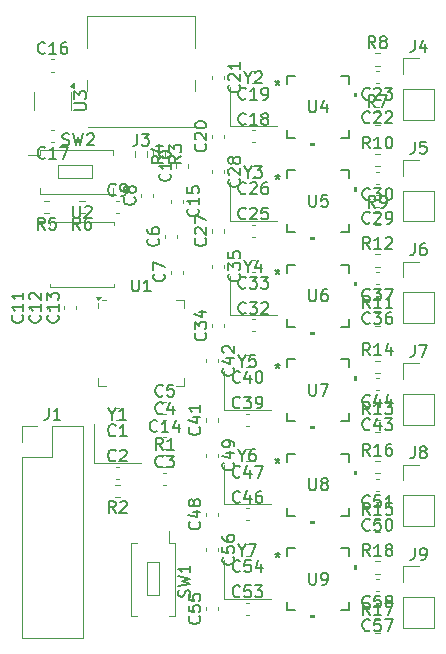
<source format=gbr>
%TF.GenerationSoftware,KiCad,Pcbnew,8.0.6*%
%TF.CreationDate,2024-11-27T12:31:08-05:00*%
%TF.ProjectId,CAN Board,43414e20-426f-4617-9264-2e6b69636164,rev?*%
%TF.SameCoordinates,Original*%
%TF.FileFunction,Legend,Top*%
%TF.FilePolarity,Positive*%
%FSLAX46Y46*%
G04 Gerber Fmt 4.6, Leading zero omitted, Abs format (unit mm)*
G04 Created by KiCad (PCBNEW 8.0.6) date 2024-11-27 12:31:08*
%MOMM*%
%LPD*%
G01*
G04 APERTURE LIST*
%ADD10C,0.150000*%
%ADD11C,0.120000*%
%ADD12C,0.152400*%
%ADD13C,0.000000*%
G04 APERTURE END LIST*
D10*
X41929580Y-52142857D02*
X41977200Y-52190476D01*
X41977200Y-52190476D02*
X42024819Y-52333333D01*
X42024819Y-52333333D02*
X42024819Y-52428571D01*
X42024819Y-52428571D02*
X41977200Y-52571428D01*
X41977200Y-52571428D02*
X41881961Y-52666666D01*
X41881961Y-52666666D02*
X41786723Y-52714285D01*
X41786723Y-52714285D02*
X41596247Y-52761904D01*
X41596247Y-52761904D02*
X41453390Y-52761904D01*
X41453390Y-52761904D02*
X41262914Y-52714285D01*
X41262914Y-52714285D02*
X41167676Y-52666666D01*
X41167676Y-52666666D02*
X41072438Y-52571428D01*
X41072438Y-52571428D02*
X41024819Y-52428571D01*
X41024819Y-52428571D02*
X41024819Y-52333333D01*
X41024819Y-52333333D02*
X41072438Y-52190476D01*
X41072438Y-52190476D02*
X41120057Y-52142857D01*
X41358152Y-51285714D02*
X42024819Y-51285714D01*
X40977200Y-51523809D02*
X41691485Y-51761904D01*
X41691485Y-51761904D02*
X41691485Y-51142857D01*
X41453390Y-50619047D02*
X41405771Y-50714285D01*
X41405771Y-50714285D02*
X41358152Y-50761904D01*
X41358152Y-50761904D02*
X41262914Y-50809523D01*
X41262914Y-50809523D02*
X41215295Y-50809523D01*
X41215295Y-50809523D02*
X41120057Y-50761904D01*
X41120057Y-50761904D02*
X41072438Y-50714285D01*
X41072438Y-50714285D02*
X41024819Y-50619047D01*
X41024819Y-50619047D02*
X41024819Y-50428571D01*
X41024819Y-50428571D02*
X41072438Y-50333333D01*
X41072438Y-50333333D02*
X41120057Y-50285714D01*
X41120057Y-50285714D02*
X41215295Y-50238095D01*
X41215295Y-50238095D02*
X41262914Y-50238095D01*
X41262914Y-50238095D02*
X41358152Y-50285714D01*
X41358152Y-50285714D02*
X41405771Y-50333333D01*
X41405771Y-50333333D02*
X41453390Y-50428571D01*
X41453390Y-50428571D02*
X41453390Y-50619047D01*
X41453390Y-50619047D02*
X41501009Y-50714285D01*
X41501009Y-50714285D02*
X41548628Y-50761904D01*
X41548628Y-50761904D02*
X41643866Y-50809523D01*
X41643866Y-50809523D02*
X41834342Y-50809523D01*
X41834342Y-50809523D02*
X41929580Y-50761904D01*
X41929580Y-50761904D02*
X41977200Y-50714285D01*
X41977200Y-50714285D02*
X42024819Y-50619047D01*
X42024819Y-50619047D02*
X42024819Y-50428571D01*
X42024819Y-50428571D02*
X41977200Y-50333333D01*
X41977200Y-50333333D02*
X41929580Y-50285714D01*
X41929580Y-50285714D02*
X41834342Y-50238095D01*
X41834342Y-50238095D02*
X41643866Y-50238095D01*
X41643866Y-50238095D02*
X41548628Y-50285714D01*
X41548628Y-50285714D02*
X41501009Y-50333333D01*
X41501009Y-50333333D02*
X41453390Y-50428571D01*
X45523809Y-54528628D02*
X45523809Y-55004819D01*
X45190476Y-54004819D02*
X45523809Y-54528628D01*
X45523809Y-54528628D02*
X45857142Y-54004819D01*
X46095238Y-54004819D02*
X46761904Y-54004819D01*
X46761904Y-54004819D02*
X46333333Y-55004819D01*
X45357142Y-56289580D02*
X45309523Y-56337200D01*
X45309523Y-56337200D02*
X45166666Y-56384819D01*
X45166666Y-56384819D02*
X45071428Y-56384819D01*
X45071428Y-56384819D02*
X44928571Y-56337200D01*
X44928571Y-56337200D02*
X44833333Y-56241961D01*
X44833333Y-56241961D02*
X44785714Y-56146723D01*
X44785714Y-56146723D02*
X44738095Y-55956247D01*
X44738095Y-55956247D02*
X44738095Y-55813390D01*
X44738095Y-55813390D02*
X44785714Y-55622914D01*
X44785714Y-55622914D02*
X44833333Y-55527676D01*
X44833333Y-55527676D02*
X44928571Y-55432438D01*
X44928571Y-55432438D02*
X45071428Y-55384819D01*
X45071428Y-55384819D02*
X45166666Y-55384819D01*
X45166666Y-55384819D02*
X45309523Y-55432438D01*
X45309523Y-55432438D02*
X45357142Y-55480057D01*
X46261904Y-55384819D02*
X45785714Y-55384819D01*
X45785714Y-55384819D02*
X45738095Y-55861009D01*
X45738095Y-55861009D02*
X45785714Y-55813390D01*
X45785714Y-55813390D02*
X45880952Y-55765771D01*
X45880952Y-55765771D02*
X46119047Y-55765771D01*
X46119047Y-55765771D02*
X46214285Y-55813390D01*
X46214285Y-55813390D02*
X46261904Y-55861009D01*
X46261904Y-55861009D02*
X46309523Y-55956247D01*
X46309523Y-55956247D02*
X46309523Y-56194342D01*
X46309523Y-56194342D02*
X46261904Y-56289580D01*
X46261904Y-56289580D02*
X46214285Y-56337200D01*
X46214285Y-56337200D02*
X46119047Y-56384819D01*
X46119047Y-56384819D02*
X45880952Y-56384819D01*
X45880952Y-56384819D02*
X45785714Y-56337200D01*
X45785714Y-56337200D02*
X45738095Y-56289580D01*
X47166666Y-55718152D02*
X47166666Y-56384819D01*
X46928571Y-55337200D02*
X46690476Y-56051485D01*
X46690476Y-56051485D02*
X47309523Y-56051485D01*
X34833333Y-51384819D02*
X34500000Y-50908628D01*
X34261905Y-51384819D02*
X34261905Y-50384819D01*
X34261905Y-50384819D02*
X34642857Y-50384819D01*
X34642857Y-50384819D02*
X34738095Y-50432438D01*
X34738095Y-50432438D02*
X34785714Y-50480057D01*
X34785714Y-50480057D02*
X34833333Y-50575295D01*
X34833333Y-50575295D02*
X34833333Y-50718152D01*
X34833333Y-50718152D02*
X34785714Y-50813390D01*
X34785714Y-50813390D02*
X34738095Y-50861009D01*
X34738095Y-50861009D02*
X34642857Y-50908628D01*
X34642857Y-50908628D02*
X34261905Y-50908628D01*
X35214286Y-50480057D02*
X35261905Y-50432438D01*
X35261905Y-50432438D02*
X35357143Y-50384819D01*
X35357143Y-50384819D02*
X35595238Y-50384819D01*
X35595238Y-50384819D02*
X35690476Y-50432438D01*
X35690476Y-50432438D02*
X35738095Y-50480057D01*
X35738095Y-50480057D02*
X35785714Y-50575295D01*
X35785714Y-50575295D02*
X35785714Y-50670533D01*
X35785714Y-50670533D02*
X35738095Y-50813390D01*
X35738095Y-50813390D02*
X35166667Y-51384819D01*
X35166667Y-51384819D02*
X35785714Y-51384819D01*
X42429580Y-36142857D02*
X42477200Y-36190476D01*
X42477200Y-36190476D02*
X42524819Y-36333333D01*
X42524819Y-36333333D02*
X42524819Y-36428571D01*
X42524819Y-36428571D02*
X42477200Y-36571428D01*
X42477200Y-36571428D02*
X42381961Y-36666666D01*
X42381961Y-36666666D02*
X42286723Y-36714285D01*
X42286723Y-36714285D02*
X42096247Y-36761904D01*
X42096247Y-36761904D02*
X41953390Y-36761904D01*
X41953390Y-36761904D02*
X41762914Y-36714285D01*
X41762914Y-36714285D02*
X41667676Y-36666666D01*
X41667676Y-36666666D02*
X41572438Y-36571428D01*
X41572438Y-36571428D02*
X41524819Y-36428571D01*
X41524819Y-36428571D02*
X41524819Y-36333333D01*
X41524819Y-36333333D02*
X41572438Y-36190476D01*
X41572438Y-36190476D02*
X41620057Y-36142857D01*
X41524819Y-35809523D02*
X41524819Y-35190476D01*
X41524819Y-35190476D02*
X41905771Y-35523809D01*
X41905771Y-35523809D02*
X41905771Y-35380952D01*
X41905771Y-35380952D02*
X41953390Y-35285714D01*
X41953390Y-35285714D02*
X42001009Y-35238095D01*
X42001009Y-35238095D02*
X42096247Y-35190476D01*
X42096247Y-35190476D02*
X42334342Y-35190476D01*
X42334342Y-35190476D02*
X42429580Y-35238095D01*
X42429580Y-35238095D02*
X42477200Y-35285714D01*
X42477200Y-35285714D02*
X42524819Y-35380952D01*
X42524819Y-35380952D02*
X42524819Y-35666666D01*
X42524819Y-35666666D02*
X42477200Y-35761904D01*
X42477200Y-35761904D02*
X42429580Y-35809523D01*
X41858152Y-34333333D02*
X42524819Y-34333333D01*
X41477200Y-34571428D02*
X42191485Y-34809523D01*
X42191485Y-34809523D02*
X42191485Y-34190476D01*
X36666666Y-19279819D02*
X36666666Y-19994104D01*
X36666666Y-19994104D02*
X36619047Y-20136961D01*
X36619047Y-20136961D02*
X36523809Y-20232200D01*
X36523809Y-20232200D02*
X36380952Y-20279819D01*
X36380952Y-20279819D02*
X36285714Y-20279819D01*
X37047619Y-19279819D02*
X37666666Y-19279819D01*
X37666666Y-19279819D02*
X37333333Y-19660771D01*
X37333333Y-19660771D02*
X37476190Y-19660771D01*
X37476190Y-19660771D02*
X37571428Y-19708390D01*
X37571428Y-19708390D02*
X37619047Y-19756009D01*
X37619047Y-19756009D02*
X37666666Y-19851247D01*
X37666666Y-19851247D02*
X37666666Y-20089342D01*
X37666666Y-20089342D02*
X37619047Y-20184580D01*
X37619047Y-20184580D02*
X37571428Y-20232200D01*
X37571428Y-20232200D02*
X37476190Y-20279819D01*
X37476190Y-20279819D02*
X37190476Y-20279819D01*
X37190476Y-20279819D02*
X37095238Y-20232200D01*
X37095238Y-20232200D02*
X37047619Y-20184580D01*
X44789580Y-55142857D02*
X44837200Y-55190476D01*
X44837200Y-55190476D02*
X44884819Y-55333333D01*
X44884819Y-55333333D02*
X44884819Y-55428571D01*
X44884819Y-55428571D02*
X44837200Y-55571428D01*
X44837200Y-55571428D02*
X44741961Y-55666666D01*
X44741961Y-55666666D02*
X44646723Y-55714285D01*
X44646723Y-55714285D02*
X44456247Y-55761904D01*
X44456247Y-55761904D02*
X44313390Y-55761904D01*
X44313390Y-55761904D02*
X44122914Y-55714285D01*
X44122914Y-55714285D02*
X44027676Y-55666666D01*
X44027676Y-55666666D02*
X43932438Y-55571428D01*
X43932438Y-55571428D02*
X43884819Y-55428571D01*
X43884819Y-55428571D02*
X43884819Y-55333333D01*
X43884819Y-55333333D02*
X43932438Y-55190476D01*
X43932438Y-55190476D02*
X43980057Y-55142857D01*
X43884819Y-54238095D02*
X43884819Y-54714285D01*
X43884819Y-54714285D02*
X44361009Y-54761904D01*
X44361009Y-54761904D02*
X44313390Y-54714285D01*
X44313390Y-54714285D02*
X44265771Y-54619047D01*
X44265771Y-54619047D02*
X44265771Y-54380952D01*
X44265771Y-54380952D02*
X44313390Y-54285714D01*
X44313390Y-54285714D02*
X44361009Y-54238095D01*
X44361009Y-54238095D02*
X44456247Y-54190476D01*
X44456247Y-54190476D02*
X44694342Y-54190476D01*
X44694342Y-54190476D02*
X44789580Y-54238095D01*
X44789580Y-54238095D02*
X44837200Y-54285714D01*
X44837200Y-54285714D02*
X44884819Y-54380952D01*
X44884819Y-54380952D02*
X44884819Y-54619047D01*
X44884819Y-54619047D02*
X44837200Y-54714285D01*
X44837200Y-54714285D02*
X44789580Y-54761904D01*
X43884819Y-53333333D02*
X43884819Y-53523809D01*
X43884819Y-53523809D02*
X43932438Y-53619047D01*
X43932438Y-53619047D02*
X43980057Y-53666666D01*
X43980057Y-53666666D02*
X44122914Y-53761904D01*
X44122914Y-53761904D02*
X44313390Y-53809523D01*
X44313390Y-53809523D02*
X44694342Y-53809523D01*
X44694342Y-53809523D02*
X44789580Y-53761904D01*
X44789580Y-53761904D02*
X44837200Y-53714285D01*
X44837200Y-53714285D02*
X44884819Y-53619047D01*
X44884819Y-53619047D02*
X44884819Y-53428571D01*
X44884819Y-53428571D02*
X44837200Y-53333333D01*
X44837200Y-53333333D02*
X44789580Y-53285714D01*
X44789580Y-53285714D02*
X44694342Y-53238095D01*
X44694342Y-53238095D02*
X44456247Y-53238095D01*
X44456247Y-53238095D02*
X44361009Y-53285714D01*
X44361009Y-53285714D02*
X44313390Y-53333333D01*
X44313390Y-53333333D02*
X44265771Y-53428571D01*
X44265771Y-53428571D02*
X44265771Y-53619047D01*
X44265771Y-53619047D02*
X44313390Y-53714285D01*
X44313390Y-53714285D02*
X44361009Y-53761904D01*
X44361009Y-53761904D02*
X44456247Y-53809523D01*
X34523809Y-43028628D02*
X34523809Y-43504819D01*
X34190476Y-42504819D02*
X34523809Y-43028628D01*
X34523809Y-43028628D02*
X34857142Y-42504819D01*
X35714285Y-43504819D02*
X35142857Y-43504819D01*
X35428571Y-43504819D02*
X35428571Y-42504819D01*
X35428571Y-42504819D02*
X35333333Y-42647676D01*
X35333333Y-42647676D02*
X35238095Y-42742914D01*
X35238095Y-42742914D02*
X35142857Y-42790533D01*
X51238095Y-48454819D02*
X51238095Y-49264342D01*
X51238095Y-49264342D02*
X51285714Y-49359580D01*
X51285714Y-49359580D02*
X51333333Y-49407200D01*
X51333333Y-49407200D02*
X51428571Y-49454819D01*
X51428571Y-49454819D02*
X51619047Y-49454819D01*
X51619047Y-49454819D02*
X51714285Y-49407200D01*
X51714285Y-49407200D02*
X51761904Y-49359580D01*
X51761904Y-49359580D02*
X51809523Y-49264342D01*
X51809523Y-49264342D02*
X51809523Y-48454819D01*
X52428571Y-48883390D02*
X52333333Y-48835771D01*
X52333333Y-48835771D02*
X52285714Y-48788152D01*
X52285714Y-48788152D02*
X52238095Y-48692914D01*
X52238095Y-48692914D02*
X52238095Y-48645295D01*
X52238095Y-48645295D02*
X52285714Y-48550057D01*
X52285714Y-48550057D02*
X52333333Y-48502438D01*
X52333333Y-48502438D02*
X52428571Y-48454819D01*
X52428571Y-48454819D02*
X52619047Y-48454819D01*
X52619047Y-48454819D02*
X52714285Y-48502438D01*
X52714285Y-48502438D02*
X52761904Y-48550057D01*
X52761904Y-48550057D02*
X52809523Y-48645295D01*
X52809523Y-48645295D02*
X52809523Y-48692914D01*
X52809523Y-48692914D02*
X52761904Y-48788152D01*
X52761904Y-48788152D02*
X52714285Y-48835771D01*
X52714285Y-48835771D02*
X52619047Y-48883390D01*
X52619047Y-48883390D02*
X52428571Y-48883390D01*
X52428571Y-48883390D02*
X52333333Y-48931009D01*
X52333333Y-48931009D02*
X52285714Y-48978628D01*
X52285714Y-48978628D02*
X52238095Y-49073866D01*
X52238095Y-49073866D02*
X52238095Y-49264342D01*
X52238095Y-49264342D02*
X52285714Y-49359580D01*
X52285714Y-49359580D02*
X52333333Y-49407200D01*
X52333333Y-49407200D02*
X52428571Y-49454819D01*
X52428571Y-49454819D02*
X52619047Y-49454819D01*
X52619047Y-49454819D02*
X52714285Y-49407200D01*
X52714285Y-49407200D02*
X52761904Y-49359580D01*
X52761904Y-49359580D02*
X52809523Y-49264342D01*
X52809523Y-49264342D02*
X52809523Y-49073866D01*
X52809523Y-49073866D02*
X52761904Y-48978628D01*
X52761904Y-48978628D02*
X52714285Y-48931009D01*
X52714285Y-48931009D02*
X52619047Y-48883390D01*
X48558300Y-46704819D02*
X48558300Y-46942914D01*
X48320205Y-46847676D02*
X48558300Y-46942914D01*
X48558300Y-46942914D02*
X48796395Y-46847676D01*
X48415443Y-47133390D02*
X48558300Y-46942914D01*
X48558300Y-46942914D02*
X48701157Y-47133390D01*
X48558300Y-46704819D02*
X48558300Y-46942914D01*
X48320205Y-46847676D02*
X48558300Y-46942914D01*
X48558300Y-46942914D02*
X48796395Y-46847676D01*
X48415443Y-47133390D02*
X48558300Y-46942914D01*
X48558300Y-46942914D02*
X48701157Y-47133390D01*
X56357142Y-29024819D02*
X56023809Y-28548628D01*
X55785714Y-29024819D02*
X55785714Y-28024819D01*
X55785714Y-28024819D02*
X56166666Y-28024819D01*
X56166666Y-28024819D02*
X56261904Y-28072438D01*
X56261904Y-28072438D02*
X56309523Y-28120057D01*
X56309523Y-28120057D02*
X56357142Y-28215295D01*
X56357142Y-28215295D02*
X56357142Y-28358152D01*
X56357142Y-28358152D02*
X56309523Y-28453390D01*
X56309523Y-28453390D02*
X56261904Y-28501009D01*
X56261904Y-28501009D02*
X56166666Y-28548628D01*
X56166666Y-28548628D02*
X55785714Y-28548628D01*
X57309523Y-29024819D02*
X56738095Y-29024819D01*
X57023809Y-29024819D02*
X57023809Y-28024819D01*
X57023809Y-28024819D02*
X56928571Y-28167676D01*
X56928571Y-28167676D02*
X56833333Y-28262914D01*
X56833333Y-28262914D02*
X56738095Y-28310533D01*
X57690476Y-28120057D02*
X57738095Y-28072438D01*
X57738095Y-28072438D02*
X57833333Y-28024819D01*
X57833333Y-28024819D02*
X58071428Y-28024819D01*
X58071428Y-28024819D02*
X58166666Y-28072438D01*
X58166666Y-28072438D02*
X58214285Y-28120057D01*
X58214285Y-28120057D02*
X58261904Y-28215295D01*
X58261904Y-28215295D02*
X58261904Y-28310533D01*
X58261904Y-28310533D02*
X58214285Y-28453390D01*
X58214285Y-28453390D02*
X57642857Y-29024819D01*
X57642857Y-29024819D02*
X58261904Y-29024819D01*
X26929580Y-34642857D02*
X26977200Y-34690476D01*
X26977200Y-34690476D02*
X27024819Y-34833333D01*
X27024819Y-34833333D02*
X27024819Y-34928571D01*
X27024819Y-34928571D02*
X26977200Y-35071428D01*
X26977200Y-35071428D02*
X26881961Y-35166666D01*
X26881961Y-35166666D02*
X26786723Y-35214285D01*
X26786723Y-35214285D02*
X26596247Y-35261904D01*
X26596247Y-35261904D02*
X26453390Y-35261904D01*
X26453390Y-35261904D02*
X26262914Y-35214285D01*
X26262914Y-35214285D02*
X26167676Y-35166666D01*
X26167676Y-35166666D02*
X26072438Y-35071428D01*
X26072438Y-35071428D02*
X26024819Y-34928571D01*
X26024819Y-34928571D02*
X26024819Y-34833333D01*
X26024819Y-34833333D02*
X26072438Y-34690476D01*
X26072438Y-34690476D02*
X26120057Y-34642857D01*
X27024819Y-33690476D02*
X27024819Y-34261904D01*
X27024819Y-33976190D02*
X26024819Y-33976190D01*
X26024819Y-33976190D02*
X26167676Y-34071428D01*
X26167676Y-34071428D02*
X26262914Y-34166666D01*
X26262914Y-34166666D02*
X26310533Y-34261904D01*
X27024819Y-32738095D02*
X27024819Y-33309523D01*
X27024819Y-33023809D02*
X26024819Y-33023809D01*
X26024819Y-33023809D02*
X26167676Y-33119047D01*
X26167676Y-33119047D02*
X26262914Y-33214285D01*
X26262914Y-33214285D02*
X26310533Y-33309523D01*
X56357142Y-50789580D02*
X56309523Y-50837200D01*
X56309523Y-50837200D02*
X56166666Y-50884819D01*
X56166666Y-50884819D02*
X56071428Y-50884819D01*
X56071428Y-50884819D02*
X55928571Y-50837200D01*
X55928571Y-50837200D02*
X55833333Y-50741961D01*
X55833333Y-50741961D02*
X55785714Y-50646723D01*
X55785714Y-50646723D02*
X55738095Y-50456247D01*
X55738095Y-50456247D02*
X55738095Y-50313390D01*
X55738095Y-50313390D02*
X55785714Y-50122914D01*
X55785714Y-50122914D02*
X55833333Y-50027676D01*
X55833333Y-50027676D02*
X55928571Y-49932438D01*
X55928571Y-49932438D02*
X56071428Y-49884819D01*
X56071428Y-49884819D02*
X56166666Y-49884819D01*
X56166666Y-49884819D02*
X56309523Y-49932438D01*
X56309523Y-49932438D02*
X56357142Y-49980057D01*
X57261904Y-49884819D02*
X56785714Y-49884819D01*
X56785714Y-49884819D02*
X56738095Y-50361009D01*
X56738095Y-50361009D02*
X56785714Y-50313390D01*
X56785714Y-50313390D02*
X56880952Y-50265771D01*
X56880952Y-50265771D02*
X57119047Y-50265771D01*
X57119047Y-50265771D02*
X57214285Y-50313390D01*
X57214285Y-50313390D02*
X57261904Y-50361009D01*
X57261904Y-50361009D02*
X57309523Y-50456247D01*
X57309523Y-50456247D02*
X57309523Y-50694342D01*
X57309523Y-50694342D02*
X57261904Y-50789580D01*
X57261904Y-50789580D02*
X57214285Y-50837200D01*
X57214285Y-50837200D02*
X57119047Y-50884819D01*
X57119047Y-50884819D02*
X56880952Y-50884819D01*
X56880952Y-50884819D02*
X56785714Y-50837200D01*
X56785714Y-50837200D02*
X56738095Y-50789580D01*
X58261904Y-50884819D02*
X57690476Y-50884819D01*
X57976190Y-50884819D02*
X57976190Y-49884819D01*
X57976190Y-49884819D02*
X57880952Y-50027676D01*
X57880952Y-50027676D02*
X57785714Y-50122914D01*
X57785714Y-50122914D02*
X57690476Y-50170533D01*
X41929580Y-44142857D02*
X41977200Y-44190476D01*
X41977200Y-44190476D02*
X42024819Y-44333333D01*
X42024819Y-44333333D02*
X42024819Y-44428571D01*
X42024819Y-44428571D02*
X41977200Y-44571428D01*
X41977200Y-44571428D02*
X41881961Y-44666666D01*
X41881961Y-44666666D02*
X41786723Y-44714285D01*
X41786723Y-44714285D02*
X41596247Y-44761904D01*
X41596247Y-44761904D02*
X41453390Y-44761904D01*
X41453390Y-44761904D02*
X41262914Y-44714285D01*
X41262914Y-44714285D02*
X41167676Y-44666666D01*
X41167676Y-44666666D02*
X41072438Y-44571428D01*
X41072438Y-44571428D02*
X41024819Y-44428571D01*
X41024819Y-44428571D02*
X41024819Y-44333333D01*
X41024819Y-44333333D02*
X41072438Y-44190476D01*
X41072438Y-44190476D02*
X41120057Y-44142857D01*
X41358152Y-43285714D02*
X42024819Y-43285714D01*
X40977200Y-43523809D02*
X41691485Y-43761904D01*
X41691485Y-43761904D02*
X41691485Y-43142857D01*
X42024819Y-42238095D02*
X42024819Y-42809523D01*
X42024819Y-42523809D02*
X41024819Y-42523809D01*
X41024819Y-42523809D02*
X41167676Y-42619047D01*
X41167676Y-42619047D02*
X41262914Y-42714285D01*
X41262914Y-42714285D02*
X41310533Y-42809523D01*
X36429580Y-24666666D02*
X36477200Y-24714285D01*
X36477200Y-24714285D02*
X36524819Y-24857142D01*
X36524819Y-24857142D02*
X36524819Y-24952380D01*
X36524819Y-24952380D02*
X36477200Y-25095237D01*
X36477200Y-25095237D02*
X36381961Y-25190475D01*
X36381961Y-25190475D02*
X36286723Y-25238094D01*
X36286723Y-25238094D02*
X36096247Y-25285713D01*
X36096247Y-25285713D02*
X35953390Y-25285713D01*
X35953390Y-25285713D02*
X35762914Y-25238094D01*
X35762914Y-25238094D02*
X35667676Y-25190475D01*
X35667676Y-25190475D02*
X35572438Y-25095237D01*
X35572438Y-25095237D02*
X35524819Y-24952380D01*
X35524819Y-24952380D02*
X35524819Y-24857142D01*
X35524819Y-24857142D02*
X35572438Y-24714285D01*
X35572438Y-24714285D02*
X35620057Y-24666666D01*
X35953390Y-24095237D02*
X35905771Y-24190475D01*
X35905771Y-24190475D02*
X35858152Y-24238094D01*
X35858152Y-24238094D02*
X35762914Y-24285713D01*
X35762914Y-24285713D02*
X35715295Y-24285713D01*
X35715295Y-24285713D02*
X35620057Y-24238094D01*
X35620057Y-24238094D02*
X35572438Y-24190475D01*
X35572438Y-24190475D02*
X35524819Y-24095237D01*
X35524819Y-24095237D02*
X35524819Y-23904761D01*
X35524819Y-23904761D02*
X35572438Y-23809523D01*
X35572438Y-23809523D02*
X35620057Y-23761904D01*
X35620057Y-23761904D02*
X35715295Y-23714285D01*
X35715295Y-23714285D02*
X35762914Y-23714285D01*
X35762914Y-23714285D02*
X35858152Y-23761904D01*
X35858152Y-23761904D02*
X35905771Y-23809523D01*
X35905771Y-23809523D02*
X35953390Y-23904761D01*
X35953390Y-23904761D02*
X35953390Y-24095237D01*
X35953390Y-24095237D02*
X36001009Y-24190475D01*
X36001009Y-24190475D02*
X36048628Y-24238094D01*
X36048628Y-24238094D02*
X36143866Y-24285713D01*
X36143866Y-24285713D02*
X36334342Y-24285713D01*
X36334342Y-24285713D02*
X36429580Y-24238094D01*
X36429580Y-24238094D02*
X36477200Y-24190475D01*
X36477200Y-24190475D02*
X36524819Y-24095237D01*
X36524819Y-24095237D02*
X36524819Y-23904761D01*
X36524819Y-23904761D02*
X36477200Y-23809523D01*
X36477200Y-23809523D02*
X36429580Y-23761904D01*
X36429580Y-23761904D02*
X36334342Y-23714285D01*
X36334342Y-23714285D02*
X36143866Y-23714285D01*
X36143866Y-23714285D02*
X36048628Y-23761904D01*
X36048628Y-23761904D02*
X36001009Y-23809523D01*
X36001009Y-23809523D02*
X35953390Y-23904761D01*
X34833333Y-24429580D02*
X34785714Y-24477200D01*
X34785714Y-24477200D02*
X34642857Y-24524819D01*
X34642857Y-24524819D02*
X34547619Y-24524819D01*
X34547619Y-24524819D02*
X34404762Y-24477200D01*
X34404762Y-24477200D02*
X34309524Y-24381961D01*
X34309524Y-24381961D02*
X34261905Y-24286723D01*
X34261905Y-24286723D02*
X34214286Y-24096247D01*
X34214286Y-24096247D02*
X34214286Y-23953390D01*
X34214286Y-23953390D02*
X34261905Y-23762914D01*
X34261905Y-23762914D02*
X34309524Y-23667676D01*
X34309524Y-23667676D02*
X34404762Y-23572438D01*
X34404762Y-23572438D02*
X34547619Y-23524819D01*
X34547619Y-23524819D02*
X34642857Y-23524819D01*
X34642857Y-23524819D02*
X34785714Y-23572438D01*
X34785714Y-23572438D02*
X34833333Y-23620057D01*
X35309524Y-24524819D02*
X35500000Y-24524819D01*
X35500000Y-24524819D02*
X35595238Y-24477200D01*
X35595238Y-24477200D02*
X35642857Y-24429580D01*
X35642857Y-24429580D02*
X35738095Y-24286723D01*
X35738095Y-24286723D02*
X35785714Y-24096247D01*
X35785714Y-24096247D02*
X35785714Y-23715295D01*
X35785714Y-23715295D02*
X35738095Y-23620057D01*
X35738095Y-23620057D02*
X35690476Y-23572438D01*
X35690476Y-23572438D02*
X35595238Y-23524819D01*
X35595238Y-23524819D02*
X35404762Y-23524819D01*
X35404762Y-23524819D02*
X35309524Y-23572438D01*
X35309524Y-23572438D02*
X35261905Y-23620057D01*
X35261905Y-23620057D02*
X35214286Y-23715295D01*
X35214286Y-23715295D02*
X35214286Y-23953390D01*
X35214286Y-23953390D02*
X35261905Y-24048628D01*
X35261905Y-24048628D02*
X35309524Y-24096247D01*
X35309524Y-24096247D02*
X35404762Y-24143866D01*
X35404762Y-24143866D02*
X35595238Y-24143866D01*
X35595238Y-24143866D02*
X35690476Y-24096247D01*
X35690476Y-24096247D02*
X35738095Y-24048628D01*
X35738095Y-24048628D02*
X35785714Y-23953390D01*
X29929580Y-34642857D02*
X29977200Y-34690476D01*
X29977200Y-34690476D02*
X30024819Y-34833333D01*
X30024819Y-34833333D02*
X30024819Y-34928571D01*
X30024819Y-34928571D02*
X29977200Y-35071428D01*
X29977200Y-35071428D02*
X29881961Y-35166666D01*
X29881961Y-35166666D02*
X29786723Y-35214285D01*
X29786723Y-35214285D02*
X29596247Y-35261904D01*
X29596247Y-35261904D02*
X29453390Y-35261904D01*
X29453390Y-35261904D02*
X29262914Y-35214285D01*
X29262914Y-35214285D02*
X29167676Y-35166666D01*
X29167676Y-35166666D02*
X29072438Y-35071428D01*
X29072438Y-35071428D02*
X29024819Y-34928571D01*
X29024819Y-34928571D02*
X29024819Y-34833333D01*
X29024819Y-34833333D02*
X29072438Y-34690476D01*
X29072438Y-34690476D02*
X29120057Y-34642857D01*
X30024819Y-33690476D02*
X30024819Y-34261904D01*
X30024819Y-33976190D02*
X29024819Y-33976190D01*
X29024819Y-33976190D02*
X29167676Y-34071428D01*
X29167676Y-34071428D02*
X29262914Y-34166666D01*
X29262914Y-34166666D02*
X29310533Y-34261904D01*
X29024819Y-33357142D02*
X29024819Y-32738095D01*
X29024819Y-32738095D02*
X29405771Y-33071428D01*
X29405771Y-33071428D02*
X29405771Y-32928571D01*
X29405771Y-32928571D02*
X29453390Y-32833333D01*
X29453390Y-32833333D02*
X29501009Y-32785714D01*
X29501009Y-32785714D02*
X29596247Y-32738095D01*
X29596247Y-32738095D02*
X29834342Y-32738095D01*
X29834342Y-32738095D02*
X29929580Y-32785714D01*
X29929580Y-32785714D02*
X29977200Y-32833333D01*
X29977200Y-32833333D02*
X30024819Y-32928571D01*
X30024819Y-32928571D02*
X30024819Y-33214285D01*
X30024819Y-33214285D02*
X29977200Y-33309523D01*
X29977200Y-33309523D02*
X29929580Y-33357142D01*
X38884819Y-21166666D02*
X38408628Y-21499999D01*
X38884819Y-21738094D02*
X37884819Y-21738094D01*
X37884819Y-21738094D02*
X37884819Y-21357142D01*
X37884819Y-21357142D02*
X37932438Y-21261904D01*
X37932438Y-21261904D02*
X37980057Y-21214285D01*
X37980057Y-21214285D02*
X38075295Y-21166666D01*
X38075295Y-21166666D02*
X38218152Y-21166666D01*
X38218152Y-21166666D02*
X38313390Y-21214285D01*
X38313390Y-21214285D02*
X38361009Y-21261904D01*
X38361009Y-21261904D02*
X38408628Y-21357142D01*
X38408628Y-21357142D02*
X38408628Y-21738094D01*
X38218152Y-20309523D02*
X38884819Y-20309523D01*
X37837200Y-20547618D02*
X38551485Y-20785713D01*
X38551485Y-20785713D02*
X38551485Y-20166666D01*
X45857142Y-32289580D02*
X45809523Y-32337200D01*
X45809523Y-32337200D02*
X45666666Y-32384819D01*
X45666666Y-32384819D02*
X45571428Y-32384819D01*
X45571428Y-32384819D02*
X45428571Y-32337200D01*
X45428571Y-32337200D02*
X45333333Y-32241961D01*
X45333333Y-32241961D02*
X45285714Y-32146723D01*
X45285714Y-32146723D02*
X45238095Y-31956247D01*
X45238095Y-31956247D02*
X45238095Y-31813390D01*
X45238095Y-31813390D02*
X45285714Y-31622914D01*
X45285714Y-31622914D02*
X45333333Y-31527676D01*
X45333333Y-31527676D02*
X45428571Y-31432438D01*
X45428571Y-31432438D02*
X45571428Y-31384819D01*
X45571428Y-31384819D02*
X45666666Y-31384819D01*
X45666666Y-31384819D02*
X45809523Y-31432438D01*
X45809523Y-31432438D02*
X45857142Y-31480057D01*
X46190476Y-31384819D02*
X46809523Y-31384819D01*
X46809523Y-31384819D02*
X46476190Y-31765771D01*
X46476190Y-31765771D02*
X46619047Y-31765771D01*
X46619047Y-31765771D02*
X46714285Y-31813390D01*
X46714285Y-31813390D02*
X46761904Y-31861009D01*
X46761904Y-31861009D02*
X46809523Y-31956247D01*
X46809523Y-31956247D02*
X46809523Y-32194342D01*
X46809523Y-32194342D02*
X46761904Y-32289580D01*
X46761904Y-32289580D02*
X46714285Y-32337200D01*
X46714285Y-32337200D02*
X46619047Y-32384819D01*
X46619047Y-32384819D02*
X46333333Y-32384819D01*
X46333333Y-32384819D02*
X46238095Y-32337200D01*
X46238095Y-32337200D02*
X46190476Y-32289580D01*
X47142857Y-31384819D02*
X47761904Y-31384819D01*
X47761904Y-31384819D02*
X47428571Y-31765771D01*
X47428571Y-31765771D02*
X47571428Y-31765771D01*
X47571428Y-31765771D02*
X47666666Y-31813390D01*
X47666666Y-31813390D02*
X47714285Y-31861009D01*
X47714285Y-31861009D02*
X47761904Y-31956247D01*
X47761904Y-31956247D02*
X47761904Y-32194342D01*
X47761904Y-32194342D02*
X47714285Y-32289580D01*
X47714285Y-32289580D02*
X47666666Y-32337200D01*
X47666666Y-32337200D02*
X47571428Y-32384819D01*
X47571428Y-32384819D02*
X47285714Y-32384819D01*
X47285714Y-32384819D02*
X47190476Y-32337200D01*
X47190476Y-32337200D02*
X47142857Y-32289580D01*
X29161666Y-42499819D02*
X29161666Y-43214104D01*
X29161666Y-43214104D02*
X29114047Y-43356961D01*
X29114047Y-43356961D02*
X29018809Y-43452200D01*
X29018809Y-43452200D02*
X28875952Y-43499819D01*
X28875952Y-43499819D02*
X28780714Y-43499819D01*
X30161666Y-43499819D02*
X29590238Y-43499819D01*
X29875952Y-43499819D02*
X29875952Y-42499819D01*
X29875952Y-42499819D02*
X29780714Y-42642676D01*
X29780714Y-42642676D02*
X29685476Y-42737914D01*
X29685476Y-42737914D02*
X29590238Y-42785533D01*
X45857142Y-26429580D02*
X45809523Y-26477200D01*
X45809523Y-26477200D02*
X45666666Y-26524819D01*
X45666666Y-26524819D02*
X45571428Y-26524819D01*
X45571428Y-26524819D02*
X45428571Y-26477200D01*
X45428571Y-26477200D02*
X45333333Y-26381961D01*
X45333333Y-26381961D02*
X45285714Y-26286723D01*
X45285714Y-26286723D02*
X45238095Y-26096247D01*
X45238095Y-26096247D02*
X45238095Y-25953390D01*
X45238095Y-25953390D02*
X45285714Y-25762914D01*
X45285714Y-25762914D02*
X45333333Y-25667676D01*
X45333333Y-25667676D02*
X45428571Y-25572438D01*
X45428571Y-25572438D02*
X45571428Y-25524819D01*
X45571428Y-25524819D02*
X45666666Y-25524819D01*
X45666666Y-25524819D02*
X45809523Y-25572438D01*
X45809523Y-25572438D02*
X45857142Y-25620057D01*
X46238095Y-25620057D02*
X46285714Y-25572438D01*
X46285714Y-25572438D02*
X46380952Y-25524819D01*
X46380952Y-25524819D02*
X46619047Y-25524819D01*
X46619047Y-25524819D02*
X46714285Y-25572438D01*
X46714285Y-25572438D02*
X46761904Y-25620057D01*
X46761904Y-25620057D02*
X46809523Y-25715295D01*
X46809523Y-25715295D02*
X46809523Y-25810533D01*
X46809523Y-25810533D02*
X46761904Y-25953390D01*
X46761904Y-25953390D02*
X46190476Y-26524819D01*
X46190476Y-26524819D02*
X46809523Y-26524819D01*
X47714285Y-25524819D02*
X47238095Y-25524819D01*
X47238095Y-25524819D02*
X47190476Y-26001009D01*
X47190476Y-26001009D02*
X47238095Y-25953390D01*
X47238095Y-25953390D02*
X47333333Y-25905771D01*
X47333333Y-25905771D02*
X47571428Y-25905771D01*
X47571428Y-25905771D02*
X47666666Y-25953390D01*
X47666666Y-25953390D02*
X47714285Y-26001009D01*
X47714285Y-26001009D02*
X47761904Y-26096247D01*
X47761904Y-26096247D02*
X47761904Y-26334342D01*
X47761904Y-26334342D02*
X47714285Y-26429580D01*
X47714285Y-26429580D02*
X47666666Y-26477200D01*
X47666666Y-26477200D02*
X47571428Y-26524819D01*
X47571428Y-26524819D02*
X47333333Y-26524819D01*
X47333333Y-26524819D02*
X47238095Y-26477200D01*
X47238095Y-26477200D02*
X47190476Y-26429580D01*
X56357142Y-18289580D02*
X56309523Y-18337200D01*
X56309523Y-18337200D02*
X56166666Y-18384819D01*
X56166666Y-18384819D02*
X56071428Y-18384819D01*
X56071428Y-18384819D02*
X55928571Y-18337200D01*
X55928571Y-18337200D02*
X55833333Y-18241961D01*
X55833333Y-18241961D02*
X55785714Y-18146723D01*
X55785714Y-18146723D02*
X55738095Y-17956247D01*
X55738095Y-17956247D02*
X55738095Y-17813390D01*
X55738095Y-17813390D02*
X55785714Y-17622914D01*
X55785714Y-17622914D02*
X55833333Y-17527676D01*
X55833333Y-17527676D02*
X55928571Y-17432438D01*
X55928571Y-17432438D02*
X56071428Y-17384819D01*
X56071428Y-17384819D02*
X56166666Y-17384819D01*
X56166666Y-17384819D02*
X56309523Y-17432438D01*
X56309523Y-17432438D02*
X56357142Y-17480057D01*
X56738095Y-17480057D02*
X56785714Y-17432438D01*
X56785714Y-17432438D02*
X56880952Y-17384819D01*
X56880952Y-17384819D02*
X57119047Y-17384819D01*
X57119047Y-17384819D02*
X57214285Y-17432438D01*
X57214285Y-17432438D02*
X57261904Y-17480057D01*
X57261904Y-17480057D02*
X57309523Y-17575295D01*
X57309523Y-17575295D02*
X57309523Y-17670533D01*
X57309523Y-17670533D02*
X57261904Y-17813390D01*
X57261904Y-17813390D02*
X56690476Y-18384819D01*
X56690476Y-18384819D02*
X57309523Y-18384819D01*
X57690476Y-17480057D02*
X57738095Y-17432438D01*
X57738095Y-17432438D02*
X57833333Y-17384819D01*
X57833333Y-17384819D02*
X58071428Y-17384819D01*
X58071428Y-17384819D02*
X58166666Y-17432438D01*
X58166666Y-17432438D02*
X58214285Y-17480057D01*
X58214285Y-17480057D02*
X58261904Y-17575295D01*
X58261904Y-17575295D02*
X58261904Y-17670533D01*
X58261904Y-17670533D02*
X58214285Y-17813390D01*
X58214285Y-17813390D02*
X57642857Y-18384819D01*
X57642857Y-18384819D02*
X58261904Y-18384819D01*
X45357142Y-58429580D02*
X45309523Y-58477200D01*
X45309523Y-58477200D02*
X45166666Y-58524819D01*
X45166666Y-58524819D02*
X45071428Y-58524819D01*
X45071428Y-58524819D02*
X44928571Y-58477200D01*
X44928571Y-58477200D02*
X44833333Y-58381961D01*
X44833333Y-58381961D02*
X44785714Y-58286723D01*
X44785714Y-58286723D02*
X44738095Y-58096247D01*
X44738095Y-58096247D02*
X44738095Y-57953390D01*
X44738095Y-57953390D02*
X44785714Y-57762914D01*
X44785714Y-57762914D02*
X44833333Y-57667676D01*
X44833333Y-57667676D02*
X44928571Y-57572438D01*
X44928571Y-57572438D02*
X45071428Y-57524819D01*
X45071428Y-57524819D02*
X45166666Y-57524819D01*
X45166666Y-57524819D02*
X45309523Y-57572438D01*
X45309523Y-57572438D02*
X45357142Y-57620057D01*
X46261904Y-57524819D02*
X45785714Y-57524819D01*
X45785714Y-57524819D02*
X45738095Y-58001009D01*
X45738095Y-58001009D02*
X45785714Y-57953390D01*
X45785714Y-57953390D02*
X45880952Y-57905771D01*
X45880952Y-57905771D02*
X46119047Y-57905771D01*
X46119047Y-57905771D02*
X46214285Y-57953390D01*
X46214285Y-57953390D02*
X46261904Y-58001009D01*
X46261904Y-58001009D02*
X46309523Y-58096247D01*
X46309523Y-58096247D02*
X46309523Y-58334342D01*
X46309523Y-58334342D02*
X46261904Y-58429580D01*
X46261904Y-58429580D02*
X46214285Y-58477200D01*
X46214285Y-58477200D02*
X46119047Y-58524819D01*
X46119047Y-58524819D02*
X45880952Y-58524819D01*
X45880952Y-58524819D02*
X45785714Y-58477200D01*
X45785714Y-58477200D02*
X45738095Y-58429580D01*
X46642857Y-57524819D02*
X47261904Y-57524819D01*
X47261904Y-57524819D02*
X46928571Y-57905771D01*
X46928571Y-57905771D02*
X47071428Y-57905771D01*
X47071428Y-57905771D02*
X47166666Y-57953390D01*
X47166666Y-57953390D02*
X47214285Y-58001009D01*
X47214285Y-58001009D02*
X47261904Y-58096247D01*
X47261904Y-58096247D02*
X47261904Y-58334342D01*
X47261904Y-58334342D02*
X47214285Y-58429580D01*
X47214285Y-58429580D02*
X47166666Y-58477200D01*
X47166666Y-58477200D02*
X47071428Y-58524819D01*
X47071428Y-58524819D02*
X46785714Y-58524819D01*
X46785714Y-58524819D02*
X46690476Y-58477200D01*
X46690476Y-58477200D02*
X46642857Y-58429580D01*
X51238095Y-16454819D02*
X51238095Y-17264342D01*
X51238095Y-17264342D02*
X51285714Y-17359580D01*
X51285714Y-17359580D02*
X51333333Y-17407200D01*
X51333333Y-17407200D02*
X51428571Y-17454819D01*
X51428571Y-17454819D02*
X51619047Y-17454819D01*
X51619047Y-17454819D02*
X51714285Y-17407200D01*
X51714285Y-17407200D02*
X51761904Y-17359580D01*
X51761904Y-17359580D02*
X51809523Y-17264342D01*
X51809523Y-17264342D02*
X51809523Y-16454819D01*
X52714285Y-16788152D02*
X52714285Y-17454819D01*
X52476190Y-16407200D02*
X52238095Y-17121485D01*
X52238095Y-17121485D02*
X52857142Y-17121485D01*
X48558300Y-14704819D02*
X48558300Y-14942914D01*
X48320205Y-14847676D02*
X48558300Y-14942914D01*
X48558300Y-14942914D02*
X48796395Y-14847676D01*
X48415443Y-15133390D02*
X48558300Y-14942914D01*
X48558300Y-14942914D02*
X48701157Y-15133390D01*
X48558300Y-14704819D02*
X48558300Y-14942914D01*
X48320205Y-14847676D02*
X48558300Y-14942914D01*
X48558300Y-14942914D02*
X48796395Y-14847676D01*
X48415443Y-15133390D02*
X48558300Y-14942914D01*
X48558300Y-14942914D02*
X48701157Y-15133390D01*
X45857142Y-34429580D02*
X45809523Y-34477200D01*
X45809523Y-34477200D02*
X45666666Y-34524819D01*
X45666666Y-34524819D02*
X45571428Y-34524819D01*
X45571428Y-34524819D02*
X45428571Y-34477200D01*
X45428571Y-34477200D02*
X45333333Y-34381961D01*
X45333333Y-34381961D02*
X45285714Y-34286723D01*
X45285714Y-34286723D02*
X45238095Y-34096247D01*
X45238095Y-34096247D02*
X45238095Y-33953390D01*
X45238095Y-33953390D02*
X45285714Y-33762914D01*
X45285714Y-33762914D02*
X45333333Y-33667676D01*
X45333333Y-33667676D02*
X45428571Y-33572438D01*
X45428571Y-33572438D02*
X45571428Y-33524819D01*
X45571428Y-33524819D02*
X45666666Y-33524819D01*
X45666666Y-33524819D02*
X45809523Y-33572438D01*
X45809523Y-33572438D02*
X45857142Y-33620057D01*
X46190476Y-33524819D02*
X46809523Y-33524819D01*
X46809523Y-33524819D02*
X46476190Y-33905771D01*
X46476190Y-33905771D02*
X46619047Y-33905771D01*
X46619047Y-33905771D02*
X46714285Y-33953390D01*
X46714285Y-33953390D02*
X46761904Y-34001009D01*
X46761904Y-34001009D02*
X46809523Y-34096247D01*
X46809523Y-34096247D02*
X46809523Y-34334342D01*
X46809523Y-34334342D02*
X46761904Y-34429580D01*
X46761904Y-34429580D02*
X46714285Y-34477200D01*
X46714285Y-34477200D02*
X46619047Y-34524819D01*
X46619047Y-34524819D02*
X46333333Y-34524819D01*
X46333333Y-34524819D02*
X46238095Y-34477200D01*
X46238095Y-34477200D02*
X46190476Y-34429580D01*
X47190476Y-33620057D02*
X47238095Y-33572438D01*
X47238095Y-33572438D02*
X47333333Y-33524819D01*
X47333333Y-33524819D02*
X47571428Y-33524819D01*
X47571428Y-33524819D02*
X47666666Y-33572438D01*
X47666666Y-33572438D02*
X47714285Y-33620057D01*
X47714285Y-33620057D02*
X47761904Y-33715295D01*
X47761904Y-33715295D02*
X47761904Y-33810533D01*
X47761904Y-33810533D02*
X47714285Y-33953390D01*
X47714285Y-33953390D02*
X47142857Y-34524819D01*
X47142857Y-34524819D02*
X47761904Y-34524819D01*
X42429580Y-28142857D02*
X42477200Y-28190476D01*
X42477200Y-28190476D02*
X42524819Y-28333333D01*
X42524819Y-28333333D02*
X42524819Y-28428571D01*
X42524819Y-28428571D02*
X42477200Y-28571428D01*
X42477200Y-28571428D02*
X42381961Y-28666666D01*
X42381961Y-28666666D02*
X42286723Y-28714285D01*
X42286723Y-28714285D02*
X42096247Y-28761904D01*
X42096247Y-28761904D02*
X41953390Y-28761904D01*
X41953390Y-28761904D02*
X41762914Y-28714285D01*
X41762914Y-28714285D02*
X41667676Y-28666666D01*
X41667676Y-28666666D02*
X41572438Y-28571428D01*
X41572438Y-28571428D02*
X41524819Y-28428571D01*
X41524819Y-28428571D02*
X41524819Y-28333333D01*
X41524819Y-28333333D02*
X41572438Y-28190476D01*
X41572438Y-28190476D02*
X41620057Y-28142857D01*
X41620057Y-27761904D02*
X41572438Y-27714285D01*
X41572438Y-27714285D02*
X41524819Y-27619047D01*
X41524819Y-27619047D02*
X41524819Y-27380952D01*
X41524819Y-27380952D02*
X41572438Y-27285714D01*
X41572438Y-27285714D02*
X41620057Y-27238095D01*
X41620057Y-27238095D02*
X41715295Y-27190476D01*
X41715295Y-27190476D02*
X41810533Y-27190476D01*
X41810533Y-27190476D02*
X41953390Y-27238095D01*
X41953390Y-27238095D02*
X42524819Y-27809523D01*
X42524819Y-27809523D02*
X42524819Y-27190476D01*
X41524819Y-26857142D02*
X41524819Y-26190476D01*
X41524819Y-26190476D02*
X42524819Y-26619047D01*
X46023809Y-22528628D02*
X46023809Y-23004819D01*
X45690476Y-22004819D02*
X46023809Y-22528628D01*
X46023809Y-22528628D02*
X46357142Y-22004819D01*
X46595238Y-22004819D02*
X47214285Y-22004819D01*
X47214285Y-22004819D02*
X46880952Y-22385771D01*
X46880952Y-22385771D02*
X47023809Y-22385771D01*
X47023809Y-22385771D02*
X47119047Y-22433390D01*
X47119047Y-22433390D02*
X47166666Y-22481009D01*
X47166666Y-22481009D02*
X47214285Y-22576247D01*
X47214285Y-22576247D02*
X47214285Y-22814342D01*
X47214285Y-22814342D02*
X47166666Y-22909580D01*
X47166666Y-22909580D02*
X47119047Y-22957200D01*
X47119047Y-22957200D02*
X47023809Y-23004819D01*
X47023809Y-23004819D02*
X46738095Y-23004819D01*
X46738095Y-23004819D02*
X46642857Y-22957200D01*
X46642857Y-22957200D02*
X46595238Y-22909580D01*
X56357142Y-35289580D02*
X56309523Y-35337200D01*
X56309523Y-35337200D02*
X56166666Y-35384819D01*
X56166666Y-35384819D02*
X56071428Y-35384819D01*
X56071428Y-35384819D02*
X55928571Y-35337200D01*
X55928571Y-35337200D02*
X55833333Y-35241961D01*
X55833333Y-35241961D02*
X55785714Y-35146723D01*
X55785714Y-35146723D02*
X55738095Y-34956247D01*
X55738095Y-34956247D02*
X55738095Y-34813390D01*
X55738095Y-34813390D02*
X55785714Y-34622914D01*
X55785714Y-34622914D02*
X55833333Y-34527676D01*
X55833333Y-34527676D02*
X55928571Y-34432438D01*
X55928571Y-34432438D02*
X56071428Y-34384819D01*
X56071428Y-34384819D02*
X56166666Y-34384819D01*
X56166666Y-34384819D02*
X56309523Y-34432438D01*
X56309523Y-34432438D02*
X56357142Y-34480057D01*
X56690476Y-34384819D02*
X57309523Y-34384819D01*
X57309523Y-34384819D02*
X56976190Y-34765771D01*
X56976190Y-34765771D02*
X57119047Y-34765771D01*
X57119047Y-34765771D02*
X57214285Y-34813390D01*
X57214285Y-34813390D02*
X57261904Y-34861009D01*
X57261904Y-34861009D02*
X57309523Y-34956247D01*
X57309523Y-34956247D02*
X57309523Y-35194342D01*
X57309523Y-35194342D02*
X57261904Y-35289580D01*
X57261904Y-35289580D02*
X57214285Y-35337200D01*
X57214285Y-35337200D02*
X57119047Y-35384819D01*
X57119047Y-35384819D02*
X56833333Y-35384819D01*
X56833333Y-35384819D02*
X56738095Y-35337200D01*
X56738095Y-35337200D02*
X56690476Y-35289580D01*
X58166666Y-34384819D02*
X57976190Y-34384819D01*
X57976190Y-34384819D02*
X57880952Y-34432438D01*
X57880952Y-34432438D02*
X57833333Y-34480057D01*
X57833333Y-34480057D02*
X57738095Y-34622914D01*
X57738095Y-34622914D02*
X57690476Y-34813390D01*
X57690476Y-34813390D02*
X57690476Y-35194342D01*
X57690476Y-35194342D02*
X57738095Y-35289580D01*
X57738095Y-35289580D02*
X57785714Y-35337200D01*
X57785714Y-35337200D02*
X57880952Y-35384819D01*
X57880952Y-35384819D02*
X58071428Y-35384819D01*
X58071428Y-35384819D02*
X58166666Y-35337200D01*
X58166666Y-35337200D02*
X58214285Y-35289580D01*
X58214285Y-35289580D02*
X58261904Y-35194342D01*
X58261904Y-35194342D02*
X58261904Y-34956247D01*
X58261904Y-34956247D02*
X58214285Y-34861009D01*
X58214285Y-34861009D02*
X58166666Y-34813390D01*
X58166666Y-34813390D02*
X58071428Y-34765771D01*
X58071428Y-34765771D02*
X57880952Y-34765771D01*
X57880952Y-34765771D02*
X57785714Y-34813390D01*
X57785714Y-34813390D02*
X57738095Y-34861009D01*
X57738095Y-34861009D02*
X57690476Y-34956247D01*
X45357142Y-40289580D02*
X45309523Y-40337200D01*
X45309523Y-40337200D02*
X45166666Y-40384819D01*
X45166666Y-40384819D02*
X45071428Y-40384819D01*
X45071428Y-40384819D02*
X44928571Y-40337200D01*
X44928571Y-40337200D02*
X44833333Y-40241961D01*
X44833333Y-40241961D02*
X44785714Y-40146723D01*
X44785714Y-40146723D02*
X44738095Y-39956247D01*
X44738095Y-39956247D02*
X44738095Y-39813390D01*
X44738095Y-39813390D02*
X44785714Y-39622914D01*
X44785714Y-39622914D02*
X44833333Y-39527676D01*
X44833333Y-39527676D02*
X44928571Y-39432438D01*
X44928571Y-39432438D02*
X45071428Y-39384819D01*
X45071428Y-39384819D02*
X45166666Y-39384819D01*
X45166666Y-39384819D02*
X45309523Y-39432438D01*
X45309523Y-39432438D02*
X45357142Y-39480057D01*
X46214285Y-39718152D02*
X46214285Y-40384819D01*
X45976190Y-39337200D02*
X45738095Y-40051485D01*
X45738095Y-40051485D02*
X46357142Y-40051485D01*
X46928571Y-39384819D02*
X47023809Y-39384819D01*
X47023809Y-39384819D02*
X47119047Y-39432438D01*
X47119047Y-39432438D02*
X47166666Y-39480057D01*
X47166666Y-39480057D02*
X47214285Y-39575295D01*
X47214285Y-39575295D02*
X47261904Y-39765771D01*
X47261904Y-39765771D02*
X47261904Y-40003866D01*
X47261904Y-40003866D02*
X47214285Y-40194342D01*
X47214285Y-40194342D02*
X47166666Y-40289580D01*
X47166666Y-40289580D02*
X47119047Y-40337200D01*
X47119047Y-40337200D02*
X47023809Y-40384819D01*
X47023809Y-40384819D02*
X46928571Y-40384819D01*
X46928571Y-40384819D02*
X46833333Y-40337200D01*
X46833333Y-40337200D02*
X46785714Y-40289580D01*
X46785714Y-40289580D02*
X46738095Y-40194342D01*
X46738095Y-40194342D02*
X46690476Y-40003866D01*
X46690476Y-40003866D02*
X46690476Y-39765771D01*
X46690476Y-39765771D02*
X46738095Y-39575295D01*
X46738095Y-39575295D02*
X46785714Y-39480057D01*
X46785714Y-39480057D02*
X46833333Y-39432438D01*
X46833333Y-39432438D02*
X46928571Y-39384819D01*
X56357142Y-51524819D02*
X56023809Y-51048628D01*
X55785714Y-51524819D02*
X55785714Y-50524819D01*
X55785714Y-50524819D02*
X56166666Y-50524819D01*
X56166666Y-50524819D02*
X56261904Y-50572438D01*
X56261904Y-50572438D02*
X56309523Y-50620057D01*
X56309523Y-50620057D02*
X56357142Y-50715295D01*
X56357142Y-50715295D02*
X56357142Y-50858152D01*
X56357142Y-50858152D02*
X56309523Y-50953390D01*
X56309523Y-50953390D02*
X56261904Y-51001009D01*
X56261904Y-51001009D02*
X56166666Y-51048628D01*
X56166666Y-51048628D02*
X55785714Y-51048628D01*
X57309523Y-51524819D02*
X56738095Y-51524819D01*
X57023809Y-51524819D02*
X57023809Y-50524819D01*
X57023809Y-50524819D02*
X56928571Y-50667676D01*
X56928571Y-50667676D02*
X56833333Y-50762914D01*
X56833333Y-50762914D02*
X56738095Y-50810533D01*
X58214285Y-50524819D02*
X57738095Y-50524819D01*
X57738095Y-50524819D02*
X57690476Y-51001009D01*
X57690476Y-51001009D02*
X57738095Y-50953390D01*
X57738095Y-50953390D02*
X57833333Y-50905771D01*
X57833333Y-50905771D02*
X58071428Y-50905771D01*
X58071428Y-50905771D02*
X58166666Y-50953390D01*
X58166666Y-50953390D02*
X58214285Y-51001009D01*
X58214285Y-51001009D02*
X58261904Y-51096247D01*
X58261904Y-51096247D02*
X58261904Y-51334342D01*
X58261904Y-51334342D02*
X58214285Y-51429580D01*
X58214285Y-51429580D02*
X58166666Y-51477200D01*
X58166666Y-51477200D02*
X58071428Y-51524819D01*
X58071428Y-51524819D02*
X57833333Y-51524819D01*
X57833333Y-51524819D02*
X57738095Y-51477200D01*
X57738095Y-51477200D02*
X57690476Y-51429580D01*
X56357142Y-44289580D02*
X56309523Y-44337200D01*
X56309523Y-44337200D02*
X56166666Y-44384819D01*
X56166666Y-44384819D02*
X56071428Y-44384819D01*
X56071428Y-44384819D02*
X55928571Y-44337200D01*
X55928571Y-44337200D02*
X55833333Y-44241961D01*
X55833333Y-44241961D02*
X55785714Y-44146723D01*
X55785714Y-44146723D02*
X55738095Y-43956247D01*
X55738095Y-43956247D02*
X55738095Y-43813390D01*
X55738095Y-43813390D02*
X55785714Y-43622914D01*
X55785714Y-43622914D02*
X55833333Y-43527676D01*
X55833333Y-43527676D02*
X55928571Y-43432438D01*
X55928571Y-43432438D02*
X56071428Y-43384819D01*
X56071428Y-43384819D02*
X56166666Y-43384819D01*
X56166666Y-43384819D02*
X56309523Y-43432438D01*
X56309523Y-43432438D02*
X56357142Y-43480057D01*
X57214285Y-43718152D02*
X57214285Y-44384819D01*
X56976190Y-43337200D02*
X56738095Y-44051485D01*
X56738095Y-44051485D02*
X57357142Y-44051485D01*
X57642857Y-43384819D02*
X58261904Y-43384819D01*
X58261904Y-43384819D02*
X57928571Y-43765771D01*
X57928571Y-43765771D02*
X58071428Y-43765771D01*
X58071428Y-43765771D02*
X58166666Y-43813390D01*
X58166666Y-43813390D02*
X58214285Y-43861009D01*
X58214285Y-43861009D02*
X58261904Y-43956247D01*
X58261904Y-43956247D02*
X58261904Y-44194342D01*
X58261904Y-44194342D02*
X58214285Y-44289580D01*
X58214285Y-44289580D02*
X58166666Y-44337200D01*
X58166666Y-44337200D02*
X58071428Y-44384819D01*
X58071428Y-44384819D02*
X57785714Y-44384819D01*
X57785714Y-44384819D02*
X57690476Y-44337200D01*
X57690476Y-44337200D02*
X57642857Y-44289580D01*
X51238095Y-56454819D02*
X51238095Y-57264342D01*
X51238095Y-57264342D02*
X51285714Y-57359580D01*
X51285714Y-57359580D02*
X51333333Y-57407200D01*
X51333333Y-57407200D02*
X51428571Y-57454819D01*
X51428571Y-57454819D02*
X51619047Y-57454819D01*
X51619047Y-57454819D02*
X51714285Y-57407200D01*
X51714285Y-57407200D02*
X51761904Y-57359580D01*
X51761904Y-57359580D02*
X51809523Y-57264342D01*
X51809523Y-57264342D02*
X51809523Y-56454819D01*
X52333333Y-57454819D02*
X52523809Y-57454819D01*
X52523809Y-57454819D02*
X52619047Y-57407200D01*
X52619047Y-57407200D02*
X52666666Y-57359580D01*
X52666666Y-57359580D02*
X52761904Y-57216723D01*
X52761904Y-57216723D02*
X52809523Y-57026247D01*
X52809523Y-57026247D02*
X52809523Y-56645295D01*
X52809523Y-56645295D02*
X52761904Y-56550057D01*
X52761904Y-56550057D02*
X52714285Y-56502438D01*
X52714285Y-56502438D02*
X52619047Y-56454819D01*
X52619047Y-56454819D02*
X52428571Y-56454819D01*
X52428571Y-56454819D02*
X52333333Y-56502438D01*
X52333333Y-56502438D02*
X52285714Y-56550057D01*
X52285714Y-56550057D02*
X52238095Y-56645295D01*
X52238095Y-56645295D02*
X52238095Y-56883390D01*
X52238095Y-56883390D02*
X52285714Y-56978628D01*
X52285714Y-56978628D02*
X52333333Y-57026247D01*
X52333333Y-57026247D02*
X52428571Y-57073866D01*
X52428571Y-57073866D02*
X52619047Y-57073866D01*
X52619047Y-57073866D02*
X52714285Y-57026247D01*
X52714285Y-57026247D02*
X52761904Y-56978628D01*
X52761904Y-56978628D02*
X52809523Y-56883390D01*
X48558300Y-54704819D02*
X48558300Y-54942914D01*
X48320205Y-54847676D02*
X48558300Y-54942914D01*
X48558300Y-54942914D02*
X48796395Y-54847676D01*
X48415443Y-55133390D02*
X48558300Y-54942914D01*
X48558300Y-54942914D02*
X48701157Y-55133390D01*
X48558300Y-54704819D02*
X48558300Y-54942914D01*
X48320205Y-54847676D02*
X48558300Y-54942914D01*
X48558300Y-54942914D02*
X48796395Y-54847676D01*
X48415443Y-55133390D02*
X48558300Y-54942914D01*
X48558300Y-54942914D02*
X48701157Y-55133390D01*
X51238095Y-40454819D02*
X51238095Y-41264342D01*
X51238095Y-41264342D02*
X51285714Y-41359580D01*
X51285714Y-41359580D02*
X51333333Y-41407200D01*
X51333333Y-41407200D02*
X51428571Y-41454819D01*
X51428571Y-41454819D02*
X51619047Y-41454819D01*
X51619047Y-41454819D02*
X51714285Y-41407200D01*
X51714285Y-41407200D02*
X51761904Y-41359580D01*
X51761904Y-41359580D02*
X51809523Y-41264342D01*
X51809523Y-41264342D02*
X51809523Y-40454819D01*
X52190476Y-40454819D02*
X52857142Y-40454819D01*
X52857142Y-40454819D02*
X52428571Y-41454819D01*
X48558300Y-38704819D02*
X48558300Y-38942914D01*
X48320205Y-38847676D02*
X48558300Y-38942914D01*
X48558300Y-38942914D02*
X48796395Y-38847676D01*
X48415443Y-39133390D02*
X48558300Y-38942914D01*
X48558300Y-38942914D02*
X48701157Y-39133390D01*
X48558300Y-38704819D02*
X48558300Y-38942914D01*
X48320205Y-38847676D02*
X48558300Y-38942914D01*
X48558300Y-38942914D02*
X48796395Y-38847676D01*
X48415443Y-39133390D02*
X48558300Y-38942914D01*
X48558300Y-38942914D02*
X48701157Y-39133390D01*
X60166666Y-45749819D02*
X60166666Y-46464104D01*
X60166666Y-46464104D02*
X60119047Y-46606961D01*
X60119047Y-46606961D02*
X60023809Y-46702200D01*
X60023809Y-46702200D02*
X59880952Y-46749819D01*
X59880952Y-46749819D02*
X59785714Y-46749819D01*
X60785714Y-46178390D02*
X60690476Y-46130771D01*
X60690476Y-46130771D02*
X60642857Y-46083152D01*
X60642857Y-46083152D02*
X60595238Y-45987914D01*
X60595238Y-45987914D02*
X60595238Y-45940295D01*
X60595238Y-45940295D02*
X60642857Y-45845057D01*
X60642857Y-45845057D02*
X60690476Y-45797438D01*
X60690476Y-45797438D02*
X60785714Y-45749819D01*
X60785714Y-45749819D02*
X60976190Y-45749819D01*
X60976190Y-45749819D02*
X61071428Y-45797438D01*
X61071428Y-45797438D02*
X61119047Y-45845057D01*
X61119047Y-45845057D02*
X61166666Y-45940295D01*
X61166666Y-45940295D02*
X61166666Y-45987914D01*
X61166666Y-45987914D02*
X61119047Y-46083152D01*
X61119047Y-46083152D02*
X61071428Y-46130771D01*
X61071428Y-46130771D02*
X60976190Y-46178390D01*
X60976190Y-46178390D02*
X60785714Y-46178390D01*
X60785714Y-46178390D02*
X60690476Y-46226009D01*
X60690476Y-46226009D02*
X60642857Y-46273628D01*
X60642857Y-46273628D02*
X60595238Y-46368866D01*
X60595238Y-46368866D02*
X60595238Y-46559342D01*
X60595238Y-46559342D02*
X60642857Y-46654580D01*
X60642857Y-46654580D02*
X60690476Y-46702200D01*
X60690476Y-46702200D02*
X60785714Y-46749819D01*
X60785714Y-46749819D02*
X60976190Y-46749819D01*
X60976190Y-46749819D02*
X61071428Y-46702200D01*
X61071428Y-46702200D02*
X61119047Y-46654580D01*
X61119047Y-46654580D02*
X61166666Y-46559342D01*
X61166666Y-46559342D02*
X61166666Y-46368866D01*
X61166666Y-46368866D02*
X61119047Y-46273628D01*
X61119047Y-46273628D02*
X61071428Y-46226009D01*
X61071428Y-46226009D02*
X60976190Y-46178390D01*
X56357142Y-55024819D02*
X56023809Y-54548628D01*
X55785714Y-55024819D02*
X55785714Y-54024819D01*
X55785714Y-54024819D02*
X56166666Y-54024819D01*
X56166666Y-54024819D02*
X56261904Y-54072438D01*
X56261904Y-54072438D02*
X56309523Y-54120057D01*
X56309523Y-54120057D02*
X56357142Y-54215295D01*
X56357142Y-54215295D02*
X56357142Y-54358152D01*
X56357142Y-54358152D02*
X56309523Y-54453390D01*
X56309523Y-54453390D02*
X56261904Y-54501009D01*
X56261904Y-54501009D02*
X56166666Y-54548628D01*
X56166666Y-54548628D02*
X55785714Y-54548628D01*
X57309523Y-55024819D02*
X56738095Y-55024819D01*
X57023809Y-55024819D02*
X57023809Y-54024819D01*
X57023809Y-54024819D02*
X56928571Y-54167676D01*
X56928571Y-54167676D02*
X56833333Y-54262914D01*
X56833333Y-54262914D02*
X56738095Y-54310533D01*
X57880952Y-54453390D02*
X57785714Y-54405771D01*
X57785714Y-54405771D02*
X57738095Y-54358152D01*
X57738095Y-54358152D02*
X57690476Y-54262914D01*
X57690476Y-54262914D02*
X57690476Y-54215295D01*
X57690476Y-54215295D02*
X57738095Y-54120057D01*
X57738095Y-54120057D02*
X57785714Y-54072438D01*
X57785714Y-54072438D02*
X57880952Y-54024819D01*
X57880952Y-54024819D02*
X58071428Y-54024819D01*
X58071428Y-54024819D02*
X58166666Y-54072438D01*
X58166666Y-54072438D02*
X58214285Y-54120057D01*
X58214285Y-54120057D02*
X58261904Y-54215295D01*
X58261904Y-54215295D02*
X58261904Y-54262914D01*
X58261904Y-54262914D02*
X58214285Y-54358152D01*
X58214285Y-54358152D02*
X58166666Y-54405771D01*
X58166666Y-54405771D02*
X58071428Y-54453390D01*
X58071428Y-54453390D02*
X57880952Y-54453390D01*
X57880952Y-54453390D02*
X57785714Y-54501009D01*
X57785714Y-54501009D02*
X57738095Y-54548628D01*
X57738095Y-54548628D02*
X57690476Y-54643866D01*
X57690476Y-54643866D02*
X57690476Y-54834342D01*
X57690476Y-54834342D02*
X57738095Y-54929580D01*
X57738095Y-54929580D02*
X57785714Y-54977200D01*
X57785714Y-54977200D02*
X57880952Y-55024819D01*
X57880952Y-55024819D02*
X58071428Y-55024819D01*
X58071428Y-55024819D02*
X58166666Y-54977200D01*
X58166666Y-54977200D02*
X58214285Y-54929580D01*
X58214285Y-54929580D02*
X58261904Y-54834342D01*
X58261904Y-54834342D02*
X58261904Y-54643866D01*
X58261904Y-54643866D02*
X58214285Y-54548628D01*
X58214285Y-54548628D02*
X58166666Y-54501009D01*
X58166666Y-54501009D02*
X58071428Y-54453390D01*
X28429580Y-34642857D02*
X28477200Y-34690476D01*
X28477200Y-34690476D02*
X28524819Y-34833333D01*
X28524819Y-34833333D02*
X28524819Y-34928571D01*
X28524819Y-34928571D02*
X28477200Y-35071428D01*
X28477200Y-35071428D02*
X28381961Y-35166666D01*
X28381961Y-35166666D02*
X28286723Y-35214285D01*
X28286723Y-35214285D02*
X28096247Y-35261904D01*
X28096247Y-35261904D02*
X27953390Y-35261904D01*
X27953390Y-35261904D02*
X27762914Y-35214285D01*
X27762914Y-35214285D02*
X27667676Y-35166666D01*
X27667676Y-35166666D02*
X27572438Y-35071428D01*
X27572438Y-35071428D02*
X27524819Y-34928571D01*
X27524819Y-34928571D02*
X27524819Y-34833333D01*
X27524819Y-34833333D02*
X27572438Y-34690476D01*
X27572438Y-34690476D02*
X27620057Y-34642857D01*
X28524819Y-33690476D02*
X28524819Y-34261904D01*
X28524819Y-33976190D02*
X27524819Y-33976190D01*
X27524819Y-33976190D02*
X27667676Y-34071428D01*
X27667676Y-34071428D02*
X27762914Y-34166666D01*
X27762914Y-34166666D02*
X27810533Y-34261904D01*
X27620057Y-33309523D02*
X27572438Y-33261904D01*
X27572438Y-33261904D02*
X27524819Y-33166666D01*
X27524819Y-33166666D02*
X27524819Y-32928571D01*
X27524819Y-32928571D02*
X27572438Y-32833333D01*
X27572438Y-32833333D02*
X27620057Y-32785714D01*
X27620057Y-32785714D02*
X27715295Y-32738095D01*
X27715295Y-32738095D02*
X27810533Y-32738095D01*
X27810533Y-32738095D02*
X27953390Y-32785714D01*
X27953390Y-32785714D02*
X28524819Y-33357142D01*
X28524819Y-33357142D02*
X28524819Y-32738095D01*
X56833333Y-25524819D02*
X56500000Y-25048628D01*
X56261905Y-25524819D02*
X56261905Y-24524819D01*
X56261905Y-24524819D02*
X56642857Y-24524819D01*
X56642857Y-24524819D02*
X56738095Y-24572438D01*
X56738095Y-24572438D02*
X56785714Y-24620057D01*
X56785714Y-24620057D02*
X56833333Y-24715295D01*
X56833333Y-24715295D02*
X56833333Y-24858152D01*
X56833333Y-24858152D02*
X56785714Y-24953390D01*
X56785714Y-24953390D02*
X56738095Y-25001009D01*
X56738095Y-25001009D02*
X56642857Y-25048628D01*
X56642857Y-25048628D02*
X56261905Y-25048628D01*
X57309524Y-25524819D02*
X57500000Y-25524819D01*
X57500000Y-25524819D02*
X57595238Y-25477200D01*
X57595238Y-25477200D02*
X57642857Y-25429580D01*
X57642857Y-25429580D02*
X57738095Y-25286723D01*
X57738095Y-25286723D02*
X57785714Y-25096247D01*
X57785714Y-25096247D02*
X57785714Y-24715295D01*
X57785714Y-24715295D02*
X57738095Y-24620057D01*
X57738095Y-24620057D02*
X57690476Y-24572438D01*
X57690476Y-24572438D02*
X57595238Y-24524819D01*
X57595238Y-24524819D02*
X57404762Y-24524819D01*
X57404762Y-24524819D02*
X57309524Y-24572438D01*
X57309524Y-24572438D02*
X57261905Y-24620057D01*
X57261905Y-24620057D02*
X57214286Y-24715295D01*
X57214286Y-24715295D02*
X57214286Y-24953390D01*
X57214286Y-24953390D02*
X57261905Y-25048628D01*
X57261905Y-25048628D02*
X57309524Y-25096247D01*
X57309524Y-25096247D02*
X57404762Y-25143866D01*
X57404762Y-25143866D02*
X57595238Y-25143866D01*
X57595238Y-25143866D02*
X57690476Y-25096247D01*
X57690476Y-25096247D02*
X57738095Y-25048628D01*
X57738095Y-25048628D02*
X57785714Y-24953390D01*
X38929580Y-31166666D02*
X38977200Y-31214285D01*
X38977200Y-31214285D02*
X39024819Y-31357142D01*
X39024819Y-31357142D02*
X39024819Y-31452380D01*
X39024819Y-31452380D02*
X38977200Y-31595237D01*
X38977200Y-31595237D02*
X38881961Y-31690475D01*
X38881961Y-31690475D02*
X38786723Y-31738094D01*
X38786723Y-31738094D02*
X38596247Y-31785713D01*
X38596247Y-31785713D02*
X38453390Y-31785713D01*
X38453390Y-31785713D02*
X38262914Y-31738094D01*
X38262914Y-31738094D02*
X38167676Y-31690475D01*
X38167676Y-31690475D02*
X38072438Y-31595237D01*
X38072438Y-31595237D02*
X38024819Y-31452380D01*
X38024819Y-31452380D02*
X38024819Y-31357142D01*
X38024819Y-31357142D02*
X38072438Y-31214285D01*
X38072438Y-31214285D02*
X38120057Y-31166666D01*
X38024819Y-30833332D02*
X38024819Y-30166666D01*
X38024819Y-30166666D02*
X39024819Y-30595237D01*
X31238095Y-25394819D02*
X31238095Y-26204342D01*
X31238095Y-26204342D02*
X31285714Y-26299580D01*
X31285714Y-26299580D02*
X31333333Y-26347200D01*
X31333333Y-26347200D02*
X31428571Y-26394819D01*
X31428571Y-26394819D02*
X31619047Y-26394819D01*
X31619047Y-26394819D02*
X31714285Y-26347200D01*
X31714285Y-26347200D02*
X31761904Y-26299580D01*
X31761904Y-26299580D02*
X31809523Y-26204342D01*
X31809523Y-26204342D02*
X31809523Y-25394819D01*
X32238095Y-25490057D02*
X32285714Y-25442438D01*
X32285714Y-25442438D02*
X32380952Y-25394819D01*
X32380952Y-25394819D02*
X32619047Y-25394819D01*
X32619047Y-25394819D02*
X32714285Y-25442438D01*
X32714285Y-25442438D02*
X32761904Y-25490057D01*
X32761904Y-25490057D02*
X32809523Y-25585295D01*
X32809523Y-25585295D02*
X32809523Y-25680533D01*
X32809523Y-25680533D02*
X32761904Y-25823390D01*
X32761904Y-25823390D02*
X32190476Y-26394819D01*
X32190476Y-26394819D02*
X32809523Y-26394819D01*
X56833333Y-17024819D02*
X56500000Y-16548628D01*
X56261905Y-17024819D02*
X56261905Y-16024819D01*
X56261905Y-16024819D02*
X56642857Y-16024819D01*
X56642857Y-16024819D02*
X56738095Y-16072438D01*
X56738095Y-16072438D02*
X56785714Y-16120057D01*
X56785714Y-16120057D02*
X56833333Y-16215295D01*
X56833333Y-16215295D02*
X56833333Y-16358152D01*
X56833333Y-16358152D02*
X56785714Y-16453390D01*
X56785714Y-16453390D02*
X56738095Y-16501009D01*
X56738095Y-16501009D02*
X56642857Y-16548628D01*
X56642857Y-16548628D02*
X56261905Y-16548628D01*
X57166667Y-16024819D02*
X57833333Y-16024819D01*
X57833333Y-16024819D02*
X57404762Y-17024819D01*
X45857142Y-18429580D02*
X45809523Y-18477200D01*
X45809523Y-18477200D02*
X45666666Y-18524819D01*
X45666666Y-18524819D02*
X45571428Y-18524819D01*
X45571428Y-18524819D02*
X45428571Y-18477200D01*
X45428571Y-18477200D02*
X45333333Y-18381961D01*
X45333333Y-18381961D02*
X45285714Y-18286723D01*
X45285714Y-18286723D02*
X45238095Y-18096247D01*
X45238095Y-18096247D02*
X45238095Y-17953390D01*
X45238095Y-17953390D02*
X45285714Y-17762914D01*
X45285714Y-17762914D02*
X45333333Y-17667676D01*
X45333333Y-17667676D02*
X45428571Y-17572438D01*
X45428571Y-17572438D02*
X45571428Y-17524819D01*
X45571428Y-17524819D02*
X45666666Y-17524819D01*
X45666666Y-17524819D02*
X45809523Y-17572438D01*
X45809523Y-17572438D02*
X45857142Y-17620057D01*
X46809523Y-18524819D02*
X46238095Y-18524819D01*
X46523809Y-18524819D02*
X46523809Y-17524819D01*
X46523809Y-17524819D02*
X46428571Y-17667676D01*
X46428571Y-17667676D02*
X46333333Y-17762914D01*
X46333333Y-17762914D02*
X46238095Y-17810533D01*
X47380952Y-17953390D02*
X47285714Y-17905771D01*
X47285714Y-17905771D02*
X47238095Y-17858152D01*
X47238095Y-17858152D02*
X47190476Y-17762914D01*
X47190476Y-17762914D02*
X47190476Y-17715295D01*
X47190476Y-17715295D02*
X47238095Y-17620057D01*
X47238095Y-17620057D02*
X47285714Y-17572438D01*
X47285714Y-17572438D02*
X47380952Y-17524819D01*
X47380952Y-17524819D02*
X47571428Y-17524819D01*
X47571428Y-17524819D02*
X47666666Y-17572438D01*
X47666666Y-17572438D02*
X47714285Y-17620057D01*
X47714285Y-17620057D02*
X47761904Y-17715295D01*
X47761904Y-17715295D02*
X47761904Y-17762914D01*
X47761904Y-17762914D02*
X47714285Y-17858152D01*
X47714285Y-17858152D02*
X47666666Y-17905771D01*
X47666666Y-17905771D02*
X47571428Y-17953390D01*
X47571428Y-17953390D02*
X47380952Y-17953390D01*
X47380952Y-17953390D02*
X47285714Y-18001009D01*
X47285714Y-18001009D02*
X47238095Y-18048628D01*
X47238095Y-18048628D02*
X47190476Y-18143866D01*
X47190476Y-18143866D02*
X47190476Y-18334342D01*
X47190476Y-18334342D02*
X47238095Y-18429580D01*
X47238095Y-18429580D02*
X47285714Y-18477200D01*
X47285714Y-18477200D02*
X47380952Y-18524819D01*
X47380952Y-18524819D02*
X47571428Y-18524819D01*
X47571428Y-18524819D02*
X47666666Y-18477200D01*
X47666666Y-18477200D02*
X47714285Y-18429580D01*
X47714285Y-18429580D02*
X47761904Y-18334342D01*
X47761904Y-18334342D02*
X47761904Y-18143866D01*
X47761904Y-18143866D02*
X47714285Y-18048628D01*
X47714285Y-18048628D02*
X47666666Y-18001009D01*
X47666666Y-18001009D02*
X47571428Y-17953390D01*
X45523809Y-38528628D02*
X45523809Y-39004819D01*
X45190476Y-38004819D02*
X45523809Y-38528628D01*
X45523809Y-38528628D02*
X45857142Y-38004819D01*
X46666666Y-38004819D02*
X46190476Y-38004819D01*
X46190476Y-38004819D02*
X46142857Y-38481009D01*
X46142857Y-38481009D02*
X46190476Y-38433390D01*
X46190476Y-38433390D02*
X46285714Y-38385771D01*
X46285714Y-38385771D02*
X46523809Y-38385771D01*
X46523809Y-38385771D02*
X46619047Y-38433390D01*
X46619047Y-38433390D02*
X46666666Y-38481009D01*
X46666666Y-38481009D02*
X46714285Y-38576247D01*
X46714285Y-38576247D02*
X46714285Y-38814342D01*
X46714285Y-38814342D02*
X46666666Y-38909580D01*
X46666666Y-38909580D02*
X46619047Y-38957200D01*
X46619047Y-38957200D02*
X46523809Y-39004819D01*
X46523809Y-39004819D02*
X46285714Y-39004819D01*
X46285714Y-39004819D02*
X46190476Y-38957200D01*
X46190476Y-38957200D02*
X46142857Y-38909580D01*
X56357142Y-52789580D02*
X56309523Y-52837200D01*
X56309523Y-52837200D02*
X56166666Y-52884819D01*
X56166666Y-52884819D02*
X56071428Y-52884819D01*
X56071428Y-52884819D02*
X55928571Y-52837200D01*
X55928571Y-52837200D02*
X55833333Y-52741961D01*
X55833333Y-52741961D02*
X55785714Y-52646723D01*
X55785714Y-52646723D02*
X55738095Y-52456247D01*
X55738095Y-52456247D02*
X55738095Y-52313390D01*
X55738095Y-52313390D02*
X55785714Y-52122914D01*
X55785714Y-52122914D02*
X55833333Y-52027676D01*
X55833333Y-52027676D02*
X55928571Y-51932438D01*
X55928571Y-51932438D02*
X56071428Y-51884819D01*
X56071428Y-51884819D02*
X56166666Y-51884819D01*
X56166666Y-51884819D02*
X56309523Y-51932438D01*
X56309523Y-51932438D02*
X56357142Y-51980057D01*
X57261904Y-51884819D02*
X56785714Y-51884819D01*
X56785714Y-51884819D02*
X56738095Y-52361009D01*
X56738095Y-52361009D02*
X56785714Y-52313390D01*
X56785714Y-52313390D02*
X56880952Y-52265771D01*
X56880952Y-52265771D02*
X57119047Y-52265771D01*
X57119047Y-52265771D02*
X57214285Y-52313390D01*
X57214285Y-52313390D02*
X57261904Y-52361009D01*
X57261904Y-52361009D02*
X57309523Y-52456247D01*
X57309523Y-52456247D02*
X57309523Y-52694342D01*
X57309523Y-52694342D02*
X57261904Y-52789580D01*
X57261904Y-52789580D02*
X57214285Y-52837200D01*
X57214285Y-52837200D02*
X57119047Y-52884819D01*
X57119047Y-52884819D02*
X56880952Y-52884819D01*
X56880952Y-52884819D02*
X56785714Y-52837200D01*
X56785714Y-52837200D02*
X56738095Y-52789580D01*
X57928571Y-51884819D02*
X58023809Y-51884819D01*
X58023809Y-51884819D02*
X58119047Y-51932438D01*
X58119047Y-51932438D02*
X58166666Y-51980057D01*
X58166666Y-51980057D02*
X58214285Y-52075295D01*
X58214285Y-52075295D02*
X58261904Y-52265771D01*
X58261904Y-52265771D02*
X58261904Y-52503866D01*
X58261904Y-52503866D02*
X58214285Y-52694342D01*
X58214285Y-52694342D02*
X58166666Y-52789580D01*
X58166666Y-52789580D02*
X58119047Y-52837200D01*
X58119047Y-52837200D02*
X58023809Y-52884819D01*
X58023809Y-52884819D02*
X57928571Y-52884819D01*
X57928571Y-52884819D02*
X57833333Y-52837200D01*
X57833333Y-52837200D02*
X57785714Y-52789580D01*
X57785714Y-52789580D02*
X57738095Y-52694342D01*
X57738095Y-52694342D02*
X57690476Y-52503866D01*
X57690476Y-52503866D02*
X57690476Y-52265771D01*
X57690476Y-52265771D02*
X57738095Y-52075295D01*
X57738095Y-52075295D02*
X57785714Y-51980057D01*
X57785714Y-51980057D02*
X57833333Y-51932438D01*
X57833333Y-51932438D02*
X57928571Y-51884819D01*
X31833333Y-27384819D02*
X31500000Y-26908628D01*
X31261905Y-27384819D02*
X31261905Y-26384819D01*
X31261905Y-26384819D02*
X31642857Y-26384819D01*
X31642857Y-26384819D02*
X31738095Y-26432438D01*
X31738095Y-26432438D02*
X31785714Y-26480057D01*
X31785714Y-26480057D02*
X31833333Y-26575295D01*
X31833333Y-26575295D02*
X31833333Y-26718152D01*
X31833333Y-26718152D02*
X31785714Y-26813390D01*
X31785714Y-26813390D02*
X31738095Y-26861009D01*
X31738095Y-26861009D02*
X31642857Y-26908628D01*
X31642857Y-26908628D02*
X31261905Y-26908628D01*
X32690476Y-26384819D02*
X32500000Y-26384819D01*
X32500000Y-26384819D02*
X32404762Y-26432438D01*
X32404762Y-26432438D02*
X32357143Y-26480057D01*
X32357143Y-26480057D02*
X32261905Y-26622914D01*
X32261905Y-26622914D02*
X32214286Y-26813390D01*
X32214286Y-26813390D02*
X32214286Y-27194342D01*
X32214286Y-27194342D02*
X32261905Y-27289580D01*
X32261905Y-27289580D02*
X32309524Y-27337200D01*
X32309524Y-27337200D02*
X32404762Y-27384819D01*
X32404762Y-27384819D02*
X32595238Y-27384819D01*
X32595238Y-27384819D02*
X32690476Y-27337200D01*
X32690476Y-27337200D02*
X32738095Y-27289580D01*
X32738095Y-27289580D02*
X32785714Y-27194342D01*
X32785714Y-27194342D02*
X32785714Y-26956247D01*
X32785714Y-26956247D02*
X32738095Y-26861009D01*
X32738095Y-26861009D02*
X32690476Y-26813390D01*
X32690476Y-26813390D02*
X32595238Y-26765771D01*
X32595238Y-26765771D02*
X32404762Y-26765771D01*
X32404762Y-26765771D02*
X32309524Y-26813390D01*
X32309524Y-26813390D02*
X32261905Y-26861009D01*
X32261905Y-26861009D02*
X32214286Y-26956247D01*
X30336667Y-20207200D02*
X30479524Y-20254819D01*
X30479524Y-20254819D02*
X30717619Y-20254819D01*
X30717619Y-20254819D02*
X30812857Y-20207200D01*
X30812857Y-20207200D02*
X30860476Y-20159580D01*
X30860476Y-20159580D02*
X30908095Y-20064342D01*
X30908095Y-20064342D02*
X30908095Y-19969104D01*
X30908095Y-19969104D02*
X30860476Y-19873866D01*
X30860476Y-19873866D02*
X30812857Y-19826247D01*
X30812857Y-19826247D02*
X30717619Y-19778628D01*
X30717619Y-19778628D02*
X30527143Y-19731009D01*
X30527143Y-19731009D02*
X30431905Y-19683390D01*
X30431905Y-19683390D02*
X30384286Y-19635771D01*
X30384286Y-19635771D02*
X30336667Y-19540533D01*
X30336667Y-19540533D02*
X30336667Y-19445295D01*
X30336667Y-19445295D02*
X30384286Y-19350057D01*
X30384286Y-19350057D02*
X30431905Y-19302438D01*
X30431905Y-19302438D02*
X30527143Y-19254819D01*
X30527143Y-19254819D02*
X30765238Y-19254819D01*
X30765238Y-19254819D02*
X30908095Y-19302438D01*
X31241429Y-19254819D02*
X31479524Y-20254819D01*
X31479524Y-20254819D02*
X31670000Y-19540533D01*
X31670000Y-19540533D02*
X31860476Y-20254819D01*
X31860476Y-20254819D02*
X32098572Y-19254819D01*
X32431905Y-19350057D02*
X32479524Y-19302438D01*
X32479524Y-19302438D02*
X32574762Y-19254819D01*
X32574762Y-19254819D02*
X32812857Y-19254819D01*
X32812857Y-19254819D02*
X32908095Y-19302438D01*
X32908095Y-19302438D02*
X32955714Y-19350057D01*
X32955714Y-19350057D02*
X33003333Y-19445295D01*
X33003333Y-19445295D02*
X33003333Y-19540533D01*
X33003333Y-19540533D02*
X32955714Y-19683390D01*
X32955714Y-19683390D02*
X32384286Y-20254819D01*
X32384286Y-20254819D02*
X33003333Y-20254819D01*
X41789580Y-25642857D02*
X41837200Y-25690476D01*
X41837200Y-25690476D02*
X41884819Y-25833333D01*
X41884819Y-25833333D02*
X41884819Y-25928571D01*
X41884819Y-25928571D02*
X41837200Y-26071428D01*
X41837200Y-26071428D02*
X41741961Y-26166666D01*
X41741961Y-26166666D02*
X41646723Y-26214285D01*
X41646723Y-26214285D02*
X41456247Y-26261904D01*
X41456247Y-26261904D02*
X41313390Y-26261904D01*
X41313390Y-26261904D02*
X41122914Y-26214285D01*
X41122914Y-26214285D02*
X41027676Y-26166666D01*
X41027676Y-26166666D02*
X40932438Y-26071428D01*
X40932438Y-26071428D02*
X40884819Y-25928571D01*
X40884819Y-25928571D02*
X40884819Y-25833333D01*
X40884819Y-25833333D02*
X40932438Y-25690476D01*
X40932438Y-25690476D02*
X40980057Y-25642857D01*
X41884819Y-24690476D02*
X41884819Y-25261904D01*
X41884819Y-24976190D02*
X40884819Y-24976190D01*
X40884819Y-24976190D02*
X41027676Y-25071428D01*
X41027676Y-25071428D02*
X41122914Y-25166666D01*
X41122914Y-25166666D02*
X41170533Y-25261904D01*
X40884819Y-23785714D02*
X40884819Y-24261904D01*
X40884819Y-24261904D02*
X41361009Y-24309523D01*
X41361009Y-24309523D02*
X41313390Y-24261904D01*
X41313390Y-24261904D02*
X41265771Y-24166666D01*
X41265771Y-24166666D02*
X41265771Y-23928571D01*
X41265771Y-23928571D02*
X41313390Y-23833333D01*
X41313390Y-23833333D02*
X41361009Y-23785714D01*
X41361009Y-23785714D02*
X41456247Y-23738095D01*
X41456247Y-23738095D02*
X41694342Y-23738095D01*
X41694342Y-23738095D02*
X41789580Y-23785714D01*
X41789580Y-23785714D02*
X41837200Y-23833333D01*
X41837200Y-23833333D02*
X41884819Y-23928571D01*
X41884819Y-23928571D02*
X41884819Y-24166666D01*
X41884819Y-24166666D02*
X41837200Y-24261904D01*
X41837200Y-24261904D02*
X41789580Y-24309523D01*
X60166666Y-37149819D02*
X60166666Y-37864104D01*
X60166666Y-37864104D02*
X60119047Y-38006961D01*
X60119047Y-38006961D02*
X60023809Y-38102200D01*
X60023809Y-38102200D02*
X59880952Y-38149819D01*
X59880952Y-38149819D02*
X59785714Y-38149819D01*
X60547619Y-37149819D02*
X61214285Y-37149819D01*
X61214285Y-37149819D02*
X60785714Y-38149819D01*
X46023809Y-30528628D02*
X46023809Y-31004819D01*
X45690476Y-30004819D02*
X46023809Y-30528628D01*
X46023809Y-30528628D02*
X46357142Y-30004819D01*
X47119047Y-30338152D02*
X47119047Y-31004819D01*
X46880952Y-29957200D02*
X46642857Y-30671485D01*
X46642857Y-30671485D02*
X47261904Y-30671485D01*
X44789580Y-39142857D02*
X44837200Y-39190476D01*
X44837200Y-39190476D02*
X44884819Y-39333333D01*
X44884819Y-39333333D02*
X44884819Y-39428571D01*
X44884819Y-39428571D02*
X44837200Y-39571428D01*
X44837200Y-39571428D02*
X44741961Y-39666666D01*
X44741961Y-39666666D02*
X44646723Y-39714285D01*
X44646723Y-39714285D02*
X44456247Y-39761904D01*
X44456247Y-39761904D02*
X44313390Y-39761904D01*
X44313390Y-39761904D02*
X44122914Y-39714285D01*
X44122914Y-39714285D02*
X44027676Y-39666666D01*
X44027676Y-39666666D02*
X43932438Y-39571428D01*
X43932438Y-39571428D02*
X43884819Y-39428571D01*
X43884819Y-39428571D02*
X43884819Y-39333333D01*
X43884819Y-39333333D02*
X43932438Y-39190476D01*
X43932438Y-39190476D02*
X43980057Y-39142857D01*
X44218152Y-38285714D02*
X44884819Y-38285714D01*
X43837200Y-38523809D02*
X44551485Y-38761904D01*
X44551485Y-38761904D02*
X44551485Y-38142857D01*
X43980057Y-37809523D02*
X43932438Y-37761904D01*
X43932438Y-37761904D02*
X43884819Y-37666666D01*
X43884819Y-37666666D02*
X43884819Y-37428571D01*
X43884819Y-37428571D02*
X43932438Y-37333333D01*
X43932438Y-37333333D02*
X43980057Y-37285714D01*
X43980057Y-37285714D02*
X44075295Y-37238095D01*
X44075295Y-37238095D02*
X44170533Y-37238095D01*
X44170533Y-37238095D02*
X44313390Y-37285714D01*
X44313390Y-37285714D02*
X44884819Y-37857142D01*
X44884819Y-37857142D02*
X44884819Y-37238095D01*
X51238095Y-32454819D02*
X51238095Y-33264342D01*
X51238095Y-33264342D02*
X51285714Y-33359580D01*
X51285714Y-33359580D02*
X51333333Y-33407200D01*
X51333333Y-33407200D02*
X51428571Y-33454819D01*
X51428571Y-33454819D02*
X51619047Y-33454819D01*
X51619047Y-33454819D02*
X51714285Y-33407200D01*
X51714285Y-33407200D02*
X51761904Y-33359580D01*
X51761904Y-33359580D02*
X51809523Y-33264342D01*
X51809523Y-33264342D02*
X51809523Y-32454819D01*
X52714285Y-32454819D02*
X52523809Y-32454819D01*
X52523809Y-32454819D02*
X52428571Y-32502438D01*
X52428571Y-32502438D02*
X52380952Y-32550057D01*
X52380952Y-32550057D02*
X52285714Y-32692914D01*
X52285714Y-32692914D02*
X52238095Y-32883390D01*
X52238095Y-32883390D02*
X52238095Y-33264342D01*
X52238095Y-33264342D02*
X52285714Y-33359580D01*
X52285714Y-33359580D02*
X52333333Y-33407200D01*
X52333333Y-33407200D02*
X52428571Y-33454819D01*
X52428571Y-33454819D02*
X52619047Y-33454819D01*
X52619047Y-33454819D02*
X52714285Y-33407200D01*
X52714285Y-33407200D02*
X52761904Y-33359580D01*
X52761904Y-33359580D02*
X52809523Y-33264342D01*
X52809523Y-33264342D02*
X52809523Y-33026247D01*
X52809523Y-33026247D02*
X52761904Y-32931009D01*
X52761904Y-32931009D02*
X52714285Y-32883390D01*
X52714285Y-32883390D02*
X52619047Y-32835771D01*
X52619047Y-32835771D02*
X52428571Y-32835771D01*
X52428571Y-32835771D02*
X52333333Y-32883390D01*
X52333333Y-32883390D02*
X52285714Y-32931009D01*
X52285714Y-32931009D02*
X52238095Y-33026247D01*
X48558300Y-30704819D02*
X48558300Y-30942914D01*
X48320205Y-30847676D02*
X48558300Y-30942914D01*
X48558300Y-30942914D02*
X48796395Y-30847676D01*
X48415443Y-31133390D02*
X48558300Y-30942914D01*
X48558300Y-30942914D02*
X48701157Y-31133390D01*
X48558300Y-30704819D02*
X48558300Y-30942914D01*
X48320205Y-30847676D02*
X48558300Y-30942914D01*
X48558300Y-30942914D02*
X48796395Y-30847676D01*
X48415443Y-31133390D02*
X48558300Y-30942914D01*
X48558300Y-30942914D02*
X48701157Y-31133390D01*
X45857142Y-16289580D02*
X45809523Y-16337200D01*
X45809523Y-16337200D02*
X45666666Y-16384819D01*
X45666666Y-16384819D02*
X45571428Y-16384819D01*
X45571428Y-16384819D02*
X45428571Y-16337200D01*
X45428571Y-16337200D02*
X45333333Y-16241961D01*
X45333333Y-16241961D02*
X45285714Y-16146723D01*
X45285714Y-16146723D02*
X45238095Y-15956247D01*
X45238095Y-15956247D02*
X45238095Y-15813390D01*
X45238095Y-15813390D02*
X45285714Y-15622914D01*
X45285714Y-15622914D02*
X45333333Y-15527676D01*
X45333333Y-15527676D02*
X45428571Y-15432438D01*
X45428571Y-15432438D02*
X45571428Y-15384819D01*
X45571428Y-15384819D02*
X45666666Y-15384819D01*
X45666666Y-15384819D02*
X45809523Y-15432438D01*
X45809523Y-15432438D02*
X45857142Y-15480057D01*
X46809523Y-16384819D02*
X46238095Y-16384819D01*
X46523809Y-16384819D02*
X46523809Y-15384819D01*
X46523809Y-15384819D02*
X46428571Y-15527676D01*
X46428571Y-15527676D02*
X46333333Y-15622914D01*
X46333333Y-15622914D02*
X46238095Y-15670533D01*
X47285714Y-16384819D02*
X47476190Y-16384819D01*
X47476190Y-16384819D02*
X47571428Y-16337200D01*
X47571428Y-16337200D02*
X47619047Y-16289580D01*
X47619047Y-16289580D02*
X47714285Y-16146723D01*
X47714285Y-16146723D02*
X47761904Y-15956247D01*
X47761904Y-15956247D02*
X47761904Y-15575295D01*
X47761904Y-15575295D02*
X47714285Y-15480057D01*
X47714285Y-15480057D02*
X47666666Y-15432438D01*
X47666666Y-15432438D02*
X47571428Y-15384819D01*
X47571428Y-15384819D02*
X47380952Y-15384819D01*
X47380952Y-15384819D02*
X47285714Y-15432438D01*
X47285714Y-15432438D02*
X47238095Y-15480057D01*
X47238095Y-15480057D02*
X47190476Y-15575295D01*
X47190476Y-15575295D02*
X47190476Y-15813390D01*
X47190476Y-15813390D02*
X47238095Y-15908628D01*
X47238095Y-15908628D02*
X47285714Y-15956247D01*
X47285714Y-15956247D02*
X47380952Y-16003866D01*
X47380952Y-16003866D02*
X47571428Y-16003866D01*
X47571428Y-16003866D02*
X47666666Y-15956247D01*
X47666666Y-15956247D02*
X47714285Y-15908628D01*
X47714285Y-15908628D02*
X47761904Y-15813390D01*
X56357142Y-24789580D02*
X56309523Y-24837200D01*
X56309523Y-24837200D02*
X56166666Y-24884819D01*
X56166666Y-24884819D02*
X56071428Y-24884819D01*
X56071428Y-24884819D02*
X55928571Y-24837200D01*
X55928571Y-24837200D02*
X55833333Y-24741961D01*
X55833333Y-24741961D02*
X55785714Y-24646723D01*
X55785714Y-24646723D02*
X55738095Y-24456247D01*
X55738095Y-24456247D02*
X55738095Y-24313390D01*
X55738095Y-24313390D02*
X55785714Y-24122914D01*
X55785714Y-24122914D02*
X55833333Y-24027676D01*
X55833333Y-24027676D02*
X55928571Y-23932438D01*
X55928571Y-23932438D02*
X56071428Y-23884819D01*
X56071428Y-23884819D02*
X56166666Y-23884819D01*
X56166666Y-23884819D02*
X56309523Y-23932438D01*
X56309523Y-23932438D02*
X56357142Y-23980057D01*
X56690476Y-23884819D02*
X57309523Y-23884819D01*
X57309523Y-23884819D02*
X56976190Y-24265771D01*
X56976190Y-24265771D02*
X57119047Y-24265771D01*
X57119047Y-24265771D02*
X57214285Y-24313390D01*
X57214285Y-24313390D02*
X57261904Y-24361009D01*
X57261904Y-24361009D02*
X57309523Y-24456247D01*
X57309523Y-24456247D02*
X57309523Y-24694342D01*
X57309523Y-24694342D02*
X57261904Y-24789580D01*
X57261904Y-24789580D02*
X57214285Y-24837200D01*
X57214285Y-24837200D02*
X57119047Y-24884819D01*
X57119047Y-24884819D02*
X56833333Y-24884819D01*
X56833333Y-24884819D02*
X56738095Y-24837200D01*
X56738095Y-24837200D02*
X56690476Y-24789580D01*
X57928571Y-23884819D02*
X58023809Y-23884819D01*
X58023809Y-23884819D02*
X58119047Y-23932438D01*
X58119047Y-23932438D02*
X58166666Y-23980057D01*
X58166666Y-23980057D02*
X58214285Y-24075295D01*
X58214285Y-24075295D02*
X58261904Y-24265771D01*
X58261904Y-24265771D02*
X58261904Y-24503866D01*
X58261904Y-24503866D02*
X58214285Y-24694342D01*
X58214285Y-24694342D02*
X58166666Y-24789580D01*
X58166666Y-24789580D02*
X58119047Y-24837200D01*
X58119047Y-24837200D02*
X58023809Y-24884819D01*
X58023809Y-24884819D02*
X57928571Y-24884819D01*
X57928571Y-24884819D02*
X57833333Y-24837200D01*
X57833333Y-24837200D02*
X57785714Y-24789580D01*
X57785714Y-24789580D02*
X57738095Y-24694342D01*
X57738095Y-24694342D02*
X57690476Y-24503866D01*
X57690476Y-24503866D02*
X57690476Y-24265771D01*
X57690476Y-24265771D02*
X57738095Y-24075295D01*
X57738095Y-24075295D02*
X57785714Y-23980057D01*
X57785714Y-23980057D02*
X57833333Y-23932438D01*
X57833333Y-23932438D02*
X57928571Y-23884819D01*
X28857142Y-21289580D02*
X28809523Y-21337200D01*
X28809523Y-21337200D02*
X28666666Y-21384819D01*
X28666666Y-21384819D02*
X28571428Y-21384819D01*
X28571428Y-21384819D02*
X28428571Y-21337200D01*
X28428571Y-21337200D02*
X28333333Y-21241961D01*
X28333333Y-21241961D02*
X28285714Y-21146723D01*
X28285714Y-21146723D02*
X28238095Y-20956247D01*
X28238095Y-20956247D02*
X28238095Y-20813390D01*
X28238095Y-20813390D02*
X28285714Y-20622914D01*
X28285714Y-20622914D02*
X28333333Y-20527676D01*
X28333333Y-20527676D02*
X28428571Y-20432438D01*
X28428571Y-20432438D02*
X28571428Y-20384819D01*
X28571428Y-20384819D02*
X28666666Y-20384819D01*
X28666666Y-20384819D02*
X28809523Y-20432438D01*
X28809523Y-20432438D02*
X28857142Y-20480057D01*
X29809523Y-21384819D02*
X29238095Y-21384819D01*
X29523809Y-21384819D02*
X29523809Y-20384819D01*
X29523809Y-20384819D02*
X29428571Y-20527676D01*
X29428571Y-20527676D02*
X29333333Y-20622914D01*
X29333333Y-20622914D02*
X29238095Y-20670533D01*
X30142857Y-20384819D02*
X30809523Y-20384819D01*
X30809523Y-20384819D02*
X30380952Y-21384819D01*
X56357142Y-16289580D02*
X56309523Y-16337200D01*
X56309523Y-16337200D02*
X56166666Y-16384819D01*
X56166666Y-16384819D02*
X56071428Y-16384819D01*
X56071428Y-16384819D02*
X55928571Y-16337200D01*
X55928571Y-16337200D02*
X55833333Y-16241961D01*
X55833333Y-16241961D02*
X55785714Y-16146723D01*
X55785714Y-16146723D02*
X55738095Y-15956247D01*
X55738095Y-15956247D02*
X55738095Y-15813390D01*
X55738095Y-15813390D02*
X55785714Y-15622914D01*
X55785714Y-15622914D02*
X55833333Y-15527676D01*
X55833333Y-15527676D02*
X55928571Y-15432438D01*
X55928571Y-15432438D02*
X56071428Y-15384819D01*
X56071428Y-15384819D02*
X56166666Y-15384819D01*
X56166666Y-15384819D02*
X56309523Y-15432438D01*
X56309523Y-15432438D02*
X56357142Y-15480057D01*
X56738095Y-15480057D02*
X56785714Y-15432438D01*
X56785714Y-15432438D02*
X56880952Y-15384819D01*
X56880952Y-15384819D02*
X57119047Y-15384819D01*
X57119047Y-15384819D02*
X57214285Y-15432438D01*
X57214285Y-15432438D02*
X57261904Y-15480057D01*
X57261904Y-15480057D02*
X57309523Y-15575295D01*
X57309523Y-15575295D02*
X57309523Y-15670533D01*
X57309523Y-15670533D02*
X57261904Y-15813390D01*
X57261904Y-15813390D02*
X56690476Y-16384819D01*
X56690476Y-16384819D02*
X57309523Y-16384819D01*
X57642857Y-15384819D02*
X58261904Y-15384819D01*
X58261904Y-15384819D02*
X57928571Y-15765771D01*
X57928571Y-15765771D02*
X58071428Y-15765771D01*
X58071428Y-15765771D02*
X58166666Y-15813390D01*
X58166666Y-15813390D02*
X58214285Y-15861009D01*
X58214285Y-15861009D02*
X58261904Y-15956247D01*
X58261904Y-15956247D02*
X58261904Y-16194342D01*
X58261904Y-16194342D02*
X58214285Y-16289580D01*
X58214285Y-16289580D02*
X58166666Y-16337200D01*
X58166666Y-16337200D02*
X58071428Y-16384819D01*
X58071428Y-16384819D02*
X57785714Y-16384819D01*
X57785714Y-16384819D02*
X57690476Y-16337200D01*
X57690476Y-16337200D02*
X57642857Y-16289580D01*
X45289580Y-31142857D02*
X45337200Y-31190476D01*
X45337200Y-31190476D02*
X45384819Y-31333333D01*
X45384819Y-31333333D02*
X45384819Y-31428571D01*
X45384819Y-31428571D02*
X45337200Y-31571428D01*
X45337200Y-31571428D02*
X45241961Y-31666666D01*
X45241961Y-31666666D02*
X45146723Y-31714285D01*
X45146723Y-31714285D02*
X44956247Y-31761904D01*
X44956247Y-31761904D02*
X44813390Y-31761904D01*
X44813390Y-31761904D02*
X44622914Y-31714285D01*
X44622914Y-31714285D02*
X44527676Y-31666666D01*
X44527676Y-31666666D02*
X44432438Y-31571428D01*
X44432438Y-31571428D02*
X44384819Y-31428571D01*
X44384819Y-31428571D02*
X44384819Y-31333333D01*
X44384819Y-31333333D02*
X44432438Y-31190476D01*
X44432438Y-31190476D02*
X44480057Y-31142857D01*
X44384819Y-30809523D02*
X44384819Y-30190476D01*
X44384819Y-30190476D02*
X44765771Y-30523809D01*
X44765771Y-30523809D02*
X44765771Y-30380952D01*
X44765771Y-30380952D02*
X44813390Y-30285714D01*
X44813390Y-30285714D02*
X44861009Y-30238095D01*
X44861009Y-30238095D02*
X44956247Y-30190476D01*
X44956247Y-30190476D02*
X45194342Y-30190476D01*
X45194342Y-30190476D02*
X45289580Y-30238095D01*
X45289580Y-30238095D02*
X45337200Y-30285714D01*
X45337200Y-30285714D02*
X45384819Y-30380952D01*
X45384819Y-30380952D02*
X45384819Y-30666666D01*
X45384819Y-30666666D02*
X45337200Y-30761904D01*
X45337200Y-30761904D02*
X45289580Y-30809523D01*
X44384819Y-29285714D02*
X44384819Y-29761904D01*
X44384819Y-29761904D02*
X44861009Y-29809523D01*
X44861009Y-29809523D02*
X44813390Y-29761904D01*
X44813390Y-29761904D02*
X44765771Y-29666666D01*
X44765771Y-29666666D02*
X44765771Y-29428571D01*
X44765771Y-29428571D02*
X44813390Y-29333333D01*
X44813390Y-29333333D02*
X44861009Y-29285714D01*
X44861009Y-29285714D02*
X44956247Y-29238095D01*
X44956247Y-29238095D02*
X45194342Y-29238095D01*
X45194342Y-29238095D02*
X45289580Y-29285714D01*
X45289580Y-29285714D02*
X45337200Y-29333333D01*
X45337200Y-29333333D02*
X45384819Y-29428571D01*
X45384819Y-29428571D02*
X45384819Y-29666666D01*
X45384819Y-29666666D02*
X45337200Y-29761904D01*
X45337200Y-29761904D02*
X45289580Y-29809523D01*
X38833333Y-47429580D02*
X38785714Y-47477200D01*
X38785714Y-47477200D02*
X38642857Y-47524819D01*
X38642857Y-47524819D02*
X38547619Y-47524819D01*
X38547619Y-47524819D02*
X38404762Y-47477200D01*
X38404762Y-47477200D02*
X38309524Y-47381961D01*
X38309524Y-47381961D02*
X38261905Y-47286723D01*
X38261905Y-47286723D02*
X38214286Y-47096247D01*
X38214286Y-47096247D02*
X38214286Y-46953390D01*
X38214286Y-46953390D02*
X38261905Y-46762914D01*
X38261905Y-46762914D02*
X38309524Y-46667676D01*
X38309524Y-46667676D02*
X38404762Y-46572438D01*
X38404762Y-46572438D02*
X38547619Y-46524819D01*
X38547619Y-46524819D02*
X38642857Y-46524819D01*
X38642857Y-46524819D02*
X38785714Y-46572438D01*
X38785714Y-46572438D02*
X38833333Y-46620057D01*
X39166667Y-46524819D02*
X39785714Y-46524819D01*
X39785714Y-46524819D02*
X39452381Y-46905771D01*
X39452381Y-46905771D02*
X39595238Y-46905771D01*
X39595238Y-46905771D02*
X39690476Y-46953390D01*
X39690476Y-46953390D02*
X39738095Y-47001009D01*
X39738095Y-47001009D02*
X39785714Y-47096247D01*
X39785714Y-47096247D02*
X39785714Y-47334342D01*
X39785714Y-47334342D02*
X39738095Y-47429580D01*
X39738095Y-47429580D02*
X39690476Y-47477200D01*
X39690476Y-47477200D02*
X39595238Y-47524819D01*
X39595238Y-47524819D02*
X39309524Y-47524819D01*
X39309524Y-47524819D02*
X39214286Y-47477200D01*
X39214286Y-47477200D02*
X39166667Y-47429580D01*
X45857142Y-24289580D02*
X45809523Y-24337200D01*
X45809523Y-24337200D02*
X45666666Y-24384819D01*
X45666666Y-24384819D02*
X45571428Y-24384819D01*
X45571428Y-24384819D02*
X45428571Y-24337200D01*
X45428571Y-24337200D02*
X45333333Y-24241961D01*
X45333333Y-24241961D02*
X45285714Y-24146723D01*
X45285714Y-24146723D02*
X45238095Y-23956247D01*
X45238095Y-23956247D02*
X45238095Y-23813390D01*
X45238095Y-23813390D02*
X45285714Y-23622914D01*
X45285714Y-23622914D02*
X45333333Y-23527676D01*
X45333333Y-23527676D02*
X45428571Y-23432438D01*
X45428571Y-23432438D02*
X45571428Y-23384819D01*
X45571428Y-23384819D02*
X45666666Y-23384819D01*
X45666666Y-23384819D02*
X45809523Y-23432438D01*
X45809523Y-23432438D02*
X45857142Y-23480057D01*
X46238095Y-23480057D02*
X46285714Y-23432438D01*
X46285714Y-23432438D02*
X46380952Y-23384819D01*
X46380952Y-23384819D02*
X46619047Y-23384819D01*
X46619047Y-23384819D02*
X46714285Y-23432438D01*
X46714285Y-23432438D02*
X46761904Y-23480057D01*
X46761904Y-23480057D02*
X46809523Y-23575295D01*
X46809523Y-23575295D02*
X46809523Y-23670533D01*
X46809523Y-23670533D02*
X46761904Y-23813390D01*
X46761904Y-23813390D02*
X46190476Y-24384819D01*
X46190476Y-24384819D02*
X46809523Y-24384819D01*
X47666666Y-23384819D02*
X47476190Y-23384819D01*
X47476190Y-23384819D02*
X47380952Y-23432438D01*
X47380952Y-23432438D02*
X47333333Y-23480057D01*
X47333333Y-23480057D02*
X47238095Y-23622914D01*
X47238095Y-23622914D02*
X47190476Y-23813390D01*
X47190476Y-23813390D02*
X47190476Y-24194342D01*
X47190476Y-24194342D02*
X47238095Y-24289580D01*
X47238095Y-24289580D02*
X47285714Y-24337200D01*
X47285714Y-24337200D02*
X47380952Y-24384819D01*
X47380952Y-24384819D02*
X47571428Y-24384819D01*
X47571428Y-24384819D02*
X47666666Y-24337200D01*
X47666666Y-24337200D02*
X47714285Y-24289580D01*
X47714285Y-24289580D02*
X47761904Y-24194342D01*
X47761904Y-24194342D02*
X47761904Y-23956247D01*
X47761904Y-23956247D02*
X47714285Y-23861009D01*
X47714285Y-23861009D02*
X47666666Y-23813390D01*
X47666666Y-23813390D02*
X47571428Y-23765771D01*
X47571428Y-23765771D02*
X47380952Y-23765771D01*
X47380952Y-23765771D02*
X47285714Y-23813390D01*
X47285714Y-23813390D02*
X47238095Y-23861009D01*
X47238095Y-23861009D02*
X47190476Y-23956247D01*
X42429580Y-20142857D02*
X42477200Y-20190476D01*
X42477200Y-20190476D02*
X42524819Y-20333333D01*
X42524819Y-20333333D02*
X42524819Y-20428571D01*
X42524819Y-20428571D02*
X42477200Y-20571428D01*
X42477200Y-20571428D02*
X42381961Y-20666666D01*
X42381961Y-20666666D02*
X42286723Y-20714285D01*
X42286723Y-20714285D02*
X42096247Y-20761904D01*
X42096247Y-20761904D02*
X41953390Y-20761904D01*
X41953390Y-20761904D02*
X41762914Y-20714285D01*
X41762914Y-20714285D02*
X41667676Y-20666666D01*
X41667676Y-20666666D02*
X41572438Y-20571428D01*
X41572438Y-20571428D02*
X41524819Y-20428571D01*
X41524819Y-20428571D02*
X41524819Y-20333333D01*
X41524819Y-20333333D02*
X41572438Y-20190476D01*
X41572438Y-20190476D02*
X41620057Y-20142857D01*
X41620057Y-19761904D02*
X41572438Y-19714285D01*
X41572438Y-19714285D02*
X41524819Y-19619047D01*
X41524819Y-19619047D02*
X41524819Y-19380952D01*
X41524819Y-19380952D02*
X41572438Y-19285714D01*
X41572438Y-19285714D02*
X41620057Y-19238095D01*
X41620057Y-19238095D02*
X41715295Y-19190476D01*
X41715295Y-19190476D02*
X41810533Y-19190476D01*
X41810533Y-19190476D02*
X41953390Y-19238095D01*
X41953390Y-19238095D02*
X42524819Y-19809523D01*
X42524819Y-19809523D02*
X42524819Y-19190476D01*
X41524819Y-18571428D02*
X41524819Y-18476190D01*
X41524819Y-18476190D02*
X41572438Y-18380952D01*
X41572438Y-18380952D02*
X41620057Y-18333333D01*
X41620057Y-18333333D02*
X41715295Y-18285714D01*
X41715295Y-18285714D02*
X41905771Y-18238095D01*
X41905771Y-18238095D02*
X42143866Y-18238095D01*
X42143866Y-18238095D02*
X42334342Y-18285714D01*
X42334342Y-18285714D02*
X42429580Y-18333333D01*
X42429580Y-18333333D02*
X42477200Y-18380952D01*
X42477200Y-18380952D02*
X42524819Y-18476190D01*
X42524819Y-18476190D02*
X42524819Y-18571428D01*
X42524819Y-18571428D02*
X42477200Y-18666666D01*
X42477200Y-18666666D02*
X42429580Y-18714285D01*
X42429580Y-18714285D02*
X42334342Y-18761904D01*
X42334342Y-18761904D02*
X42143866Y-18809523D01*
X42143866Y-18809523D02*
X41905771Y-18809523D01*
X41905771Y-18809523D02*
X41715295Y-18761904D01*
X41715295Y-18761904D02*
X41620057Y-18714285D01*
X41620057Y-18714285D02*
X41572438Y-18666666D01*
X41572438Y-18666666D02*
X41524819Y-18571428D01*
X31354819Y-17261904D02*
X32164342Y-17261904D01*
X32164342Y-17261904D02*
X32259580Y-17214285D01*
X32259580Y-17214285D02*
X32307200Y-17166666D01*
X32307200Y-17166666D02*
X32354819Y-17071428D01*
X32354819Y-17071428D02*
X32354819Y-16880952D01*
X32354819Y-16880952D02*
X32307200Y-16785714D01*
X32307200Y-16785714D02*
X32259580Y-16738095D01*
X32259580Y-16738095D02*
X32164342Y-16690476D01*
X32164342Y-16690476D02*
X31354819Y-16690476D01*
X31354819Y-16309523D02*
X31354819Y-15690476D01*
X31354819Y-15690476D02*
X31735771Y-16023809D01*
X31735771Y-16023809D02*
X31735771Y-15880952D01*
X31735771Y-15880952D02*
X31783390Y-15785714D01*
X31783390Y-15785714D02*
X31831009Y-15738095D01*
X31831009Y-15738095D02*
X31926247Y-15690476D01*
X31926247Y-15690476D02*
X32164342Y-15690476D01*
X32164342Y-15690476D02*
X32259580Y-15738095D01*
X32259580Y-15738095D02*
X32307200Y-15785714D01*
X32307200Y-15785714D02*
X32354819Y-15880952D01*
X32354819Y-15880952D02*
X32354819Y-16166666D01*
X32354819Y-16166666D02*
X32307200Y-16261904D01*
X32307200Y-16261904D02*
X32259580Y-16309523D01*
X56357142Y-61289580D02*
X56309523Y-61337200D01*
X56309523Y-61337200D02*
X56166666Y-61384819D01*
X56166666Y-61384819D02*
X56071428Y-61384819D01*
X56071428Y-61384819D02*
X55928571Y-61337200D01*
X55928571Y-61337200D02*
X55833333Y-61241961D01*
X55833333Y-61241961D02*
X55785714Y-61146723D01*
X55785714Y-61146723D02*
X55738095Y-60956247D01*
X55738095Y-60956247D02*
X55738095Y-60813390D01*
X55738095Y-60813390D02*
X55785714Y-60622914D01*
X55785714Y-60622914D02*
X55833333Y-60527676D01*
X55833333Y-60527676D02*
X55928571Y-60432438D01*
X55928571Y-60432438D02*
X56071428Y-60384819D01*
X56071428Y-60384819D02*
X56166666Y-60384819D01*
X56166666Y-60384819D02*
X56309523Y-60432438D01*
X56309523Y-60432438D02*
X56357142Y-60480057D01*
X57261904Y-60384819D02*
X56785714Y-60384819D01*
X56785714Y-60384819D02*
X56738095Y-60861009D01*
X56738095Y-60861009D02*
X56785714Y-60813390D01*
X56785714Y-60813390D02*
X56880952Y-60765771D01*
X56880952Y-60765771D02*
X57119047Y-60765771D01*
X57119047Y-60765771D02*
X57214285Y-60813390D01*
X57214285Y-60813390D02*
X57261904Y-60861009D01*
X57261904Y-60861009D02*
X57309523Y-60956247D01*
X57309523Y-60956247D02*
X57309523Y-61194342D01*
X57309523Y-61194342D02*
X57261904Y-61289580D01*
X57261904Y-61289580D02*
X57214285Y-61337200D01*
X57214285Y-61337200D02*
X57119047Y-61384819D01*
X57119047Y-61384819D02*
X56880952Y-61384819D01*
X56880952Y-61384819D02*
X56785714Y-61337200D01*
X56785714Y-61337200D02*
X56738095Y-61289580D01*
X57642857Y-60384819D02*
X58309523Y-60384819D01*
X58309523Y-60384819D02*
X57880952Y-61384819D01*
X45357142Y-42429580D02*
X45309523Y-42477200D01*
X45309523Y-42477200D02*
X45166666Y-42524819D01*
X45166666Y-42524819D02*
X45071428Y-42524819D01*
X45071428Y-42524819D02*
X44928571Y-42477200D01*
X44928571Y-42477200D02*
X44833333Y-42381961D01*
X44833333Y-42381961D02*
X44785714Y-42286723D01*
X44785714Y-42286723D02*
X44738095Y-42096247D01*
X44738095Y-42096247D02*
X44738095Y-41953390D01*
X44738095Y-41953390D02*
X44785714Y-41762914D01*
X44785714Y-41762914D02*
X44833333Y-41667676D01*
X44833333Y-41667676D02*
X44928571Y-41572438D01*
X44928571Y-41572438D02*
X45071428Y-41524819D01*
X45071428Y-41524819D02*
X45166666Y-41524819D01*
X45166666Y-41524819D02*
X45309523Y-41572438D01*
X45309523Y-41572438D02*
X45357142Y-41620057D01*
X45690476Y-41524819D02*
X46309523Y-41524819D01*
X46309523Y-41524819D02*
X45976190Y-41905771D01*
X45976190Y-41905771D02*
X46119047Y-41905771D01*
X46119047Y-41905771D02*
X46214285Y-41953390D01*
X46214285Y-41953390D02*
X46261904Y-42001009D01*
X46261904Y-42001009D02*
X46309523Y-42096247D01*
X46309523Y-42096247D02*
X46309523Y-42334342D01*
X46309523Y-42334342D02*
X46261904Y-42429580D01*
X46261904Y-42429580D02*
X46214285Y-42477200D01*
X46214285Y-42477200D02*
X46119047Y-42524819D01*
X46119047Y-42524819D02*
X45833333Y-42524819D01*
X45833333Y-42524819D02*
X45738095Y-42477200D01*
X45738095Y-42477200D02*
X45690476Y-42429580D01*
X46785714Y-42524819D02*
X46976190Y-42524819D01*
X46976190Y-42524819D02*
X47071428Y-42477200D01*
X47071428Y-42477200D02*
X47119047Y-42429580D01*
X47119047Y-42429580D02*
X47214285Y-42286723D01*
X47214285Y-42286723D02*
X47261904Y-42096247D01*
X47261904Y-42096247D02*
X47261904Y-41715295D01*
X47261904Y-41715295D02*
X47214285Y-41620057D01*
X47214285Y-41620057D02*
X47166666Y-41572438D01*
X47166666Y-41572438D02*
X47071428Y-41524819D01*
X47071428Y-41524819D02*
X46880952Y-41524819D01*
X46880952Y-41524819D02*
X46785714Y-41572438D01*
X46785714Y-41572438D02*
X46738095Y-41620057D01*
X46738095Y-41620057D02*
X46690476Y-41715295D01*
X46690476Y-41715295D02*
X46690476Y-41953390D01*
X46690476Y-41953390D02*
X46738095Y-42048628D01*
X46738095Y-42048628D02*
X46785714Y-42096247D01*
X46785714Y-42096247D02*
X46880952Y-42143866D01*
X46880952Y-42143866D02*
X47071428Y-42143866D01*
X47071428Y-42143866D02*
X47166666Y-42096247D01*
X47166666Y-42096247D02*
X47214285Y-42048628D01*
X47214285Y-42048628D02*
X47261904Y-41953390D01*
X38833333Y-46024819D02*
X38500000Y-45548628D01*
X38261905Y-46024819D02*
X38261905Y-45024819D01*
X38261905Y-45024819D02*
X38642857Y-45024819D01*
X38642857Y-45024819D02*
X38738095Y-45072438D01*
X38738095Y-45072438D02*
X38785714Y-45120057D01*
X38785714Y-45120057D02*
X38833333Y-45215295D01*
X38833333Y-45215295D02*
X38833333Y-45358152D01*
X38833333Y-45358152D02*
X38785714Y-45453390D01*
X38785714Y-45453390D02*
X38738095Y-45501009D01*
X38738095Y-45501009D02*
X38642857Y-45548628D01*
X38642857Y-45548628D02*
X38261905Y-45548628D01*
X39785714Y-46024819D02*
X39214286Y-46024819D01*
X39500000Y-46024819D02*
X39500000Y-45024819D01*
X39500000Y-45024819D02*
X39404762Y-45167676D01*
X39404762Y-45167676D02*
X39309524Y-45262914D01*
X39309524Y-45262914D02*
X39214286Y-45310533D01*
X34833333Y-46929580D02*
X34785714Y-46977200D01*
X34785714Y-46977200D02*
X34642857Y-47024819D01*
X34642857Y-47024819D02*
X34547619Y-47024819D01*
X34547619Y-47024819D02*
X34404762Y-46977200D01*
X34404762Y-46977200D02*
X34309524Y-46881961D01*
X34309524Y-46881961D02*
X34261905Y-46786723D01*
X34261905Y-46786723D02*
X34214286Y-46596247D01*
X34214286Y-46596247D02*
X34214286Y-46453390D01*
X34214286Y-46453390D02*
X34261905Y-46262914D01*
X34261905Y-46262914D02*
X34309524Y-46167676D01*
X34309524Y-46167676D02*
X34404762Y-46072438D01*
X34404762Y-46072438D02*
X34547619Y-46024819D01*
X34547619Y-46024819D02*
X34642857Y-46024819D01*
X34642857Y-46024819D02*
X34785714Y-46072438D01*
X34785714Y-46072438D02*
X34833333Y-46120057D01*
X35214286Y-46120057D02*
X35261905Y-46072438D01*
X35261905Y-46072438D02*
X35357143Y-46024819D01*
X35357143Y-46024819D02*
X35595238Y-46024819D01*
X35595238Y-46024819D02*
X35690476Y-46072438D01*
X35690476Y-46072438D02*
X35738095Y-46120057D01*
X35738095Y-46120057D02*
X35785714Y-46215295D01*
X35785714Y-46215295D02*
X35785714Y-46310533D01*
X35785714Y-46310533D02*
X35738095Y-46453390D01*
X35738095Y-46453390D02*
X35166667Y-47024819D01*
X35166667Y-47024819D02*
X35785714Y-47024819D01*
X36238095Y-31624819D02*
X36238095Y-32434342D01*
X36238095Y-32434342D02*
X36285714Y-32529580D01*
X36285714Y-32529580D02*
X36333333Y-32577200D01*
X36333333Y-32577200D02*
X36428571Y-32624819D01*
X36428571Y-32624819D02*
X36619047Y-32624819D01*
X36619047Y-32624819D02*
X36714285Y-32577200D01*
X36714285Y-32577200D02*
X36761904Y-32529580D01*
X36761904Y-32529580D02*
X36809523Y-32434342D01*
X36809523Y-32434342D02*
X36809523Y-31624819D01*
X37809523Y-32624819D02*
X37238095Y-32624819D01*
X37523809Y-32624819D02*
X37523809Y-31624819D01*
X37523809Y-31624819D02*
X37428571Y-31767676D01*
X37428571Y-31767676D02*
X37333333Y-31862914D01*
X37333333Y-31862914D02*
X37238095Y-31910533D01*
X44789580Y-47142857D02*
X44837200Y-47190476D01*
X44837200Y-47190476D02*
X44884819Y-47333333D01*
X44884819Y-47333333D02*
X44884819Y-47428571D01*
X44884819Y-47428571D02*
X44837200Y-47571428D01*
X44837200Y-47571428D02*
X44741961Y-47666666D01*
X44741961Y-47666666D02*
X44646723Y-47714285D01*
X44646723Y-47714285D02*
X44456247Y-47761904D01*
X44456247Y-47761904D02*
X44313390Y-47761904D01*
X44313390Y-47761904D02*
X44122914Y-47714285D01*
X44122914Y-47714285D02*
X44027676Y-47666666D01*
X44027676Y-47666666D02*
X43932438Y-47571428D01*
X43932438Y-47571428D02*
X43884819Y-47428571D01*
X43884819Y-47428571D02*
X43884819Y-47333333D01*
X43884819Y-47333333D02*
X43932438Y-47190476D01*
X43932438Y-47190476D02*
X43980057Y-47142857D01*
X44218152Y-46285714D02*
X44884819Y-46285714D01*
X43837200Y-46523809D02*
X44551485Y-46761904D01*
X44551485Y-46761904D02*
X44551485Y-46142857D01*
X44884819Y-45714285D02*
X44884819Y-45523809D01*
X44884819Y-45523809D02*
X44837200Y-45428571D01*
X44837200Y-45428571D02*
X44789580Y-45380952D01*
X44789580Y-45380952D02*
X44646723Y-45285714D01*
X44646723Y-45285714D02*
X44456247Y-45238095D01*
X44456247Y-45238095D02*
X44075295Y-45238095D01*
X44075295Y-45238095D02*
X43980057Y-45285714D01*
X43980057Y-45285714D02*
X43932438Y-45333333D01*
X43932438Y-45333333D02*
X43884819Y-45428571D01*
X43884819Y-45428571D02*
X43884819Y-45619047D01*
X43884819Y-45619047D02*
X43932438Y-45714285D01*
X43932438Y-45714285D02*
X43980057Y-45761904D01*
X43980057Y-45761904D02*
X44075295Y-45809523D01*
X44075295Y-45809523D02*
X44313390Y-45809523D01*
X44313390Y-45809523D02*
X44408628Y-45761904D01*
X44408628Y-45761904D02*
X44456247Y-45714285D01*
X44456247Y-45714285D02*
X44503866Y-45619047D01*
X44503866Y-45619047D02*
X44503866Y-45428571D01*
X44503866Y-45428571D02*
X44456247Y-45333333D01*
X44456247Y-45333333D02*
X44408628Y-45285714D01*
X44408628Y-45285714D02*
X44313390Y-45238095D01*
X56357142Y-46524819D02*
X56023809Y-46048628D01*
X55785714Y-46524819D02*
X55785714Y-45524819D01*
X55785714Y-45524819D02*
X56166666Y-45524819D01*
X56166666Y-45524819D02*
X56261904Y-45572438D01*
X56261904Y-45572438D02*
X56309523Y-45620057D01*
X56309523Y-45620057D02*
X56357142Y-45715295D01*
X56357142Y-45715295D02*
X56357142Y-45858152D01*
X56357142Y-45858152D02*
X56309523Y-45953390D01*
X56309523Y-45953390D02*
X56261904Y-46001009D01*
X56261904Y-46001009D02*
X56166666Y-46048628D01*
X56166666Y-46048628D02*
X55785714Y-46048628D01*
X57309523Y-46524819D02*
X56738095Y-46524819D01*
X57023809Y-46524819D02*
X57023809Y-45524819D01*
X57023809Y-45524819D02*
X56928571Y-45667676D01*
X56928571Y-45667676D02*
X56833333Y-45762914D01*
X56833333Y-45762914D02*
X56738095Y-45810533D01*
X58166666Y-45524819D02*
X57976190Y-45524819D01*
X57976190Y-45524819D02*
X57880952Y-45572438D01*
X57880952Y-45572438D02*
X57833333Y-45620057D01*
X57833333Y-45620057D02*
X57738095Y-45762914D01*
X57738095Y-45762914D02*
X57690476Y-45953390D01*
X57690476Y-45953390D02*
X57690476Y-46334342D01*
X57690476Y-46334342D02*
X57738095Y-46429580D01*
X57738095Y-46429580D02*
X57785714Y-46477200D01*
X57785714Y-46477200D02*
X57880952Y-46524819D01*
X57880952Y-46524819D02*
X58071428Y-46524819D01*
X58071428Y-46524819D02*
X58166666Y-46477200D01*
X58166666Y-46477200D02*
X58214285Y-46429580D01*
X58214285Y-46429580D02*
X58261904Y-46334342D01*
X58261904Y-46334342D02*
X58261904Y-46096247D01*
X58261904Y-46096247D02*
X58214285Y-46001009D01*
X58214285Y-46001009D02*
X58166666Y-45953390D01*
X58166666Y-45953390D02*
X58071428Y-45905771D01*
X58071428Y-45905771D02*
X57880952Y-45905771D01*
X57880952Y-45905771D02*
X57785714Y-45953390D01*
X57785714Y-45953390D02*
X57738095Y-46001009D01*
X57738095Y-46001009D02*
X57690476Y-46096247D01*
X56357142Y-60024819D02*
X56023809Y-59548628D01*
X55785714Y-60024819D02*
X55785714Y-59024819D01*
X55785714Y-59024819D02*
X56166666Y-59024819D01*
X56166666Y-59024819D02*
X56261904Y-59072438D01*
X56261904Y-59072438D02*
X56309523Y-59120057D01*
X56309523Y-59120057D02*
X56357142Y-59215295D01*
X56357142Y-59215295D02*
X56357142Y-59358152D01*
X56357142Y-59358152D02*
X56309523Y-59453390D01*
X56309523Y-59453390D02*
X56261904Y-59501009D01*
X56261904Y-59501009D02*
X56166666Y-59548628D01*
X56166666Y-59548628D02*
X55785714Y-59548628D01*
X57309523Y-60024819D02*
X56738095Y-60024819D01*
X57023809Y-60024819D02*
X57023809Y-59024819D01*
X57023809Y-59024819D02*
X56928571Y-59167676D01*
X56928571Y-59167676D02*
X56833333Y-59262914D01*
X56833333Y-59262914D02*
X56738095Y-59310533D01*
X57642857Y-59024819D02*
X58309523Y-59024819D01*
X58309523Y-59024819D02*
X57880952Y-60024819D01*
X40384819Y-21166666D02*
X39908628Y-21499999D01*
X40384819Y-21738094D02*
X39384819Y-21738094D01*
X39384819Y-21738094D02*
X39384819Y-21357142D01*
X39384819Y-21357142D02*
X39432438Y-21261904D01*
X39432438Y-21261904D02*
X39480057Y-21214285D01*
X39480057Y-21214285D02*
X39575295Y-21166666D01*
X39575295Y-21166666D02*
X39718152Y-21166666D01*
X39718152Y-21166666D02*
X39813390Y-21214285D01*
X39813390Y-21214285D02*
X39861009Y-21261904D01*
X39861009Y-21261904D02*
X39908628Y-21357142D01*
X39908628Y-21357142D02*
X39908628Y-21738094D01*
X39384819Y-20833332D02*
X39384819Y-20214285D01*
X39384819Y-20214285D02*
X39765771Y-20547618D01*
X39765771Y-20547618D02*
X39765771Y-20404761D01*
X39765771Y-20404761D02*
X39813390Y-20309523D01*
X39813390Y-20309523D02*
X39861009Y-20261904D01*
X39861009Y-20261904D02*
X39956247Y-20214285D01*
X39956247Y-20214285D02*
X40194342Y-20214285D01*
X40194342Y-20214285D02*
X40289580Y-20261904D01*
X40289580Y-20261904D02*
X40337200Y-20309523D01*
X40337200Y-20309523D02*
X40384819Y-20404761D01*
X40384819Y-20404761D02*
X40384819Y-20690475D01*
X40384819Y-20690475D02*
X40337200Y-20785713D01*
X40337200Y-20785713D02*
X40289580Y-20833332D01*
X28857142Y-12429580D02*
X28809523Y-12477200D01*
X28809523Y-12477200D02*
X28666666Y-12524819D01*
X28666666Y-12524819D02*
X28571428Y-12524819D01*
X28571428Y-12524819D02*
X28428571Y-12477200D01*
X28428571Y-12477200D02*
X28333333Y-12381961D01*
X28333333Y-12381961D02*
X28285714Y-12286723D01*
X28285714Y-12286723D02*
X28238095Y-12096247D01*
X28238095Y-12096247D02*
X28238095Y-11953390D01*
X28238095Y-11953390D02*
X28285714Y-11762914D01*
X28285714Y-11762914D02*
X28333333Y-11667676D01*
X28333333Y-11667676D02*
X28428571Y-11572438D01*
X28428571Y-11572438D02*
X28571428Y-11524819D01*
X28571428Y-11524819D02*
X28666666Y-11524819D01*
X28666666Y-11524819D02*
X28809523Y-11572438D01*
X28809523Y-11572438D02*
X28857142Y-11620057D01*
X29809523Y-12524819D02*
X29238095Y-12524819D01*
X29523809Y-12524819D02*
X29523809Y-11524819D01*
X29523809Y-11524819D02*
X29428571Y-11667676D01*
X29428571Y-11667676D02*
X29333333Y-11762914D01*
X29333333Y-11762914D02*
X29238095Y-11810533D01*
X30666666Y-11524819D02*
X30476190Y-11524819D01*
X30476190Y-11524819D02*
X30380952Y-11572438D01*
X30380952Y-11572438D02*
X30333333Y-11620057D01*
X30333333Y-11620057D02*
X30238095Y-11762914D01*
X30238095Y-11762914D02*
X30190476Y-11953390D01*
X30190476Y-11953390D02*
X30190476Y-12334342D01*
X30190476Y-12334342D02*
X30238095Y-12429580D01*
X30238095Y-12429580D02*
X30285714Y-12477200D01*
X30285714Y-12477200D02*
X30380952Y-12524819D01*
X30380952Y-12524819D02*
X30571428Y-12524819D01*
X30571428Y-12524819D02*
X30666666Y-12477200D01*
X30666666Y-12477200D02*
X30714285Y-12429580D01*
X30714285Y-12429580D02*
X30761904Y-12334342D01*
X30761904Y-12334342D02*
X30761904Y-12096247D01*
X30761904Y-12096247D02*
X30714285Y-12001009D01*
X30714285Y-12001009D02*
X30666666Y-11953390D01*
X30666666Y-11953390D02*
X30571428Y-11905771D01*
X30571428Y-11905771D02*
X30380952Y-11905771D01*
X30380952Y-11905771D02*
X30285714Y-11953390D01*
X30285714Y-11953390D02*
X30238095Y-12001009D01*
X30238095Y-12001009D02*
X30190476Y-12096247D01*
X46023809Y-14528628D02*
X46023809Y-15004819D01*
X45690476Y-14004819D02*
X46023809Y-14528628D01*
X46023809Y-14528628D02*
X46357142Y-14004819D01*
X46642857Y-14100057D02*
X46690476Y-14052438D01*
X46690476Y-14052438D02*
X46785714Y-14004819D01*
X46785714Y-14004819D02*
X47023809Y-14004819D01*
X47023809Y-14004819D02*
X47119047Y-14052438D01*
X47119047Y-14052438D02*
X47166666Y-14100057D01*
X47166666Y-14100057D02*
X47214285Y-14195295D01*
X47214285Y-14195295D02*
X47214285Y-14290533D01*
X47214285Y-14290533D02*
X47166666Y-14433390D01*
X47166666Y-14433390D02*
X46595238Y-15004819D01*
X46595238Y-15004819D02*
X47214285Y-15004819D01*
X60166666Y-28549819D02*
X60166666Y-29264104D01*
X60166666Y-29264104D02*
X60119047Y-29406961D01*
X60119047Y-29406961D02*
X60023809Y-29502200D01*
X60023809Y-29502200D02*
X59880952Y-29549819D01*
X59880952Y-29549819D02*
X59785714Y-29549819D01*
X61071428Y-28549819D02*
X60880952Y-28549819D01*
X60880952Y-28549819D02*
X60785714Y-28597438D01*
X60785714Y-28597438D02*
X60738095Y-28645057D01*
X60738095Y-28645057D02*
X60642857Y-28787914D01*
X60642857Y-28787914D02*
X60595238Y-28978390D01*
X60595238Y-28978390D02*
X60595238Y-29359342D01*
X60595238Y-29359342D02*
X60642857Y-29454580D01*
X60642857Y-29454580D02*
X60690476Y-29502200D01*
X60690476Y-29502200D02*
X60785714Y-29549819D01*
X60785714Y-29549819D02*
X60976190Y-29549819D01*
X60976190Y-29549819D02*
X61071428Y-29502200D01*
X61071428Y-29502200D02*
X61119047Y-29454580D01*
X61119047Y-29454580D02*
X61166666Y-29359342D01*
X61166666Y-29359342D02*
X61166666Y-29121247D01*
X61166666Y-29121247D02*
X61119047Y-29026009D01*
X61119047Y-29026009D02*
X61071428Y-28978390D01*
X61071428Y-28978390D02*
X60976190Y-28930771D01*
X60976190Y-28930771D02*
X60785714Y-28930771D01*
X60785714Y-28930771D02*
X60690476Y-28978390D01*
X60690476Y-28978390D02*
X60642857Y-29026009D01*
X60642857Y-29026009D02*
X60595238Y-29121247D01*
X38429580Y-28166666D02*
X38477200Y-28214285D01*
X38477200Y-28214285D02*
X38524819Y-28357142D01*
X38524819Y-28357142D02*
X38524819Y-28452380D01*
X38524819Y-28452380D02*
X38477200Y-28595237D01*
X38477200Y-28595237D02*
X38381961Y-28690475D01*
X38381961Y-28690475D02*
X38286723Y-28738094D01*
X38286723Y-28738094D02*
X38096247Y-28785713D01*
X38096247Y-28785713D02*
X37953390Y-28785713D01*
X37953390Y-28785713D02*
X37762914Y-28738094D01*
X37762914Y-28738094D02*
X37667676Y-28690475D01*
X37667676Y-28690475D02*
X37572438Y-28595237D01*
X37572438Y-28595237D02*
X37524819Y-28452380D01*
X37524819Y-28452380D02*
X37524819Y-28357142D01*
X37524819Y-28357142D02*
X37572438Y-28214285D01*
X37572438Y-28214285D02*
X37620057Y-28166666D01*
X37524819Y-27309523D02*
X37524819Y-27499999D01*
X37524819Y-27499999D02*
X37572438Y-27595237D01*
X37572438Y-27595237D02*
X37620057Y-27642856D01*
X37620057Y-27642856D02*
X37762914Y-27738094D01*
X37762914Y-27738094D02*
X37953390Y-27785713D01*
X37953390Y-27785713D02*
X38334342Y-27785713D01*
X38334342Y-27785713D02*
X38429580Y-27738094D01*
X38429580Y-27738094D02*
X38477200Y-27690475D01*
X38477200Y-27690475D02*
X38524819Y-27595237D01*
X38524819Y-27595237D02*
X38524819Y-27404761D01*
X38524819Y-27404761D02*
X38477200Y-27309523D01*
X38477200Y-27309523D02*
X38429580Y-27261904D01*
X38429580Y-27261904D02*
X38334342Y-27214285D01*
X38334342Y-27214285D02*
X38096247Y-27214285D01*
X38096247Y-27214285D02*
X38001009Y-27261904D01*
X38001009Y-27261904D02*
X37953390Y-27309523D01*
X37953390Y-27309523D02*
X37905771Y-27404761D01*
X37905771Y-27404761D02*
X37905771Y-27595237D01*
X37905771Y-27595237D02*
X37953390Y-27690475D01*
X37953390Y-27690475D02*
X38001009Y-27738094D01*
X38001009Y-27738094D02*
X38096247Y-27785713D01*
X45357142Y-48289580D02*
X45309523Y-48337200D01*
X45309523Y-48337200D02*
X45166666Y-48384819D01*
X45166666Y-48384819D02*
X45071428Y-48384819D01*
X45071428Y-48384819D02*
X44928571Y-48337200D01*
X44928571Y-48337200D02*
X44833333Y-48241961D01*
X44833333Y-48241961D02*
X44785714Y-48146723D01*
X44785714Y-48146723D02*
X44738095Y-47956247D01*
X44738095Y-47956247D02*
X44738095Y-47813390D01*
X44738095Y-47813390D02*
X44785714Y-47622914D01*
X44785714Y-47622914D02*
X44833333Y-47527676D01*
X44833333Y-47527676D02*
X44928571Y-47432438D01*
X44928571Y-47432438D02*
X45071428Y-47384819D01*
X45071428Y-47384819D02*
X45166666Y-47384819D01*
X45166666Y-47384819D02*
X45309523Y-47432438D01*
X45309523Y-47432438D02*
X45357142Y-47480057D01*
X46214285Y-47718152D02*
X46214285Y-48384819D01*
X45976190Y-47337200D02*
X45738095Y-48051485D01*
X45738095Y-48051485D02*
X46357142Y-48051485D01*
X46642857Y-47384819D02*
X47309523Y-47384819D01*
X47309523Y-47384819D02*
X46880952Y-48384819D01*
X60166666Y-54349819D02*
X60166666Y-55064104D01*
X60166666Y-55064104D02*
X60119047Y-55206961D01*
X60119047Y-55206961D02*
X60023809Y-55302200D01*
X60023809Y-55302200D02*
X59880952Y-55349819D01*
X59880952Y-55349819D02*
X59785714Y-55349819D01*
X60690476Y-55349819D02*
X60880952Y-55349819D01*
X60880952Y-55349819D02*
X60976190Y-55302200D01*
X60976190Y-55302200D02*
X61023809Y-55254580D01*
X61023809Y-55254580D02*
X61119047Y-55111723D01*
X61119047Y-55111723D02*
X61166666Y-54921247D01*
X61166666Y-54921247D02*
X61166666Y-54540295D01*
X61166666Y-54540295D02*
X61119047Y-54445057D01*
X61119047Y-54445057D02*
X61071428Y-54397438D01*
X61071428Y-54397438D02*
X60976190Y-54349819D01*
X60976190Y-54349819D02*
X60785714Y-54349819D01*
X60785714Y-54349819D02*
X60690476Y-54397438D01*
X60690476Y-54397438D02*
X60642857Y-54445057D01*
X60642857Y-54445057D02*
X60595238Y-54540295D01*
X60595238Y-54540295D02*
X60595238Y-54778390D01*
X60595238Y-54778390D02*
X60642857Y-54873628D01*
X60642857Y-54873628D02*
X60690476Y-54921247D01*
X60690476Y-54921247D02*
X60785714Y-54968866D01*
X60785714Y-54968866D02*
X60976190Y-54968866D01*
X60976190Y-54968866D02*
X61071428Y-54921247D01*
X61071428Y-54921247D02*
X61119047Y-54873628D01*
X61119047Y-54873628D02*
X61166666Y-54778390D01*
X28833333Y-27384819D02*
X28500000Y-26908628D01*
X28261905Y-27384819D02*
X28261905Y-26384819D01*
X28261905Y-26384819D02*
X28642857Y-26384819D01*
X28642857Y-26384819D02*
X28738095Y-26432438D01*
X28738095Y-26432438D02*
X28785714Y-26480057D01*
X28785714Y-26480057D02*
X28833333Y-26575295D01*
X28833333Y-26575295D02*
X28833333Y-26718152D01*
X28833333Y-26718152D02*
X28785714Y-26813390D01*
X28785714Y-26813390D02*
X28738095Y-26861009D01*
X28738095Y-26861009D02*
X28642857Y-26908628D01*
X28642857Y-26908628D02*
X28261905Y-26908628D01*
X29738095Y-26384819D02*
X29261905Y-26384819D01*
X29261905Y-26384819D02*
X29214286Y-26861009D01*
X29214286Y-26861009D02*
X29261905Y-26813390D01*
X29261905Y-26813390D02*
X29357143Y-26765771D01*
X29357143Y-26765771D02*
X29595238Y-26765771D01*
X29595238Y-26765771D02*
X29690476Y-26813390D01*
X29690476Y-26813390D02*
X29738095Y-26861009D01*
X29738095Y-26861009D02*
X29785714Y-26956247D01*
X29785714Y-26956247D02*
X29785714Y-27194342D01*
X29785714Y-27194342D02*
X29738095Y-27289580D01*
X29738095Y-27289580D02*
X29690476Y-27337200D01*
X29690476Y-27337200D02*
X29595238Y-27384819D01*
X29595238Y-27384819D02*
X29357143Y-27384819D01*
X29357143Y-27384819D02*
X29261905Y-27337200D01*
X29261905Y-27337200D02*
X29214286Y-27289580D01*
X56357142Y-38024819D02*
X56023809Y-37548628D01*
X55785714Y-38024819D02*
X55785714Y-37024819D01*
X55785714Y-37024819D02*
X56166666Y-37024819D01*
X56166666Y-37024819D02*
X56261904Y-37072438D01*
X56261904Y-37072438D02*
X56309523Y-37120057D01*
X56309523Y-37120057D02*
X56357142Y-37215295D01*
X56357142Y-37215295D02*
X56357142Y-37358152D01*
X56357142Y-37358152D02*
X56309523Y-37453390D01*
X56309523Y-37453390D02*
X56261904Y-37501009D01*
X56261904Y-37501009D02*
X56166666Y-37548628D01*
X56166666Y-37548628D02*
X55785714Y-37548628D01*
X57309523Y-38024819D02*
X56738095Y-38024819D01*
X57023809Y-38024819D02*
X57023809Y-37024819D01*
X57023809Y-37024819D02*
X56928571Y-37167676D01*
X56928571Y-37167676D02*
X56833333Y-37262914D01*
X56833333Y-37262914D02*
X56738095Y-37310533D01*
X58166666Y-37358152D02*
X58166666Y-38024819D01*
X57928571Y-36977200D02*
X57690476Y-37691485D01*
X57690476Y-37691485D02*
X58309523Y-37691485D01*
X56357142Y-34024819D02*
X56023809Y-33548628D01*
X55785714Y-34024819D02*
X55785714Y-33024819D01*
X55785714Y-33024819D02*
X56166666Y-33024819D01*
X56166666Y-33024819D02*
X56261904Y-33072438D01*
X56261904Y-33072438D02*
X56309523Y-33120057D01*
X56309523Y-33120057D02*
X56357142Y-33215295D01*
X56357142Y-33215295D02*
X56357142Y-33358152D01*
X56357142Y-33358152D02*
X56309523Y-33453390D01*
X56309523Y-33453390D02*
X56261904Y-33501009D01*
X56261904Y-33501009D02*
X56166666Y-33548628D01*
X56166666Y-33548628D02*
X55785714Y-33548628D01*
X57309523Y-34024819D02*
X56738095Y-34024819D01*
X57023809Y-34024819D02*
X57023809Y-33024819D01*
X57023809Y-33024819D02*
X56928571Y-33167676D01*
X56928571Y-33167676D02*
X56833333Y-33262914D01*
X56833333Y-33262914D02*
X56738095Y-33310533D01*
X58261904Y-34024819D02*
X57690476Y-34024819D01*
X57976190Y-34024819D02*
X57976190Y-33024819D01*
X57976190Y-33024819D02*
X57880952Y-33167676D01*
X57880952Y-33167676D02*
X57785714Y-33262914D01*
X57785714Y-33262914D02*
X57690476Y-33310533D01*
X56357142Y-59289580D02*
X56309523Y-59337200D01*
X56309523Y-59337200D02*
X56166666Y-59384819D01*
X56166666Y-59384819D02*
X56071428Y-59384819D01*
X56071428Y-59384819D02*
X55928571Y-59337200D01*
X55928571Y-59337200D02*
X55833333Y-59241961D01*
X55833333Y-59241961D02*
X55785714Y-59146723D01*
X55785714Y-59146723D02*
X55738095Y-58956247D01*
X55738095Y-58956247D02*
X55738095Y-58813390D01*
X55738095Y-58813390D02*
X55785714Y-58622914D01*
X55785714Y-58622914D02*
X55833333Y-58527676D01*
X55833333Y-58527676D02*
X55928571Y-58432438D01*
X55928571Y-58432438D02*
X56071428Y-58384819D01*
X56071428Y-58384819D02*
X56166666Y-58384819D01*
X56166666Y-58384819D02*
X56309523Y-58432438D01*
X56309523Y-58432438D02*
X56357142Y-58480057D01*
X57261904Y-58384819D02*
X56785714Y-58384819D01*
X56785714Y-58384819D02*
X56738095Y-58861009D01*
X56738095Y-58861009D02*
X56785714Y-58813390D01*
X56785714Y-58813390D02*
X56880952Y-58765771D01*
X56880952Y-58765771D02*
X57119047Y-58765771D01*
X57119047Y-58765771D02*
X57214285Y-58813390D01*
X57214285Y-58813390D02*
X57261904Y-58861009D01*
X57261904Y-58861009D02*
X57309523Y-58956247D01*
X57309523Y-58956247D02*
X57309523Y-59194342D01*
X57309523Y-59194342D02*
X57261904Y-59289580D01*
X57261904Y-59289580D02*
X57214285Y-59337200D01*
X57214285Y-59337200D02*
X57119047Y-59384819D01*
X57119047Y-59384819D02*
X56880952Y-59384819D01*
X56880952Y-59384819D02*
X56785714Y-59337200D01*
X56785714Y-59337200D02*
X56738095Y-59289580D01*
X57880952Y-58813390D02*
X57785714Y-58765771D01*
X57785714Y-58765771D02*
X57738095Y-58718152D01*
X57738095Y-58718152D02*
X57690476Y-58622914D01*
X57690476Y-58622914D02*
X57690476Y-58575295D01*
X57690476Y-58575295D02*
X57738095Y-58480057D01*
X57738095Y-58480057D02*
X57785714Y-58432438D01*
X57785714Y-58432438D02*
X57880952Y-58384819D01*
X57880952Y-58384819D02*
X58071428Y-58384819D01*
X58071428Y-58384819D02*
X58166666Y-58432438D01*
X58166666Y-58432438D02*
X58214285Y-58480057D01*
X58214285Y-58480057D02*
X58261904Y-58575295D01*
X58261904Y-58575295D02*
X58261904Y-58622914D01*
X58261904Y-58622914D02*
X58214285Y-58718152D01*
X58214285Y-58718152D02*
X58166666Y-58765771D01*
X58166666Y-58765771D02*
X58071428Y-58813390D01*
X58071428Y-58813390D02*
X57880952Y-58813390D01*
X57880952Y-58813390D02*
X57785714Y-58861009D01*
X57785714Y-58861009D02*
X57738095Y-58908628D01*
X57738095Y-58908628D02*
X57690476Y-59003866D01*
X57690476Y-59003866D02*
X57690476Y-59194342D01*
X57690476Y-59194342D02*
X57738095Y-59289580D01*
X57738095Y-59289580D02*
X57785714Y-59337200D01*
X57785714Y-59337200D02*
X57880952Y-59384819D01*
X57880952Y-59384819D02*
X58071428Y-59384819D01*
X58071428Y-59384819D02*
X58166666Y-59337200D01*
X58166666Y-59337200D02*
X58214285Y-59289580D01*
X58214285Y-59289580D02*
X58261904Y-59194342D01*
X58261904Y-59194342D02*
X58261904Y-59003866D01*
X58261904Y-59003866D02*
X58214285Y-58908628D01*
X58214285Y-58908628D02*
X58166666Y-58861009D01*
X58166666Y-58861009D02*
X58071428Y-58813390D01*
X34833333Y-44789580D02*
X34785714Y-44837200D01*
X34785714Y-44837200D02*
X34642857Y-44884819D01*
X34642857Y-44884819D02*
X34547619Y-44884819D01*
X34547619Y-44884819D02*
X34404762Y-44837200D01*
X34404762Y-44837200D02*
X34309524Y-44741961D01*
X34309524Y-44741961D02*
X34261905Y-44646723D01*
X34261905Y-44646723D02*
X34214286Y-44456247D01*
X34214286Y-44456247D02*
X34214286Y-44313390D01*
X34214286Y-44313390D02*
X34261905Y-44122914D01*
X34261905Y-44122914D02*
X34309524Y-44027676D01*
X34309524Y-44027676D02*
X34404762Y-43932438D01*
X34404762Y-43932438D02*
X34547619Y-43884819D01*
X34547619Y-43884819D02*
X34642857Y-43884819D01*
X34642857Y-43884819D02*
X34785714Y-43932438D01*
X34785714Y-43932438D02*
X34833333Y-43980057D01*
X35785714Y-44884819D02*
X35214286Y-44884819D01*
X35500000Y-44884819D02*
X35500000Y-43884819D01*
X35500000Y-43884819D02*
X35404762Y-44027676D01*
X35404762Y-44027676D02*
X35309524Y-44122914D01*
X35309524Y-44122914D02*
X35214286Y-44170533D01*
X56357142Y-43024819D02*
X56023809Y-42548628D01*
X55785714Y-43024819D02*
X55785714Y-42024819D01*
X55785714Y-42024819D02*
X56166666Y-42024819D01*
X56166666Y-42024819D02*
X56261904Y-42072438D01*
X56261904Y-42072438D02*
X56309523Y-42120057D01*
X56309523Y-42120057D02*
X56357142Y-42215295D01*
X56357142Y-42215295D02*
X56357142Y-42358152D01*
X56357142Y-42358152D02*
X56309523Y-42453390D01*
X56309523Y-42453390D02*
X56261904Y-42501009D01*
X56261904Y-42501009D02*
X56166666Y-42548628D01*
X56166666Y-42548628D02*
X55785714Y-42548628D01*
X57309523Y-43024819D02*
X56738095Y-43024819D01*
X57023809Y-43024819D02*
X57023809Y-42024819D01*
X57023809Y-42024819D02*
X56928571Y-42167676D01*
X56928571Y-42167676D02*
X56833333Y-42262914D01*
X56833333Y-42262914D02*
X56738095Y-42310533D01*
X57642857Y-42024819D02*
X58261904Y-42024819D01*
X58261904Y-42024819D02*
X57928571Y-42405771D01*
X57928571Y-42405771D02*
X58071428Y-42405771D01*
X58071428Y-42405771D02*
X58166666Y-42453390D01*
X58166666Y-42453390D02*
X58214285Y-42501009D01*
X58214285Y-42501009D02*
X58261904Y-42596247D01*
X58261904Y-42596247D02*
X58261904Y-42834342D01*
X58261904Y-42834342D02*
X58214285Y-42929580D01*
X58214285Y-42929580D02*
X58166666Y-42977200D01*
X58166666Y-42977200D02*
X58071428Y-43024819D01*
X58071428Y-43024819D02*
X57785714Y-43024819D01*
X57785714Y-43024819D02*
X57690476Y-42977200D01*
X57690476Y-42977200D02*
X57642857Y-42929580D01*
X56357142Y-42289580D02*
X56309523Y-42337200D01*
X56309523Y-42337200D02*
X56166666Y-42384819D01*
X56166666Y-42384819D02*
X56071428Y-42384819D01*
X56071428Y-42384819D02*
X55928571Y-42337200D01*
X55928571Y-42337200D02*
X55833333Y-42241961D01*
X55833333Y-42241961D02*
X55785714Y-42146723D01*
X55785714Y-42146723D02*
X55738095Y-41956247D01*
X55738095Y-41956247D02*
X55738095Y-41813390D01*
X55738095Y-41813390D02*
X55785714Y-41622914D01*
X55785714Y-41622914D02*
X55833333Y-41527676D01*
X55833333Y-41527676D02*
X55928571Y-41432438D01*
X55928571Y-41432438D02*
X56071428Y-41384819D01*
X56071428Y-41384819D02*
X56166666Y-41384819D01*
X56166666Y-41384819D02*
X56309523Y-41432438D01*
X56309523Y-41432438D02*
X56357142Y-41480057D01*
X57214285Y-41718152D02*
X57214285Y-42384819D01*
X56976190Y-41337200D02*
X56738095Y-42051485D01*
X56738095Y-42051485D02*
X57357142Y-42051485D01*
X58166666Y-41718152D02*
X58166666Y-42384819D01*
X57928571Y-41337200D02*
X57690476Y-42051485D01*
X57690476Y-42051485D02*
X58309523Y-42051485D01*
X56833333Y-12024819D02*
X56500000Y-11548628D01*
X56261905Y-12024819D02*
X56261905Y-11024819D01*
X56261905Y-11024819D02*
X56642857Y-11024819D01*
X56642857Y-11024819D02*
X56738095Y-11072438D01*
X56738095Y-11072438D02*
X56785714Y-11120057D01*
X56785714Y-11120057D02*
X56833333Y-11215295D01*
X56833333Y-11215295D02*
X56833333Y-11358152D01*
X56833333Y-11358152D02*
X56785714Y-11453390D01*
X56785714Y-11453390D02*
X56738095Y-11501009D01*
X56738095Y-11501009D02*
X56642857Y-11548628D01*
X56642857Y-11548628D02*
X56261905Y-11548628D01*
X57404762Y-11453390D02*
X57309524Y-11405771D01*
X57309524Y-11405771D02*
X57261905Y-11358152D01*
X57261905Y-11358152D02*
X57214286Y-11262914D01*
X57214286Y-11262914D02*
X57214286Y-11215295D01*
X57214286Y-11215295D02*
X57261905Y-11120057D01*
X57261905Y-11120057D02*
X57309524Y-11072438D01*
X57309524Y-11072438D02*
X57404762Y-11024819D01*
X57404762Y-11024819D02*
X57595238Y-11024819D01*
X57595238Y-11024819D02*
X57690476Y-11072438D01*
X57690476Y-11072438D02*
X57738095Y-11120057D01*
X57738095Y-11120057D02*
X57785714Y-11215295D01*
X57785714Y-11215295D02*
X57785714Y-11262914D01*
X57785714Y-11262914D02*
X57738095Y-11358152D01*
X57738095Y-11358152D02*
X57690476Y-11405771D01*
X57690476Y-11405771D02*
X57595238Y-11453390D01*
X57595238Y-11453390D02*
X57404762Y-11453390D01*
X57404762Y-11453390D02*
X57309524Y-11501009D01*
X57309524Y-11501009D02*
X57261905Y-11548628D01*
X57261905Y-11548628D02*
X57214286Y-11643866D01*
X57214286Y-11643866D02*
X57214286Y-11834342D01*
X57214286Y-11834342D02*
X57261905Y-11929580D01*
X57261905Y-11929580D02*
X57309524Y-11977200D01*
X57309524Y-11977200D02*
X57404762Y-12024819D01*
X57404762Y-12024819D02*
X57595238Y-12024819D01*
X57595238Y-12024819D02*
X57690476Y-11977200D01*
X57690476Y-11977200D02*
X57738095Y-11929580D01*
X57738095Y-11929580D02*
X57785714Y-11834342D01*
X57785714Y-11834342D02*
X57785714Y-11643866D01*
X57785714Y-11643866D02*
X57738095Y-11548628D01*
X57738095Y-11548628D02*
X57690476Y-11501009D01*
X57690476Y-11501009D02*
X57595238Y-11453390D01*
X45357142Y-50429580D02*
X45309523Y-50477200D01*
X45309523Y-50477200D02*
X45166666Y-50524819D01*
X45166666Y-50524819D02*
X45071428Y-50524819D01*
X45071428Y-50524819D02*
X44928571Y-50477200D01*
X44928571Y-50477200D02*
X44833333Y-50381961D01*
X44833333Y-50381961D02*
X44785714Y-50286723D01*
X44785714Y-50286723D02*
X44738095Y-50096247D01*
X44738095Y-50096247D02*
X44738095Y-49953390D01*
X44738095Y-49953390D02*
X44785714Y-49762914D01*
X44785714Y-49762914D02*
X44833333Y-49667676D01*
X44833333Y-49667676D02*
X44928571Y-49572438D01*
X44928571Y-49572438D02*
X45071428Y-49524819D01*
X45071428Y-49524819D02*
X45166666Y-49524819D01*
X45166666Y-49524819D02*
X45309523Y-49572438D01*
X45309523Y-49572438D02*
X45357142Y-49620057D01*
X46214285Y-49858152D02*
X46214285Y-50524819D01*
X45976190Y-49477200D02*
X45738095Y-50191485D01*
X45738095Y-50191485D02*
X46357142Y-50191485D01*
X47166666Y-49524819D02*
X46976190Y-49524819D01*
X46976190Y-49524819D02*
X46880952Y-49572438D01*
X46880952Y-49572438D02*
X46833333Y-49620057D01*
X46833333Y-49620057D02*
X46738095Y-49762914D01*
X46738095Y-49762914D02*
X46690476Y-49953390D01*
X46690476Y-49953390D02*
X46690476Y-50334342D01*
X46690476Y-50334342D02*
X46738095Y-50429580D01*
X46738095Y-50429580D02*
X46785714Y-50477200D01*
X46785714Y-50477200D02*
X46880952Y-50524819D01*
X46880952Y-50524819D02*
X47071428Y-50524819D01*
X47071428Y-50524819D02*
X47166666Y-50477200D01*
X47166666Y-50477200D02*
X47214285Y-50429580D01*
X47214285Y-50429580D02*
X47261904Y-50334342D01*
X47261904Y-50334342D02*
X47261904Y-50096247D01*
X47261904Y-50096247D02*
X47214285Y-50001009D01*
X47214285Y-50001009D02*
X47166666Y-49953390D01*
X47166666Y-49953390D02*
X47071428Y-49905771D01*
X47071428Y-49905771D02*
X46880952Y-49905771D01*
X46880952Y-49905771D02*
X46785714Y-49953390D01*
X46785714Y-49953390D02*
X46738095Y-50001009D01*
X46738095Y-50001009D02*
X46690476Y-50096247D01*
X45289580Y-23142857D02*
X45337200Y-23190476D01*
X45337200Y-23190476D02*
X45384819Y-23333333D01*
X45384819Y-23333333D02*
X45384819Y-23428571D01*
X45384819Y-23428571D02*
X45337200Y-23571428D01*
X45337200Y-23571428D02*
X45241961Y-23666666D01*
X45241961Y-23666666D02*
X45146723Y-23714285D01*
X45146723Y-23714285D02*
X44956247Y-23761904D01*
X44956247Y-23761904D02*
X44813390Y-23761904D01*
X44813390Y-23761904D02*
X44622914Y-23714285D01*
X44622914Y-23714285D02*
X44527676Y-23666666D01*
X44527676Y-23666666D02*
X44432438Y-23571428D01*
X44432438Y-23571428D02*
X44384819Y-23428571D01*
X44384819Y-23428571D02*
X44384819Y-23333333D01*
X44384819Y-23333333D02*
X44432438Y-23190476D01*
X44432438Y-23190476D02*
X44480057Y-23142857D01*
X44480057Y-22761904D02*
X44432438Y-22714285D01*
X44432438Y-22714285D02*
X44384819Y-22619047D01*
X44384819Y-22619047D02*
X44384819Y-22380952D01*
X44384819Y-22380952D02*
X44432438Y-22285714D01*
X44432438Y-22285714D02*
X44480057Y-22238095D01*
X44480057Y-22238095D02*
X44575295Y-22190476D01*
X44575295Y-22190476D02*
X44670533Y-22190476D01*
X44670533Y-22190476D02*
X44813390Y-22238095D01*
X44813390Y-22238095D02*
X45384819Y-22809523D01*
X45384819Y-22809523D02*
X45384819Y-22190476D01*
X44813390Y-21619047D02*
X44765771Y-21714285D01*
X44765771Y-21714285D02*
X44718152Y-21761904D01*
X44718152Y-21761904D02*
X44622914Y-21809523D01*
X44622914Y-21809523D02*
X44575295Y-21809523D01*
X44575295Y-21809523D02*
X44480057Y-21761904D01*
X44480057Y-21761904D02*
X44432438Y-21714285D01*
X44432438Y-21714285D02*
X44384819Y-21619047D01*
X44384819Y-21619047D02*
X44384819Y-21428571D01*
X44384819Y-21428571D02*
X44432438Y-21333333D01*
X44432438Y-21333333D02*
X44480057Y-21285714D01*
X44480057Y-21285714D02*
X44575295Y-21238095D01*
X44575295Y-21238095D02*
X44622914Y-21238095D01*
X44622914Y-21238095D02*
X44718152Y-21285714D01*
X44718152Y-21285714D02*
X44765771Y-21333333D01*
X44765771Y-21333333D02*
X44813390Y-21428571D01*
X44813390Y-21428571D02*
X44813390Y-21619047D01*
X44813390Y-21619047D02*
X44861009Y-21714285D01*
X44861009Y-21714285D02*
X44908628Y-21761904D01*
X44908628Y-21761904D02*
X45003866Y-21809523D01*
X45003866Y-21809523D02*
X45194342Y-21809523D01*
X45194342Y-21809523D02*
X45289580Y-21761904D01*
X45289580Y-21761904D02*
X45337200Y-21714285D01*
X45337200Y-21714285D02*
X45384819Y-21619047D01*
X45384819Y-21619047D02*
X45384819Y-21428571D01*
X45384819Y-21428571D02*
X45337200Y-21333333D01*
X45337200Y-21333333D02*
X45289580Y-21285714D01*
X45289580Y-21285714D02*
X45194342Y-21238095D01*
X45194342Y-21238095D02*
X45003866Y-21238095D01*
X45003866Y-21238095D02*
X44908628Y-21285714D01*
X44908628Y-21285714D02*
X44861009Y-21333333D01*
X44861009Y-21333333D02*
X44813390Y-21428571D01*
X38833333Y-42929580D02*
X38785714Y-42977200D01*
X38785714Y-42977200D02*
X38642857Y-43024819D01*
X38642857Y-43024819D02*
X38547619Y-43024819D01*
X38547619Y-43024819D02*
X38404762Y-42977200D01*
X38404762Y-42977200D02*
X38309524Y-42881961D01*
X38309524Y-42881961D02*
X38261905Y-42786723D01*
X38261905Y-42786723D02*
X38214286Y-42596247D01*
X38214286Y-42596247D02*
X38214286Y-42453390D01*
X38214286Y-42453390D02*
X38261905Y-42262914D01*
X38261905Y-42262914D02*
X38309524Y-42167676D01*
X38309524Y-42167676D02*
X38404762Y-42072438D01*
X38404762Y-42072438D02*
X38547619Y-42024819D01*
X38547619Y-42024819D02*
X38642857Y-42024819D01*
X38642857Y-42024819D02*
X38785714Y-42072438D01*
X38785714Y-42072438D02*
X38833333Y-42120057D01*
X39690476Y-42358152D02*
X39690476Y-43024819D01*
X39452381Y-41977200D02*
X39214286Y-42691485D01*
X39214286Y-42691485D02*
X39833333Y-42691485D01*
X38357142Y-44429580D02*
X38309523Y-44477200D01*
X38309523Y-44477200D02*
X38166666Y-44524819D01*
X38166666Y-44524819D02*
X38071428Y-44524819D01*
X38071428Y-44524819D02*
X37928571Y-44477200D01*
X37928571Y-44477200D02*
X37833333Y-44381961D01*
X37833333Y-44381961D02*
X37785714Y-44286723D01*
X37785714Y-44286723D02*
X37738095Y-44096247D01*
X37738095Y-44096247D02*
X37738095Y-43953390D01*
X37738095Y-43953390D02*
X37785714Y-43762914D01*
X37785714Y-43762914D02*
X37833333Y-43667676D01*
X37833333Y-43667676D02*
X37928571Y-43572438D01*
X37928571Y-43572438D02*
X38071428Y-43524819D01*
X38071428Y-43524819D02*
X38166666Y-43524819D01*
X38166666Y-43524819D02*
X38309523Y-43572438D01*
X38309523Y-43572438D02*
X38357142Y-43620057D01*
X39309523Y-44524819D02*
X38738095Y-44524819D01*
X39023809Y-44524819D02*
X39023809Y-43524819D01*
X39023809Y-43524819D02*
X38928571Y-43667676D01*
X38928571Y-43667676D02*
X38833333Y-43762914D01*
X38833333Y-43762914D02*
X38738095Y-43810533D01*
X40166666Y-43858152D02*
X40166666Y-44524819D01*
X39928571Y-43477200D02*
X39690476Y-44191485D01*
X39690476Y-44191485D02*
X40309523Y-44191485D01*
X38833333Y-41429580D02*
X38785714Y-41477200D01*
X38785714Y-41477200D02*
X38642857Y-41524819D01*
X38642857Y-41524819D02*
X38547619Y-41524819D01*
X38547619Y-41524819D02*
X38404762Y-41477200D01*
X38404762Y-41477200D02*
X38309524Y-41381961D01*
X38309524Y-41381961D02*
X38261905Y-41286723D01*
X38261905Y-41286723D02*
X38214286Y-41096247D01*
X38214286Y-41096247D02*
X38214286Y-40953390D01*
X38214286Y-40953390D02*
X38261905Y-40762914D01*
X38261905Y-40762914D02*
X38309524Y-40667676D01*
X38309524Y-40667676D02*
X38404762Y-40572438D01*
X38404762Y-40572438D02*
X38547619Y-40524819D01*
X38547619Y-40524819D02*
X38642857Y-40524819D01*
X38642857Y-40524819D02*
X38785714Y-40572438D01*
X38785714Y-40572438D02*
X38833333Y-40620057D01*
X39738095Y-40524819D02*
X39261905Y-40524819D01*
X39261905Y-40524819D02*
X39214286Y-41001009D01*
X39214286Y-41001009D02*
X39261905Y-40953390D01*
X39261905Y-40953390D02*
X39357143Y-40905771D01*
X39357143Y-40905771D02*
X39595238Y-40905771D01*
X39595238Y-40905771D02*
X39690476Y-40953390D01*
X39690476Y-40953390D02*
X39738095Y-41001009D01*
X39738095Y-41001009D02*
X39785714Y-41096247D01*
X39785714Y-41096247D02*
X39785714Y-41334342D01*
X39785714Y-41334342D02*
X39738095Y-41429580D01*
X39738095Y-41429580D02*
X39690476Y-41477200D01*
X39690476Y-41477200D02*
X39595238Y-41524819D01*
X39595238Y-41524819D02*
X39357143Y-41524819D01*
X39357143Y-41524819D02*
X39261905Y-41477200D01*
X39261905Y-41477200D02*
X39214286Y-41429580D01*
X39429580Y-22642857D02*
X39477200Y-22690476D01*
X39477200Y-22690476D02*
X39524819Y-22833333D01*
X39524819Y-22833333D02*
X39524819Y-22928571D01*
X39524819Y-22928571D02*
X39477200Y-23071428D01*
X39477200Y-23071428D02*
X39381961Y-23166666D01*
X39381961Y-23166666D02*
X39286723Y-23214285D01*
X39286723Y-23214285D02*
X39096247Y-23261904D01*
X39096247Y-23261904D02*
X38953390Y-23261904D01*
X38953390Y-23261904D02*
X38762914Y-23214285D01*
X38762914Y-23214285D02*
X38667676Y-23166666D01*
X38667676Y-23166666D02*
X38572438Y-23071428D01*
X38572438Y-23071428D02*
X38524819Y-22928571D01*
X38524819Y-22928571D02*
X38524819Y-22833333D01*
X38524819Y-22833333D02*
X38572438Y-22690476D01*
X38572438Y-22690476D02*
X38620057Y-22642857D01*
X39524819Y-21690476D02*
X39524819Y-22261904D01*
X39524819Y-21976190D02*
X38524819Y-21976190D01*
X38524819Y-21976190D02*
X38667676Y-22071428D01*
X38667676Y-22071428D02*
X38762914Y-22166666D01*
X38762914Y-22166666D02*
X38810533Y-22261904D01*
X38524819Y-21071428D02*
X38524819Y-20976190D01*
X38524819Y-20976190D02*
X38572438Y-20880952D01*
X38572438Y-20880952D02*
X38620057Y-20833333D01*
X38620057Y-20833333D02*
X38715295Y-20785714D01*
X38715295Y-20785714D02*
X38905771Y-20738095D01*
X38905771Y-20738095D02*
X39143866Y-20738095D01*
X39143866Y-20738095D02*
X39334342Y-20785714D01*
X39334342Y-20785714D02*
X39429580Y-20833333D01*
X39429580Y-20833333D02*
X39477200Y-20880952D01*
X39477200Y-20880952D02*
X39524819Y-20976190D01*
X39524819Y-20976190D02*
X39524819Y-21071428D01*
X39524819Y-21071428D02*
X39477200Y-21166666D01*
X39477200Y-21166666D02*
X39429580Y-21214285D01*
X39429580Y-21214285D02*
X39334342Y-21261904D01*
X39334342Y-21261904D02*
X39143866Y-21309523D01*
X39143866Y-21309523D02*
X38905771Y-21309523D01*
X38905771Y-21309523D02*
X38715295Y-21261904D01*
X38715295Y-21261904D02*
X38620057Y-21214285D01*
X38620057Y-21214285D02*
X38572438Y-21166666D01*
X38572438Y-21166666D02*
X38524819Y-21071428D01*
X41929580Y-60142857D02*
X41977200Y-60190476D01*
X41977200Y-60190476D02*
X42024819Y-60333333D01*
X42024819Y-60333333D02*
X42024819Y-60428571D01*
X42024819Y-60428571D02*
X41977200Y-60571428D01*
X41977200Y-60571428D02*
X41881961Y-60666666D01*
X41881961Y-60666666D02*
X41786723Y-60714285D01*
X41786723Y-60714285D02*
X41596247Y-60761904D01*
X41596247Y-60761904D02*
X41453390Y-60761904D01*
X41453390Y-60761904D02*
X41262914Y-60714285D01*
X41262914Y-60714285D02*
X41167676Y-60666666D01*
X41167676Y-60666666D02*
X41072438Y-60571428D01*
X41072438Y-60571428D02*
X41024819Y-60428571D01*
X41024819Y-60428571D02*
X41024819Y-60333333D01*
X41024819Y-60333333D02*
X41072438Y-60190476D01*
X41072438Y-60190476D02*
X41120057Y-60142857D01*
X41024819Y-59238095D02*
X41024819Y-59714285D01*
X41024819Y-59714285D02*
X41501009Y-59761904D01*
X41501009Y-59761904D02*
X41453390Y-59714285D01*
X41453390Y-59714285D02*
X41405771Y-59619047D01*
X41405771Y-59619047D02*
X41405771Y-59380952D01*
X41405771Y-59380952D02*
X41453390Y-59285714D01*
X41453390Y-59285714D02*
X41501009Y-59238095D01*
X41501009Y-59238095D02*
X41596247Y-59190476D01*
X41596247Y-59190476D02*
X41834342Y-59190476D01*
X41834342Y-59190476D02*
X41929580Y-59238095D01*
X41929580Y-59238095D02*
X41977200Y-59285714D01*
X41977200Y-59285714D02*
X42024819Y-59380952D01*
X42024819Y-59380952D02*
X42024819Y-59619047D01*
X42024819Y-59619047D02*
X41977200Y-59714285D01*
X41977200Y-59714285D02*
X41929580Y-59761904D01*
X41024819Y-58285714D02*
X41024819Y-58761904D01*
X41024819Y-58761904D02*
X41501009Y-58809523D01*
X41501009Y-58809523D02*
X41453390Y-58761904D01*
X41453390Y-58761904D02*
X41405771Y-58666666D01*
X41405771Y-58666666D02*
X41405771Y-58428571D01*
X41405771Y-58428571D02*
X41453390Y-58333333D01*
X41453390Y-58333333D02*
X41501009Y-58285714D01*
X41501009Y-58285714D02*
X41596247Y-58238095D01*
X41596247Y-58238095D02*
X41834342Y-58238095D01*
X41834342Y-58238095D02*
X41929580Y-58285714D01*
X41929580Y-58285714D02*
X41977200Y-58333333D01*
X41977200Y-58333333D02*
X42024819Y-58428571D01*
X42024819Y-58428571D02*
X42024819Y-58666666D01*
X42024819Y-58666666D02*
X41977200Y-58761904D01*
X41977200Y-58761904D02*
X41929580Y-58809523D01*
X45523809Y-46528628D02*
X45523809Y-47004819D01*
X45190476Y-46004819D02*
X45523809Y-46528628D01*
X45523809Y-46528628D02*
X45857142Y-46004819D01*
X46619047Y-46004819D02*
X46428571Y-46004819D01*
X46428571Y-46004819D02*
X46333333Y-46052438D01*
X46333333Y-46052438D02*
X46285714Y-46100057D01*
X46285714Y-46100057D02*
X46190476Y-46242914D01*
X46190476Y-46242914D02*
X46142857Y-46433390D01*
X46142857Y-46433390D02*
X46142857Y-46814342D01*
X46142857Y-46814342D02*
X46190476Y-46909580D01*
X46190476Y-46909580D02*
X46238095Y-46957200D01*
X46238095Y-46957200D02*
X46333333Y-47004819D01*
X46333333Y-47004819D02*
X46523809Y-47004819D01*
X46523809Y-47004819D02*
X46619047Y-46957200D01*
X46619047Y-46957200D02*
X46666666Y-46909580D01*
X46666666Y-46909580D02*
X46714285Y-46814342D01*
X46714285Y-46814342D02*
X46714285Y-46576247D01*
X46714285Y-46576247D02*
X46666666Y-46481009D01*
X46666666Y-46481009D02*
X46619047Y-46433390D01*
X46619047Y-46433390D02*
X46523809Y-46385771D01*
X46523809Y-46385771D02*
X46333333Y-46385771D01*
X46333333Y-46385771D02*
X46238095Y-46433390D01*
X46238095Y-46433390D02*
X46190476Y-46481009D01*
X46190476Y-46481009D02*
X46142857Y-46576247D01*
X56357142Y-20524819D02*
X56023809Y-20048628D01*
X55785714Y-20524819D02*
X55785714Y-19524819D01*
X55785714Y-19524819D02*
X56166666Y-19524819D01*
X56166666Y-19524819D02*
X56261904Y-19572438D01*
X56261904Y-19572438D02*
X56309523Y-19620057D01*
X56309523Y-19620057D02*
X56357142Y-19715295D01*
X56357142Y-19715295D02*
X56357142Y-19858152D01*
X56357142Y-19858152D02*
X56309523Y-19953390D01*
X56309523Y-19953390D02*
X56261904Y-20001009D01*
X56261904Y-20001009D02*
X56166666Y-20048628D01*
X56166666Y-20048628D02*
X55785714Y-20048628D01*
X57309523Y-20524819D02*
X56738095Y-20524819D01*
X57023809Y-20524819D02*
X57023809Y-19524819D01*
X57023809Y-19524819D02*
X56928571Y-19667676D01*
X56928571Y-19667676D02*
X56833333Y-19762914D01*
X56833333Y-19762914D02*
X56738095Y-19810533D01*
X57928571Y-19524819D02*
X58023809Y-19524819D01*
X58023809Y-19524819D02*
X58119047Y-19572438D01*
X58119047Y-19572438D02*
X58166666Y-19620057D01*
X58166666Y-19620057D02*
X58214285Y-19715295D01*
X58214285Y-19715295D02*
X58261904Y-19905771D01*
X58261904Y-19905771D02*
X58261904Y-20143866D01*
X58261904Y-20143866D02*
X58214285Y-20334342D01*
X58214285Y-20334342D02*
X58166666Y-20429580D01*
X58166666Y-20429580D02*
X58119047Y-20477200D01*
X58119047Y-20477200D02*
X58023809Y-20524819D01*
X58023809Y-20524819D02*
X57928571Y-20524819D01*
X57928571Y-20524819D02*
X57833333Y-20477200D01*
X57833333Y-20477200D02*
X57785714Y-20429580D01*
X57785714Y-20429580D02*
X57738095Y-20334342D01*
X57738095Y-20334342D02*
X57690476Y-20143866D01*
X57690476Y-20143866D02*
X57690476Y-19905771D01*
X57690476Y-19905771D02*
X57738095Y-19715295D01*
X57738095Y-19715295D02*
X57785714Y-19620057D01*
X57785714Y-19620057D02*
X57833333Y-19572438D01*
X57833333Y-19572438D02*
X57928571Y-19524819D01*
X56357142Y-26789580D02*
X56309523Y-26837200D01*
X56309523Y-26837200D02*
X56166666Y-26884819D01*
X56166666Y-26884819D02*
X56071428Y-26884819D01*
X56071428Y-26884819D02*
X55928571Y-26837200D01*
X55928571Y-26837200D02*
X55833333Y-26741961D01*
X55833333Y-26741961D02*
X55785714Y-26646723D01*
X55785714Y-26646723D02*
X55738095Y-26456247D01*
X55738095Y-26456247D02*
X55738095Y-26313390D01*
X55738095Y-26313390D02*
X55785714Y-26122914D01*
X55785714Y-26122914D02*
X55833333Y-26027676D01*
X55833333Y-26027676D02*
X55928571Y-25932438D01*
X55928571Y-25932438D02*
X56071428Y-25884819D01*
X56071428Y-25884819D02*
X56166666Y-25884819D01*
X56166666Y-25884819D02*
X56309523Y-25932438D01*
X56309523Y-25932438D02*
X56357142Y-25980057D01*
X56738095Y-25980057D02*
X56785714Y-25932438D01*
X56785714Y-25932438D02*
X56880952Y-25884819D01*
X56880952Y-25884819D02*
X57119047Y-25884819D01*
X57119047Y-25884819D02*
X57214285Y-25932438D01*
X57214285Y-25932438D02*
X57261904Y-25980057D01*
X57261904Y-25980057D02*
X57309523Y-26075295D01*
X57309523Y-26075295D02*
X57309523Y-26170533D01*
X57309523Y-26170533D02*
X57261904Y-26313390D01*
X57261904Y-26313390D02*
X56690476Y-26884819D01*
X56690476Y-26884819D02*
X57309523Y-26884819D01*
X57785714Y-26884819D02*
X57976190Y-26884819D01*
X57976190Y-26884819D02*
X58071428Y-26837200D01*
X58071428Y-26837200D02*
X58119047Y-26789580D01*
X58119047Y-26789580D02*
X58214285Y-26646723D01*
X58214285Y-26646723D02*
X58261904Y-26456247D01*
X58261904Y-26456247D02*
X58261904Y-26075295D01*
X58261904Y-26075295D02*
X58214285Y-25980057D01*
X58214285Y-25980057D02*
X58166666Y-25932438D01*
X58166666Y-25932438D02*
X58071428Y-25884819D01*
X58071428Y-25884819D02*
X57880952Y-25884819D01*
X57880952Y-25884819D02*
X57785714Y-25932438D01*
X57785714Y-25932438D02*
X57738095Y-25980057D01*
X57738095Y-25980057D02*
X57690476Y-26075295D01*
X57690476Y-26075295D02*
X57690476Y-26313390D01*
X57690476Y-26313390D02*
X57738095Y-26408628D01*
X57738095Y-26408628D02*
X57785714Y-26456247D01*
X57785714Y-26456247D02*
X57880952Y-26503866D01*
X57880952Y-26503866D02*
X58071428Y-26503866D01*
X58071428Y-26503866D02*
X58166666Y-26456247D01*
X58166666Y-26456247D02*
X58214285Y-26408628D01*
X58214285Y-26408628D02*
X58261904Y-26313390D01*
X60166666Y-19949819D02*
X60166666Y-20664104D01*
X60166666Y-20664104D02*
X60119047Y-20806961D01*
X60119047Y-20806961D02*
X60023809Y-20902200D01*
X60023809Y-20902200D02*
X59880952Y-20949819D01*
X59880952Y-20949819D02*
X59785714Y-20949819D01*
X61119047Y-19949819D02*
X60642857Y-19949819D01*
X60642857Y-19949819D02*
X60595238Y-20426009D01*
X60595238Y-20426009D02*
X60642857Y-20378390D01*
X60642857Y-20378390D02*
X60738095Y-20330771D01*
X60738095Y-20330771D02*
X60976190Y-20330771D01*
X60976190Y-20330771D02*
X61071428Y-20378390D01*
X61071428Y-20378390D02*
X61119047Y-20426009D01*
X61119047Y-20426009D02*
X61166666Y-20521247D01*
X61166666Y-20521247D02*
X61166666Y-20759342D01*
X61166666Y-20759342D02*
X61119047Y-20854580D01*
X61119047Y-20854580D02*
X61071428Y-20902200D01*
X61071428Y-20902200D02*
X60976190Y-20949819D01*
X60976190Y-20949819D02*
X60738095Y-20949819D01*
X60738095Y-20949819D02*
X60642857Y-20902200D01*
X60642857Y-20902200D02*
X60595238Y-20854580D01*
X60166666Y-11349819D02*
X60166666Y-12064104D01*
X60166666Y-12064104D02*
X60119047Y-12206961D01*
X60119047Y-12206961D02*
X60023809Y-12302200D01*
X60023809Y-12302200D02*
X59880952Y-12349819D01*
X59880952Y-12349819D02*
X59785714Y-12349819D01*
X61071428Y-11683152D02*
X61071428Y-12349819D01*
X60833333Y-11302200D02*
X60595238Y-12016485D01*
X60595238Y-12016485D02*
X61214285Y-12016485D01*
X56357142Y-33289580D02*
X56309523Y-33337200D01*
X56309523Y-33337200D02*
X56166666Y-33384819D01*
X56166666Y-33384819D02*
X56071428Y-33384819D01*
X56071428Y-33384819D02*
X55928571Y-33337200D01*
X55928571Y-33337200D02*
X55833333Y-33241961D01*
X55833333Y-33241961D02*
X55785714Y-33146723D01*
X55785714Y-33146723D02*
X55738095Y-32956247D01*
X55738095Y-32956247D02*
X55738095Y-32813390D01*
X55738095Y-32813390D02*
X55785714Y-32622914D01*
X55785714Y-32622914D02*
X55833333Y-32527676D01*
X55833333Y-32527676D02*
X55928571Y-32432438D01*
X55928571Y-32432438D02*
X56071428Y-32384819D01*
X56071428Y-32384819D02*
X56166666Y-32384819D01*
X56166666Y-32384819D02*
X56309523Y-32432438D01*
X56309523Y-32432438D02*
X56357142Y-32480057D01*
X56690476Y-32384819D02*
X57309523Y-32384819D01*
X57309523Y-32384819D02*
X56976190Y-32765771D01*
X56976190Y-32765771D02*
X57119047Y-32765771D01*
X57119047Y-32765771D02*
X57214285Y-32813390D01*
X57214285Y-32813390D02*
X57261904Y-32861009D01*
X57261904Y-32861009D02*
X57309523Y-32956247D01*
X57309523Y-32956247D02*
X57309523Y-33194342D01*
X57309523Y-33194342D02*
X57261904Y-33289580D01*
X57261904Y-33289580D02*
X57214285Y-33337200D01*
X57214285Y-33337200D02*
X57119047Y-33384819D01*
X57119047Y-33384819D02*
X56833333Y-33384819D01*
X56833333Y-33384819D02*
X56738095Y-33337200D01*
X56738095Y-33337200D02*
X56690476Y-33289580D01*
X57642857Y-32384819D02*
X58309523Y-32384819D01*
X58309523Y-32384819D02*
X57880952Y-33384819D01*
X45289580Y-15142857D02*
X45337200Y-15190476D01*
X45337200Y-15190476D02*
X45384819Y-15333333D01*
X45384819Y-15333333D02*
X45384819Y-15428571D01*
X45384819Y-15428571D02*
X45337200Y-15571428D01*
X45337200Y-15571428D02*
X45241961Y-15666666D01*
X45241961Y-15666666D02*
X45146723Y-15714285D01*
X45146723Y-15714285D02*
X44956247Y-15761904D01*
X44956247Y-15761904D02*
X44813390Y-15761904D01*
X44813390Y-15761904D02*
X44622914Y-15714285D01*
X44622914Y-15714285D02*
X44527676Y-15666666D01*
X44527676Y-15666666D02*
X44432438Y-15571428D01*
X44432438Y-15571428D02*
X44384819Y-15428571D01*
X44384819Y-15428571D02*
X44384819Y-15333333D01*
X44384819Y-15333333D02*
X44432438Y-15190476D01*
X44432438Y-15190476D02*
X44480057Y-15142857D01*
X44480057Y-14761904D02*
X44432438Y-14714285D01*
X44432438Y-14714285D02*
X44384819Y-14619047D01*
X44384819Y-14619047D02*
X44384819Y-14380952D01*
X44384819Y-14380952D02*
X44432438Y-14285714D01*
X44432438Y-14285714D02*
X44480057Y-14238095D01*
X44480057Y-14238095D02*
X44575295Y-14190476D01*
X44575295Y-14190476D02*
X44670533Y-14190476D01*
X44670533Y-14190476D02*
X44813390Y-14238095D01*
X44813390Y-14238095D02*
X45384819Y-14809523D01*
X45384819Y-14809523D02*
X45384819Y-14190476D01*
X45384819Y-13238095D02*
X45384819Y-13809523D01*
X45384819Y-13523809D02*
X44384819Y-13523809D01*
X44384819Y-13523809D02*
X44527676Y-13619047D01*
X44527676Y-13619047D02*
X44622914Y-13714285D01*
X44622914Y-13714285D02*
X44670533Y-13809523D01*
X51238095Y-24454819D02*
X51238095Y-25264342D01*
X51238095Y-25264342D02*
X51285714Y-25359580D01*
X51285714Y-25359580D02*
X51333333Y-25407200D01*
X51333333Y-25407200D02*
X51428571Y-25454819D01*
X51428571Y-25454819D02*
X51619047Y-25454819D01*
X51619047Y-25454819D02*
X51714285Y-25407200D01*
X51714285Y-25407200D02*
X51761904Y-25359580D01*
X51761904Y-25359580D02*
X51809523Y-25264342D01*
X51809523Y-25264342D02*
X51809523Y-24454819D01*
X52761904Y-24454819D02*
X52285714Y-24454819D01*
X52285714Y-24454819D02*
X52238095Y-24931009D01*
X52238095Y-24931009D02*
X52285714Y-24883390D01*
X52285714Y-24883390D02*
X52380952Y-24835771D01*
X52380952Y-24835771D02*
X52619047Y-24835771D01*
X52619047Y-24835771D02*
X52714285Y-24883390D01*
X52714285Y-24883390D02*
X52761904Y-24931009D01*
X52761904Y-24931009D02*
X52809523Y-25026247D01*
X52809523Y-25026247D02*
X52809523Y-25264342D01*
X52809523Y-25264342D02*
X52761904Y-25359580D01*
X52761904Y-25359580D02*
X52714285Y-25407200D01*
X52714285Y-25407200D02*
X52619047Y-25454819D01*
X52619047Y-25454819D02*
X52380952Y-25454819D01*
X52380952Y-25454819D02*
X52285714Y-25407200D01*
X52285714Y-25407200D02*
X52238095Y-25359580D01*
X48558300Y-22704819D02*
X48558300Y-22942914D01*
X48320205Y-22847676D02*
X48558300Y-22942914D01*
X48558300Y-22942914D02*
X48796395Y-22847676D01*
X48415443Y-23133390D02*
X48558300Y-22942914D01*
X48558300Y-22942914D02*
X48701157Y-23133390D01*
X48558300Y-22704819D02*
X48558300Y-22942914D01*
X48320205Y-22847676D02*
X48558300Y-22942914D01*
X48558300Y-22942914D02*
X48796395Y-22847676D01*
X48415443Y-23133390D02*
X48558300Y-22942914D01*
X48558300Y-22942914D02*
X48701157Y-23133390D01*
X41107200Y-58503332D02*
X41154819Y-58360475D01*
X41154819Y-58360475D02*
X41154819Y-58122380D01*
X41154819Y-58122380D02*
X41107200Y-58027142D01*
X41107200Y-58027142D02*
X41059580Y-57979523D01*
X41059580Y-57979523D02*
X40964342Y-57931904D01*
X40964342Y-57931904D02*
X40869104Y-57931904D01*
X40869104Y-57931904D02*
X40773866Y-57979523D01*
X40773866Y-57979523D02*
X40726247Y-58027142D01*
X40726247Y-58027142D02*
X40678628Y-58122380D01*
X40678628Y-58122380D02*
X40631009Y-58312856D01*
X40631009Y-58312856D02*
X40583390Y-58408094D01*
X40583390Y-58408094D02*
X40535771Y-58455713D01*
X40535771Y-58455713D02*
X40440533Y-58503332D01*
X40440533Y-58503332D02*
X40345295Y-58503332D01*
X40345295Y-58503332D02*
X40250057Y-58455713D01*
X40250057Y-58455713D02*
X40202438Y-58408094D01*
X40202438Y-58408094D02*
X40154819Y-58312856D01*
X40154819Y-58312856D02*
X40154819Y-58074761D01*
X40154819Y-58074761D02*
X40202438Y-57931904D01*
X40154819Y-57598570D02*
X41154819Y-57360475D01*
X41154819Y-57360475D02*
X40440533Y-57169999D01*
X40440533Y-57169999D02*
X41154819Y-56979523D01*
X41154819Y-56979523D02*
X40154819Y-56741428D01*
X41154819Y-55836666D02*
X41154819Y-56408094D01*
X41154819Y-56122380D02*
X40154819Y-56122380D01*
X40154819Y-56122380D02*
X40297676Y-56217618D01*
X40297676Y-56217618D02*
X40392914Y-56312856D01*
X40392914Y-56312856D02*
X40440533Y-56408094D01*
D11*
%TO.C,C48*%
X42490000Y-51640580D02*
X42490000Y-51359420D01*
X43510000Y-51640580D02*
X43510000Y-51359420D01*
%TO.C,Y7*%
X44000000Y-55350000D02*
X44000000Y-58650000D01*
X44000000Y-58650000D02*
X48000000Y-58650000D01*
%TO.C,C54*%
X46140580Y-53990000D02*
X45859420Y-53990000D01*
X46140580Y-55010000D02*
X45859420Y-55010000D01*
%TO.C,R2*%
X35237258Y-48977500D02*
X34762742Y-48977500D01*
X35237258Y-50022500D02*
X34762742Y-50022500D01*
%TO.C,C34*%
X42990000Y-35640580D02*
X42990000Y-35359420D01*
X44010000Y-35640580D02*
X44010000Y-35359420D01*
%TO.C,J3*%
X32405000Y-12025000D02*
X32405000Y-9295000D01*
X32405000Y-15625000D02*
X32405000Y-14725000D01*
X41475000Y-18705000D02*
X32525000Y-18705000D01*
X41595000Y-9295000D02*
X32405000Y-9295000D01*
X41595000Y-12025000D02*
X41595000Y-9295000D01*
X41595000Y-15625000D02*
X41595000Y-14725000D01*
%TO.C,C56*%
X42490000Y-54359420D02*
X42490000Y-54640580D01*
X43510000Y-54359420D02*
X43510000Y-54640580D01*
%TO.C,Y1*%
X33000000Y-43850000D02*
X33000000Y-47150000D01*
X33000000Y-47150000D02*
X37000000Y-47150000D01*
D12*
%TO.C,U8*%
X49371100Y-46371100D02*
X49371100Y-47040260D01*
X49371100Y-50959740D02*
X49371100Y-51628900D01*
X49371100Y-51628900D02*
X50040260Y-51628900D01*
X50040260Y-46371100D02*
X49371100Y-46371100D01*
X53959740Y-51628900D02*
X54628900Y-51628900D01*
X54628900Y-46371100D02*
X53959740Y-46371100D01*
X54628900Y-47040260D02*
X54628900Y-46371100D01*
X54628900Y-51628900D02*
X54628900Y-50959740D01*
D13*
G36*
X51690501Y-52314700D02*
G01*
X51309501Y-52314700D01*
X51309501Y-52060700D01*
X51690501Y-52060700D01*
X51690501Y-52314700D01*
G37*
G36*
X55314700Y-48190499D02*
G01*
X55060700Y-48190499D01*
X55060700Y-47809499D01*
X55314700Y-47809499D01*
X55314700Y-48190499D01*
G37*
D11*
%TO.C,R12*%
X56762742Y-29477500D02*
X57237258Y-29477500D01*
X56762742Y-30522500D02*
X57237258Y-30522500D01*
%TO.C,C11*%
X27490000Y-34140580D02*
X27490000Y-33859420D01*
X28510000Y-34140580D02*
X28510000Y-33859420D01*
%TO.C,C51*%
X57140580Y-48490000D02*
X56859420Y-48490000D01*
X57140580Y-49510000D02*
X56859420Y-49510000D01*
%TO.C,C41*%
X42490000Y-43640580D02*
X42490000Y-43359420D01*
X43510000Y-43640580D02*
X43510000Y-43359420D01*
%TO.C,C8*%
X36990000Y-24640580D02*
X36990000Y-24359420D01*
X38010000Y-24640580D02*
X38010000Y-24359420D01*
%TO.C,C9*%
X34859420Y-24990000D02*
X35140580Y-24990000D01*
X34859420Y-26010000D02*
X35140580Y-26010000D01*
%TO.C,C13*%
X30490000Y-34140580D02*
X30490000Y-33859420D01*
X31510000Y-34140580D02*
X31510000Y-33859420D01*
%TO.C,R4*%
X36477500Y-20762742D02*
X36477500Y-21237258D01*
X37522500Y-20762742D02*
X37522500Y-21237258D01*
%TO.C,C33*%
X46640580Y-29990000D02*
X46359420Y-29990000D01*
X46640580Y-31010000D02*
X46359420Y-31010000D01*
%TO.C,J1*%
X26895000Y-44045000D02*
X28225000Y-44045000D01*
X26895000Y-45375000D02*
X26895000Y-44045000D01*
X26895000Y-46645000D02*
X26895000Y-61945000D01*
X26895000Y-46645000D02*
X29495000Y-46645000D01*
X26895000Y-61945000D02*
X32095000Y-61945000D01*
X29495000Y-44045000D02*
X32095000Y-44045000D01*
X29495000Y-46645000D02*
X29495000Y-44045000D01*
X32095000Y-44045000D02*
X32095000Y-61945000D01*
%TO.C,C25*%
X46359420Y-26990000D02*
X46640580Y-26990000D01*
X46359420Y-28010000D02*
X46640580Y-28010000D01*
%TO.C,C22*%
X57140580Y-15990000D02*
X56859420Y-15990000D01*
X57140580Y-17010000D02*
X56859420Y-17010000D01*
%TO.C,C53*%
X45859420Y-58990000D02*
X46140580Y-58990000D01*
X45859420Y-60010000D02*
X46140580Y-60010000D01*
D12*
%TO.C,U4*%
X49371100Y-14371100D02*
X49371100Y-15040260D01*
X49371100Y-18959740D02*
X49371100Y-19628900D01*
X49371100Y-19628900D02*
X50040260Y-19628900D01*
X50040260Y-14371100D02*
X49371100Y-14371100D01*
X53959740Y-19628900D02*
X54628900Y-19628900D01*
X54628900Y-14371100D02*
X53959740Y-14371100D01*
X54628900Y-15040260D02*
X54628900Y-14371100D01*
X54628900Y-19628900D02*
X54628900Y-18959740D01*
D13*
G36*
X51690501Y-20314700D02*
G01*
X51309501Y-20314700D01*
X51309501Y-20060700D01*
X51690501Y-20060700D01*
X51690501Y-20314700D01*
G37*
G36*
X55314700Y-16190499D02*
G01*
X55060700Y-16190499D01*
X55060700Y-15809499D01*
X55314700Y-15809499D01*
X55314700Y-16190499D01*
G37*
D11*
%TO.C,C32*%
X46359420Y-34990000D02*
X46640580Y-34990000D01*
X46359420Y-36010000D02*
X46640580Y-36010000D01*
%TO.C,C27*%
X42990000Y-27640580D02*
X42990000Y-27359420D01*
X44010000Y-27640580D02*
X44010000Y-27359420D01*
%TO.C,Y3*%
X44500000Y-23350000D02*
X44500000Y-26650000D01*
X44500000Y-26650000D02*
X48500000Y-26650000D01*
%TO.C,C36*%
X57140580Y-32990000D02*
X56859420Y-32990000D01*
X57140580Y-34010000D02*
X56859420Y-34010000D01*
%TO.C,C40*%
X46140580Y-37990000D02*
X45859420Y-37990000D01*
X46140580Y-39010000D02*
X45859420Y-39010000D01*
%TO.C,R15*%
X56762742Y-51977500D02*
X57237258Y-51977500D01*
X56762742Y-53022500D02*
X57237258Y-53022500D01*
%TO.C,C43*%
X57140580Y-41990000D02*
X56859420Y-41990000D01*
X57140580Y-43010000D02*
X56859420Y-43010000D01*
D12*
%TO.C,U9*%
X49371100Y-54371100D02*
X49371100Y-55040260D01*
X49371100Y-58959740D02*
X49371100Y-59628900D01*
X49371100Y-59628900D02*
X50040260Y-59628900D01*
X50040260Y-54371100D02*
X49371100Y-54371100D01*
X53959740Y-59628900D02*
X54628900Y-59628900D01*
X54628900Y-54371100D02*
X53959740Y-54371100D01*
X54628900Y-55040260D02*
X54628900Y-54371100D01*
X54628900Y-59628900D02*
X54628900Y-58959740D01*
D13*
G36*
X51690501Y-60314700D02*
G01*
X51309501Y-60314700D01*
X51309501Y-60060700D01*
X51690501Y-60060700D01*
X51690501Y-60314700D01*
G37*
G36*
X55314700Y-56190499D02*
G01*
X55060700Y-56190499D01*
X55060700Y-55809499D01*
X55314700Y-55809499D01*
X55314700Y-56190499D01*
G37*
D12*
%TO.C,U7*%
X49371100Y-38371100D02*
X49371100Y-39040260D01*
X49371100Y-42959740D02*
X49371100Y-43628900D01*
X49371100Y-43628900D02*
X50040260Y-43628900D01*
X50040260Y-38371100D02*
X49371100Y-38371100D01*
X53959740Y-43628900D02*
X54628900Y-43628900D01*
X54628900Y-38371100D02*
X53959740Y-38371100D01*
X54628900Y-39040260D02*
X54628900Y-38371100D01*
X54628900Y-43628900D02*
X54628900Y-42959740D01*
D13*
G36*
X51690501Y-44314700D02*
G01*
X51309501Y-44314700D01*
X51309501Y-44060700D01*
X51690501Y-44060700D01*
X51690501Y-44314700D01*
G37*
G36*
X55314700Y-40190499D02*
G01*
X55060700Y-40190499D01*
X55060700Y-39809499D01*
X55314700Y-39809499D01*
X55314700Y-40190499D01*
G37*
D11*
%TO.C,J8*%
X59170000Y-47295000D02*
X60500000Y-47295000D01*
X59170000Y-48625000D02*
X59170000Y-47295000D01*
X59170000Y-49895000D02*
X59170000Y-52495000D01*
X59170000Y-49895000D02*
X61830000Y-49895000D01*
X59170000Y-52495000D02*
X61830000Y-52495000D01*
X61830000Y-49895000D02*
X61830000Y-52495000D01*
%TO.C,R18*%
X56762742Y-55477500D02*
X57237258Y-55477500D01*
X56762742Y-56522500D02*
X57237258Y-56522500D01*
%TO.C,C12*%
X28990000Y-34140580D02*
X28990000Y-33859420D01*
X30010000Y-34140580D02*
X30010000Y-33859420D01*
%TO.C,R9*%
X56762742Y-25977500D02*
X57237258Y-25977500D01*
X56762742Y-27022500D02*
X57237258Y-27022500D01*
%TO.C,C7*%
X39490000Y-31140580D02*
X39490000Y-30859420D01*
X40510000Y-31140580D02*
X40510000Y-30859420D01*
%TO.C,U2*%
X29275000Y-26775000D02*
X29275000Y-27035000D01*
X29275000Y-32225000D02*
X29275000Y-31965000D01*
X32000000Y-26775000D02*
X29275000Y-26775000D01*
X32000000Y-26775000D02*
X34725000Y-26775000D01*
X32000000Y-32225000D02*
X29275000Y-32225000D01*
X32000000Y-32225000D02*
X34725000Y-32225000D01*
X34725000Y-26775000D02*
X34725000Y-27035000D01*
X34725000Y-32225000D02*
X34725000Y-31965000D01*
X28492500Y-27035000D02*
X28252500Y-26705000D01*
X28732500Y-26705000D01*
X28492500Y-27035000D01*
G36*
X28492500Y-27035000D02*
G01*
X28252500Y-26705000D01*
X28732500Y-26705000D01*
X28492500Y-27035000D01*
G37*
%TO.C,R7*%
X56762742Y-17477500D02*
X57237258Y-17477500D01*
X56762742Y-18522500D02*
X57237258Y-18522500D01*
%TO.C,C18*%
X46359420Y-18990000D02*
X46640580Y-18990000D01*
X46359420Y-20010000D02*
X46640580Y-20010000D01*
%TO.C,Y5*%
X44000000Y-39350000D02*
X44000000Y-42650000D01*
X44000000Y-42650000D02*
X48000000Y-42650000D01*
%TO.C,C50*%
X57140580Y-50490000D02*
X56859420Y-50490000D01*
X57140580Y-51510000D02*
X56859420Y-51510000D01*
%TO.C,R6*%
X32237258Y-24977500D02*
X31762742Y-24977500D01*
X32237258Y-26022500D02*
X31762742Y-26022500D01*
%TO.C,SW2*%
X28400000Y-20650000D02*
X28400000Y-21110000D01*
X28400000Y-21110000D02*
X27400000Y-21110000D01*
X28400000Y-23890000D02*
X28400000Y-24350000D01*
X28400000Y-24350000D02*
X34600000Y-24350000D01*
X34600000Y-20650000D02*
X28400000Y-20650000D01*
X34600000Y-20650000D02*
X34600000Y-21110000D01*
X34600000Y-23890000D02*
X34600000Y-24350000D01*
X30000000Y-21950000D02*
X32850000Y-21950000D01*
X32850000Y-23000000D01*
X30000000Y-23000000D01*
X30000000Y-21950000D01*
%TO.C,C15*%
X39490000Y-24859420D02*
X39490000Y-25140580D01*
X40510000Y-24859420D02*
X40510000Y-25140580D01*
%TO.C,J7*%
X59170000Y-38695000D02*
X60500000Y-38695000D01*
X59170000Y-40025000D02*
X59170000Y-38695000D01*
X59170000Y-41295000D02*
X59170000Y-43895000D01*
X59170000Y-41295000D02*
X61830000Y-41295000D01*
X59170000Y-43895000D02*
X61830000Y-43895000D01*
X61830000Y-41295000D02*
X61830000Y-43895000D01*
%TO.C,Y4*%
X44500000Y-31350000D02*
X44500000Y-34650000D01*
X44500000Y-34650000D02*
X48500000Y-34650000D01*
%TO.C,C42*%
X42490000Y-38359420D02*
X42490000Y-38640580D01*
X43510000Y-38359420D02*
X43510000Y-38640580D01*
D12*
%TO.C,U6*%
X49371100Y-30371100D02*
X49371100Y-31040260D01*
X49371100Y-34959740D02*
X49371100Y-35628900D01*
X49371100Y-35628900D02*
X50040260Y-35628900D01*
X50040260Y-30371100D02*
X49371100Y-30371100D01*
X53959740Y-35628900D02*
X54628900Y-35628900D01*
X54628900Y-30371100D02*
X53959740Y-30371100D01*
X54628900Y-31040260D02*
X54628900Y-30371100D01*
X54628900Y-35628900D02*
X54628900Y-34959740D01*
D13*
G36*
X51690501Y-36314700D02*
G01*
X51309501Y-36314700D01*
X51309501Y-36060700D01*
X51690501Y-36060700D01*
X51690501Y-36314700D01*
G37*
G36*
X55314700Y-32190499D02*
G01*
X55060700Y-32190499D01*
X55060700Y-31809499D01*
X55314700Y-31809499D01*
X55314700Y-32190499D01*
G37*
D11*
%TO.C,C19*%
X46640580Y-13990000D02*
X46359420Y-13990000D01*
X46640580Y-15010000D02*
X46359420Y-15010000D01*
%TO.C,C30*%
X57140580Y-22490000D02*
X56859420Y-22490000D01*
X57140580Y-23510000D02*
X56859420Y-23510000D01*
%TO.C,C17*%
X29640580Y-18990000D02*
X29359420Y-18990000D01*
X29640580Y-20010000D02*
X29359420Y-20010000D01*
%TO.C,C23*%
X57140580Y-13990000D02*
X56859420Y-13990000D01*
X57140580Y-15010000D02*
X56859420Y-15010000D01*
%TO.C,C35*%
X42990000Y-30359420D02*
X42990000Y-30640580D01*
X44010000Y-30359420D02*
X44010000Y-30640580D01*
%TO.C,C3*%
X38859420Y-47990000D02*
X39140580Y-47990000D01*
X38859420Y-49010000D02*
X39140580Y-49010000D01*
%TO.C,C26*%
X46640580Y-21990000D02*
X46359420Y-21990000D01*
X46640580Y-23010000D02*
X46359420Y-23010000D01*
%TO.C,C20*%
X42990000Y-19640580D02*
X42990000Y-19359420D01*
X44010000Y-19640580D02*
X44010000Y-19359420D01*
%TO.C,U3*%
X27940000Y-16500000D02*
X27940000Y-15700000D01*
X27940000Y-16500000D02*
X27940000Y-17300000D01*
X31060000Y-16500000D02*
X31060000Y-15700000D01*
X31060000Y-16500000D02*
X31060000Y-17300000D01*
X31340000Y-15440000D02*
X31010000Y-15200000D01*
X31340000Y-14960000D01*
X31340000Y-15440000D01*
G36*
X31340000Y-15440000D02*
G01*
X31010000Y-15200000D01*
X31340000Y-14960000D01*
X31340000Y-15440000D01*
G37*
%TO.C,C57*%
X57140580Y-58990000D02*
X56859420Y-58990000D01*
X57140580Y-60010000D02*
X56859420Y-60010000D01*
%TO.C,C39*%
X45859420Y-42990000D02*
X46140580Y-42990000D01*
X45859420Y-44010000D02*
X46140580Y-44010000D01*
%TO.C,R1*%
X38762742Y-46477500D02*
X39237258Y-46477500D01*
X38762742Y-47522500D02*
X39237258Y-47522500D01*
%TO.C,C2*%
X34859420Y-47490000D02*
X35140580Y-47490000D01*
X34859420Y-48510000D02*
X35140580Y-48510000D01*
%TO.C,U1*%
X33390000Y-34040000D02*
X33390000Y-33630000D01*
X33390000Y-40610000D02*
X33390000Y-39960000D01*
X34040000Y-33390000D02*
X33690000Y-33390000D01*
X34040000Y-40610000D02*
X33390000Y-40610000D01*
X39960000Y-33390000D02*
X40610000Y-33390000D01*
X39960000Y-40610000D02*
X40610000Y-40610000D01*
X40610000Y-33390000D02*
X40610000Y-34040000D01*
X40610000Y-40610000D02*
X40610000Y-39960000D01*
X33390000Y-33390000D02*
X33150000Y-33060000D01*
X33630000Y-33060000D01*
X33390000Y-33390000D01*
G36*
X33390000Y-33390000D02*
G01*
X33150000Y-33060000D01*
X33630000Y-33060000D01*
X33390000Y-33390000D01*
G37*
%TO.C,C49*%
X42490000Y-46359420D02*
X42490000Y-46640580D01*
X43510000Y-46359420D02*
X43510000Y-46640580D01*
%TO.C,R16*%
X56762742Y-46977500D02*
X57237258Y-46977500D01*
X56762742Y-48022500D02*
X57237258Y-48022500D01*
%TO.C,R17*%
X56762742Y-60477500D02*
X57237258Y-60477500D01*
X56762742Y-61522500D02*
X57237258Y-61522500D01*
%TO.C,R3*%
X37977500Y-20762742D02*
X37977500Y-21237258D01*
X39022500Y-20762742D02*
X39022500Y-21237258D01*
%TO.C,C16*%
X29359420Y-12990000D02*
X29640580Y-12990000D01*
X29359420Y-14010000D02*
X29640580Y-14010000D01*
%TO.C,Y2*%
X44500000Y-15350000D02*
X44500000Y-18650000D01*
X44500000Y-18650000D02*
X48500000Y-18650000D01*
%TO.C,J6*%
X59170000Y-30095000D02*
X60500000Y-30095000D01*
X59170000Y-31425000D02*
X59170000Y-30095000D01*
X59170000Y-32695000D02*
X59170000Y-35295000D01*
X59170000Y-32695000D02*
X61830000Y-32695000D01*
X59170000Y-35295000D02*
X61830000Y-35295000D01*
X61830000Y-32695000D02*
X61830000Y-35295000D01*
%TO.C,C6*%
X38990000Y-28140580D02*
X38990000Y-27859420D01*
X40010000Y-28140580D02*
X40010000Y-27859420D01*
%TO.C,C47*%
X46140580Y-45990000D02*
X45859420Y-45990000D01*
X46140580Y-47010000D02*
X45859420Y-47010000D01*
%TO.C,J9*%
X59170000Y-55895000D02*
X60500000Y-55895000D01*
X59170000Y-57225000D02*
X59170000Y-55895000D01*
X59170000Y-58495000D02*
X59170000Y-61095000D01*
X59170000Y-58495000D02*
X61830000Y-58495000D01*
X59170000Y-61095000D02*
X61830000Y-61095000D01*
X61830000Y-58495000D02*
X61830000Y-61095000D01*
%TO.C,R5*%
X29237258Y-24977500D02*
X28762742Y-24977500D01*
X29237258Y-26022500D02*
X28762742Y-26022500D01*
%TO.C,R14*%
X56762742Y-38477500D02*
X57237258Y-38477500D01*
X56762742Y-39522500D02*
X57237258Y-39522500D01*
%TO.C,R11*%
X56762742Y-34477500D02*
X57237258Y-34477500D01*
X56762742Y-35522500D02*
X57237258Y-35522500D01*
%TO.C,C58*%
X57140580Y-56990000D02*
X56859420Y-56990000D01*
X57140580Y-58010000D02*
X56859420Y-58010000D01*
%TO.C,C1*%
X35140580Y-42490000D02*
X34859420Y-42490000D01*
X35140580Y-43510000D02*
X34859420Y-43510000D01*
%TO.C,R13*%
X56762742Y-43477500D02*
X57237258Y-43477500D01*
X56762742Y-44522500D02*
X57237258Y-44522500D01*
%TO.C,C44*%
X57140580Y-39990000D02*
X56859420Y-39990000D01*
X57140580Y-41010000D02*
X56859420Y-41010000D01*
%TO.C,R8*%
X56762742Y-12477500D02*
X57237258Y-12477500D01*
X56762742Y-13522500D02*
X57237258Y-13522500D01*
%TO.C,C46*%
X45859420Y-50990000D02*
X46140580Y-50990000D01*
X45859420Y-52010000D02*
X46140580Y-52010000D01*
%TO.C,C28*%
X42990000Y-22359420D02*
X42990000Y-22640580D01*
X44010000Y-22359420D02*
X44010000Y-22640580D01*
%TO.C,C4*%
X38859420Y-43490000D02*
X39140580Y-43490000D01*
X38859420Y-44510000D02*
X39140580Y-44510000D01*
%TO.C,C14*%
X38859420Y-44990000D02*
X39140580Y-44990000D01*
X38859420Y-46010000D02*
X39140580Y-46010000D01*
%TO.C,C5*%
X38859420Y-41990000D02*
X39140580Y-41990000D01*
X38859420Y-43010000D02*
X39140580Y-43010000D01*
%TO.C,C10*%
X39990000Y-22140580D02*
X39990000Y-21859420D01*
X41010000Y-22140580D02*
X41010000Y-21859420D01*
%TO.C,C55*%
X42490000Y-59640580D02*
X42490000Y-59359420D01*
X43510000Y-59640580D02*
X43510000Y-59359420D01*
%TO.C,Y6*%
X44000000Y-47350000D02*
X44000000Y-50650000D01*
X44000000Y-50650000D02*
X48000000Y-50650000D01*
%TO.C,R10*%
X56762742Y-20977500D02*
X57237258Y-20977500D01*
X56762742Y-22022500D02*
X57237258Y-22022500D01*
%TO.C,C29*%
X57140580Y-24490000D02*
X56859420Y-24490000D01*
X57140580Y-25510000D02*
X56859420Y-25510000D01*
%TO.C,J5*%
X59170000Y-21495000D02*
X60500000Y-21495000D01*
X59170000Y-22825000D02*
X59170000Y-21495000D01*
X59170000Y-24095000D02*
X59170000Y-26695000D01*
X59170000Y-24095000D02*
X61830000Y-24095000D01*
X59170000Y-26695000D02*
X61830000Y-26695000D01*
X61830000Y-24095000D02*
X61830000Y-26695000D01*
%TO.C,J4*%
X59170000Y-12895000D02*
X60500000Y-12895000D01*
X59170000Y-14225000D02*
X59170000Y-12895000D01*
X59170000Y-15495000D02*
X59170000Y-18095000D01*
X59170000Y-15495000D02*
X61830000Y-15495000D01*
X59170000Y-18095000D02*
X61830000Y-18095000D01*
X61830000Y-15495000D02*
X61830000Y-18095000D01*
%TO.C,C37*%
X57140580Y-30990000D02*
X56859420Y-30990000D01*
X57140580Y-32010000D02*
X56859420Y-32010000D01*
%TO.C,C21*%
X42990000Y-14359420D02*
X42990000Y-14640580D01*
X44010000Y-14359420D02*
X44010000Y-14640580D01*
D12*
%TO.C,U5*%
X49371100Y-22371100D02*
X49371100Y-23040260D01*
X49371100Y-26959740D02*
X49371100Y-27628900D01*
X49371100Y-27628900D02*
X50040260Y-27628900D01*
X50040260Y-22371100D02*
X49371100Y-22371100D01*
X53959740Y-27628900D02*
X54628900Y-27628900D01*
X54628900Y-22371100D02*
X53959740Y-22371100D01*
X54628900Y-23040260D02*
X54628900Y-22371100D01*
X54628900Y-27628900D02*
X54628900Y-26959740D01*
D13*
G36*
X51690501Y-28314700D02*
G01*
X51309501Y-28314700D01*
X51309501Y-28060700D01*
X51690501Y-28060700D01*
X51690501Y-28314700D01*
G37*
G36*
X55314700Y-24190499D02*
G01*
X55060700Y-24190499D01*
X55060700Y-23809499D01*
X55314700Y-23809499D01*
X55314700Y-24190499D01*
G37*
D11*
%TO.C,SW1*%
X36150000Y-53900000D02*
X36150000Y-60100000D01*
X36610000Y-53900000D02*
X36150000Y-53900000D01*
X36610000Y-60100000D02*
X36150000Y-60100000D01*
X39390000Y-53900000D02*
X39390000Y-52900000D01*
X39850000Y-53900000D02*
X39390000Y-53900000D01*
X39850000Y-60100000D02*
X39390000Y-60100000D01*
X39850000Y-60100000D02*
X39850000Y-53900000D01*
X38550000Y-55500000D02*
X37500000Y-55500000D01*
X37500000Y-58350000D01*
X38550000Y-58350000D01*
X38550000Y-55500000D01*
%TD*%
M02*

</source>
